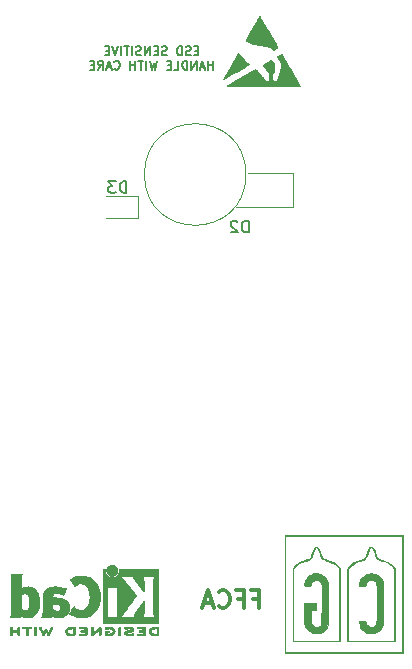
<source format=gbr>
%TF.GenerationSoftware,KiCad,Pcbnew,(6.0.1)*%
%TF.CreationDate,2022-03-26T14:46:19+01:00*%
%TF.ProjectId,fanali_coda_treno,66616e61-6c69-45f6-936f-64615f747265,rev?*%
%TF.SameCoordinates,Original*%
%TF.FileFunction,Legend,Bot*%
%TF.FilePolarity,Positive*%
%FSLAX46Y46*%
G04 Gerber Fmt 4.6, Leading zero omitted, Abs format (unit mm)*
G04 Created by KiCad (PCBNEW (6.0.1)) date 2022-03-26 14:46:19*
%MOMM*%
%LPD*%
G01*
G04 APERTURE LIST*
%ADD10C,0.300000*%
%ADD11C,0.150000*%
%ADD12C,0.010000*%
%ADD13C,0.120000*%
G04 APERTURE END LIST*
D10*
X29821428Y-51892857D02*
X30321428Y-51892857D01*
X30321428Y-52678571D02*
X30321428Y-51178571D01*
X29607142Y-51178571D01*
X28535714Y-51892857D02*
X29035714Y-51892857D01*
X29035714Y-52678571D02*
X29035714Y-51178571D01*
X28321428Y-51178571D01*
X26892857Y-52535714D02*
X26964285Y-52607142D01*
X27178571Y-52678571D01*
X27321428Y-52678571D01*
X27535714Y-52607142D01*
X27678571Y-52464285D01*
X27750000Y-52321428D01*
X27821428Y-52035714D01*
X27821428Y-51821428D01*
X27750000Y-51535714D01*
X27678571Y-51392857D01*
X27535714Y-51250000D01*
X27321428Y-51178571D01*
X27178571Y-51178571D01*
X26964285Y-51250000D01*
X26892857Y-51321428D01*
X26321428Y-52250000D02*
X25607142Y-52250000D01*
X26464285Y-52678571D02*
X25964285Y-51178571D01*
X25464285Y-52678571D01*
D11*
X25158571Y-5492678D02*
X24908571Y-5492678D01*
X24801428Y-5885535D02*
X25158571Y-5885535D01*
X25158571Y-5135535D01*
X24801428Y-5135535D01*
X24515714Y-5849821D02*
X24408571Y-5885535D01*
X24230000Y-5885535D01*
X24158571Y-5849821D01*
X24122857Y-5814107D01*
X24087142Y-5742678D01*
X24087142Y-5671250D01*
X24122857Y-5599821D01*
X24158571Y-5564107D01*
X24230000Y-5528392D01*
X24372857Y-5492678D01*
X24444285Y-5456964D01*
X24480000Y-5421250D01*
X24515714Y-5349821D01*
X24515714Y-5278392D01*
X24480000Y-5206964D01*
X24444285Y-5171250D01*
X24372857Y-5135535D01*
X24194285Y-5135535D01*
X24087142Y-5171250D01*
X23765714Y-5885535D02*
X23765714Y-5135535D01*
X23587142Y-5135535D01*
X23480000Y-5171250D01*
X23408571Y-5242678D01*
X23372857Y-5314107D01*
X23337142Y-5456964D01*
X23337142Y-5564107D01*
X23372857Y-5706964D01*
X23408571Y-5778392D01*
X23480000Y-5849821D01*
X23587142Y-5885535D01*
X23765714Y-5885535D01*
X22480000Y-5849821D02*
X22372857Y-5885535D01*
X22194285Y-5885535D01*
X22122857Y-5849821D01*
X22087142Y-5814107D01*
X22051428Y-5742678D01*
X22051428Y-5671250D01*
X22087142Y-5599821D01*
X22122857Y-5564107D01*
X22194285Y-5528392D01*
X22337142Y-5492678D01*
X22408571Y-5456964D01*
X22444285Y-5421250D01*
X22480000Y-5349821D01*
X22480000Y-5278392D01*
X22444285Y-5206964D01*
X22408571Y-5171250D01*
X22337142Y-5135535D01*
X22158571Y-5135535D01*
X22051428Y-5171250D01*
X21730000Y-5492678D02*
X21480000Y-5492678D01*
X21372857Y-5885535D02*
X21730000Y-5885535D01*
X21730000Y-5135535D01*
X21372857Y-5135535D01*
X21051428Y-5885535D02*
X21051428Y-5135535D01*
X20622857Y-5885535D01*
X20622857Y-5135535D01*
X20301428Y-5849821D02*
X20194285Y-5885535D01*
X20015714Y-5885535D01*
X19944285Y-5849821D01*
X19908571Y-5814107D01*
X19872857Y-5742678D01*
X19872857Y-5671250D01*
X19908571Y-5599821D01*
X19944285Y-5564107D01*
X20015714Y-5528392D01*
X20158571Y-5492678D01*
X20230000Y-5456964D01*
X20265714Y-5421250D01*
X20301428Y-5349821D01*
X20301428Y-5278392D01*
X20265714Y-5206964D01*
X20230000Y-5171250D01*
X20158571Y-5135535D01*
X19980000Y-5135535D01*
X19872857Y-5171250D01*
X19551428Y-5885535D02*
X19551428Y-5135535D01*
X19301428Y-5135535D02*
X18872857Y-5135535D01*
X19087142Y-5885535D02*
X19087142Y-5135535D01*
X18622857Y-5885535D02*
X18622857Y-5135535D01*
X18372857Y-5135535D02*
X18122857Y-5885535D01*
X17872857Y-5135535D01*
X17622857Y-5492678D02*
X17372857Y-5492678D01*
X17265714Y-5885535D02*
X17622857Y-5885535D01*
X17622857Y-5135535D01*
X17265714Y-5135535D01*
X26444285Y-7093035D02*
X26444285Y-6343035D01*
X26444285Y-6700178D02*
X26015714Y-6700178D01*
X26015714Y-7093035D02*
X26015714Y-6343035D01*
X25694285Y-6878750D02*
X25337142Y-6878750D01*
X25765714Y-7093035D02*
X25515714Y-6343035D01*
X25265714Y-7093035D01*
X25015714Y-7093035D02*
X25015714Y-6343035D01*
X24587142Y-7093035D01*
X24587142Y-6343035D01*
X24230000Y-7093035D02*
X24230000Y-6343035D01*
X24051428Y-6343035D01*
X23944285Y-6378750D01*
X23872857Y-6450178D01*
X23837142Y-6521607D01*
X23801428Y-6664464D01*
X23801428Y-6771607D01*
X23837142Y-6914464D01*
X23872857Y-6985892D01*
X23944285Y-7057321D01*
X24051428Y-7093035D01*
X24230000Y-7093035D01*
X23122857Y-7093035D02*
X23480000Y-7093035D01*
X23480000Y-6343035D01*
X22872857Y-6700178D02*
X22622857Y-6700178D01*
X22515714Y-7093035D02*
X22872857Y-7093035D01*
X22872857Y-6343035D01*
X22515714Y-6343035D01*
X21694285Y-6343035D02*
X21515714Y-7093035D01*
X21372857Y-6557321D01*
X21230000Y-7093035D01*
X21051428Y-6343035D01*
X20765714Y-7093035D02*
X20765714Y-6343035D01*
X20515714Y-6343035D02*
X20087142Y-6343035D01*
X20301428Y-7093035D02*
X20301428Y-6343035D01*
X19837142Y-7093035D02*
X19837142Y-6343035D01*
X19837142Y-6700178D02*
X19408571Y-6700178D01*
X19408571Y-7093035D02*
X19408571Y-6343035D01*
X18051428Y-7021607D02*
X18087142Y-7057321D01*
X18194285Y-7093035D01*
X18265714Y-7093035D01*
X18372857Y-7057321D01*
X18444285Y-6985892D01*
X18480000Y-6914464D01*
X18515714Y-6771607D01*
X18515714Y-6664464D01*
X18480000Y-6521607D01*
X18444285Y-6450178D01*
X18372857Y-6378750D01*
X18265714Y-6343035D01*
X18194285Y-6343035D01*
X18087142Y-6378750D01*
X18051428Y-6414464D01*
X17765714Y-6878750D02*
X17408571Y-6878750D01*
X17837142Y-7093035D02*
X17587142Y-6343035D01*
X17337142Y-7093035D01*
X16658571Y-7093035D02*
X16908571Y-6735892D01*
X17087142Y-7093035D02*
X17087142Y-6343035D01*
X16801428Y-6343035D01*
X16730000Y-6378750D01*
X16694285Y-6414464D01*
X16658571Y-6485892D01*
X16658571Y-6593035D01*
X16694285Y-6664464D01*
X16730000Y-6700178D01*
X16801428Y-6735892D01*
X17087142Y-6735892D01*
X16337142Y-6700178D02*
X16087142Y-6700178D01*
X15980000Y-7093035D02*
X16337142Y-7093035D01*
X16337142Y-6343035D01*
X15980000Y-6343035D01*
%TO.C,D3*%
X19076895Y-17547580D02*
X19076895Y-16547580D01*
X18838800Y-16547580D01*
X18695942Y-16595200D01*
X18600704Y-16690438D01*
X18553085Y-16785676D01*
X18505466Y-16976152D01*
X18505466Y-17119009D01*
X18553085Y-17309485D01*
X18600704Y-17404723D01*
X18695942Y-17499961D01*
X18838800Y-17547580D01*
X19076895Y-17547580D01*
X18172133Y-16547580D02*
X17553085Y-16547580D01*
X17886419Y-16928533D01*
X17743561Y-16928533D01*
X17648323Y-16976152D01*
X17600704Y-17023771D01*
X17553085Y-17119009D01*
X17553085Y-17357104D01*
X17600704Y-17452342D01*
X17648323Y-17499961D01*
X17743561Y-17547580D01*
X18029276Y-17547580D01*
X18124514Y-17499961D01*
X18172133Y-17452342D01*
%TO.C,D2*%
X29428095Y-20882380D02*
X29428095Y-19882380D01*
X29190000Y-19882380D01*
X29047142Y-19930000D01*
X28951904Y-20025238D01*
X28904285Y-20120476D01*
X28856666Y-20310952D01*
X28856666Y-20453809D01*
X28904285Y-20644285D01*
X28951904Y-20739523D01*
X29047142Y-20834761D01*
X29190000Y-20882380D01*
X29428095Y-20882380D01*
X28475714Y-19977619D02*
X28428095Y-19930000D01*
X28332857Y-19882380D01*
X28094761Y-19882380D01*
X27999523Y-19930000D01*
X27951904Y-19977619D01*
X27904285Y-20072857D01*
X27904285Y-20168095D01*
X27951904Y-20310952D01*
X28523333Y-20882380D01*
X27904285Y-20882380D01*
D12*
%TO.C,REF\u002A\u002A*%
X30335957Y-2585835D02*
X30312935Y-2623245D01*
X30312935Y-2623245D02*
X30277466Y-2682514D01*
X30277466Y-2682514D02*
X30231004Y-2761118D01*
X30231004Y-2761118D02*
X30175004Y-2856538D01*
X30175004Y-2856538D02*
X30110919Y-2966250D01*
X30110919Y-2966250D02*
X30040204Y-3087734D01*
X30040204Y-3087734D02*
X29964313Y-3218468D01*
X29964313Y-3218468D02*
X29884701Y-3355930D01*
X29884701Y-3355930D02*
X29802822Y-3497598D01*
X29802822Y-3497598D02*
X29720130Y-3640951D01*
X29720130Y-3640951D02*
X29638079Y-3783467D01*
X29638079Y-3783467D02*
X29558124Y-3922624D01*
X29558124Y-3922624D02*
X29481719Y-4055901D01*
X29481719Y-4055901D02*
X29410318Y-4180776D01*
X29410318Y-4180776D02*
X29345376Y-4294727D01*
X29345376Y-4294727D02*
X29288347Y-4395233D01*
X29288347Y-4395233D02*
X29240685Y-4479772D01*
X29240685Y-4479772D02*
X29203845Y-4545822D01*
X29203845Y-4545822D02*
X29179280Y-4590862D01*
X29179280Y-4590862D02*
X29168446Y-4612370D01*
X29168446Y-4612370D02*
X29168049Y-4613714D01*
X29168049Y-4613714D02*
X29181499Y-4631965D01*
X29181499Y-4631965D02*
X29218886Y-4659882D01*
X29218886Y-4659882D02*
X29275765Y-4694725D01*
X29275765Y-4694725D02*
X29347688Y-4733754D01*
X29347688Y-4733754D02*
X29422985Y-4770843D01*
X29422985Y-4770843D02*
X29525440Y-4815817D01*
X29525440Y-4815817D02*
X29633183Y-4856226D01*
X29633183Y-4856226D02*
X29749927Y-4892969D01*
X29749927Y-4892969D02*
X29879382Y-4926942D01*
X29879382Y-4926942D02*
X30025260Y-4959044D01*
X30025260Y-4959044D02*
X30191274Y-4990173D01*
X30191274Y-4990173D02*
X30381134Y-5021227D01*
X30381134Y-5021227D02*
X30577531Y-5050145D01*
X30577531Y-5050145D02*
X30748166Y-5075800D01*
X30748166Y-5075800D02*
X30891455Y-5101198D01*
X30891455Y-5101198D02*
X31010992Y-5127602D01*
X31010992Y-5127602D02*
X31110370Y-5156273D01*
X31110370Y-5156273D02*
X31193182Y-5188473D01*
X31193182Y-5188473D02*
X31263022Y-5225465D01*
X31263022Y-5225465D02*
X31323482Y-5268512D01*
X31323482Y-5268512D02*
X31378155Y-5318875D01*
X31378155Y-5318875D02*
X31395786Y-5337583D01*
X31395786Y-5337583D02*
X31434000Y-5381139D01*
X31434000Y-5381139D02*
X31462268Y-5416682D01*
X31462268Y-5416682D02*
X31475382Y-5437583D01*
X31475382Y-5437583D02*
X31475732Y-5439297D01*
X31475732Y-5439297D02*
X31480320Y-5449806D01*
X31480320Y-5449806D02*
X31496242Y-5449924D01*
X31496242Y-5449924D02*
X31526734Y-5438254D01*
X31526734Y-5438254D02*
X31575032Y-5413396D01*
X31575032Y-5413396D02*
X31644373Y-5373952D01*
X31644373Y-5373952D02*
X31692561Y-5345587D01*
X31692561Y-5345587D02*
X31764417Y-5301247D01*
X31764417Y-5301247D02*
X31820258Y-5263279D01*
X31820258Y-5263279D02*
X31856333Y-5234416D01*
X31856333Y-5234416D02*
X31868887Y-5217388D01*
X31868887Y-5217388D02*
X31868879Y-5217264D01*
X31868879Y-5217264D02*
X31861094Y-5201037D01*
X31861094Y-5201037D02*
X31839108Y-5160400D01*
X31839108Y-5160400D02*
X31804197Y-5097567D01*
X31804197Y-5097567D02*
X31757637Y-5014752D01*
X31757637Y-5014752D02*
X31700705Y-4914172D01*
X31700705Y-4914172D02*
X31634677Y-4798040D01*
X31634677Y-4798040D02*
X31560828Y-4668571D01*
X31560828Y-4668571D02*
X31480436Y-4527980D01*
X31480436Y-4527980D02*
X31394776Y-4378482D01*
X31394776Y-4378482D02*
X31305124Y-4222292D01*
X31305124Y-4222292D02*
X31212757Y-4061624D01*
X31212757Y-4061624D02*
X31118951Y-3898693D01*
X31118951Y-3898693D02*
X31024982Y-3735713D01*
X31024982Y-3735713D02*
X30932126Y-3574900D01*
X30932126Y-3574900D02*
X30841660Y-3418468D01*
X30841660Y-3418468D02*
X30754859Y-3268633D01*
X30754859Y-3268633D02*
X30673000Y-3127608D01*
X30673000Y-3127608D02*
X30597359Y-2997609D01*
X30597359Y-2997609D02*
X30529213Y-2880849D01*
X30529213Y-2880849D02*
X30469837Y-2779545D01*
X30469837Y-2779545D02*
X30420507Y-2695911D01*
X30420507Y-2695911D02*
X30382500Y-2632162D01*
X30382500Y-2632162D02*
X30357093Y-2590511D01*
X30357093Y-2590511D02*
X30345560Y-2573175D01*
X30345560Y-2573175D02*
X30345077Y-2572805D01*
X30345077Y-2572805D02*
X30335957Y-2585835D01*
X30335957Y-2585835D02*
X30335957Y-2585835D01*
G36*
X30345560Y-2573175D02*
G01*
X30357093Y-2590511D01*
X30382500Y-2632162D01*
X30420507Y-2695911D01*
X30469837Y-2779545D01*
X30529213Y-2880849D01*
X30597359Y-2997609D01*
X30673000Y-3127608D01*
X30754859Y-3268633D01*
X30841660Y-3418468D01*
X30932126Y-3574900D01*
X31024982Y-3735713D01*
X31118951Y-3898693D01*
X31212757Y-4061624D01*
X31305124Y-4222292D01*
X31394776Y-4378482D01*
X31480436Y-4527980D01*
X31560828Y-4668571D01*
X31634677Y-4798040D01*
X31700705Y-4914172D01*
X31757637Y-5014752D01*
X31804197Y-5097567D01*
X31839108Y-5160400D01*
X31861094Y-5201037D01*
X31868879Y-5217264D01*
X31868887Y-5217388D01*
X31856333Y-5234416D01*
X31820258Y-5263279D01*
X31764417Y-5301247D01*
X31692561Y-5345587D01*
X31644373Y-5373952D01*
X31575032Y-5413396D01*
X31526734Y-5438254D01*
X31496242Y-5449924D01*
X31480320Y-5449806D01*
X31475732Y-5439297D01*
X31475382Y-5437583D01*
X31462268Y-5416682D01*
X31434000Y-5381139D01*
X31395786Y-5337583D01*
X31378155Y-5318875D01*
X31323482Y-5268512D01*
X31263022Y-5225465D01*
X31193182Y-5188473D01*
X31110370Y-5156273D01*
X31010992Y-5127602D01*
X30891455Y-5101198D01*
X30748166Y-5075800D01*
X30577531Y-5050145D01*
X30381134Y-5021227D01*
X30191274Y-4990173D01*
X30025260Y-4959044D01*
X29879382Y-4926942D01*
X29749927Y-4892969D01*
X29633183Y-4856226D01*
X29525440Y-4815817D01*
X29422985Y-4770843D01*
X29347688Y-4733754D01*
X29275765Y-4694725D01*
X29218886Y-4659882D01*
X29181499Y-4631965D01*
X29168049Y-4613714D01*
X29168446Y-4612370D01*
X29179280Y-4590862D01*
X29203845Y-4545822D01*
X29240685Y-4479772D01*
X29288347Y-4395233D01*
X29345376Y-4294727D01*
X29410318Y-4180776D01*
X29481719Y-4055901D01*
X29558124Y-3922624D01*
X29638079Y-3783467D01*
X29720130Y-3640951D01*
X29802822Y-3497598D01*
X29884701Y-3355930D01*
X29964313Y-3218468D01*
X30040204Y-3087734D01*
X30110919Y-2966250D01*
X30175004Y-2856538D01*
X30231004Y-2761118D01*
X30277466Y-2682514D01*
X30312935Y-2623245D01*
X30335957Y-2585835D01*
X30345077Y-2572805D01*
X30345560Y-2573175D01*
G37*
X30345560Y-2573175D02*
X30357093Y-2590511D01*
X30382500Y-2632162D01*
X30420507Y-2695911D01*
X30469837Y-2779545D01*
X30529213Y-2880849D01*
X30597359Y-2997609D01*
X30673000Y-3127608D01*
X30754859Y-3268633D01*
X30841660Y-3418468D01*
X30932126Y-3574900D01*
X31024982Y-3735713D01*
X31118951Y-3898693D01*
X31212757Y-4061624D01*
X31305124Y-4222292D01*
X31394776Y-4378482D01*
X31480436Y-4527980D01*
X31560828Y-4668571D01*
X31634677Y-4798040D01*
X31700705Y-4914172D01*
X31757637Y-5014752D01*
X31804197Y-5097567D01*
X31839108Y-5160400D01*
X31861094Y-5201037D01*
X31868879Y-5217264D01*
X31868887Y-5217388D01*
X31856333Y-5234416D01*
X31820258Y-5263279D01*
X31764417Y-5301247D01*
X31692561Y-5345587D01*
X31644373Y-5373952D01*
X31575032Y-5413396D01*
X31526734Y-5438254D01*
X31496242Y-5449924D01*
X31480320Y-5449806D01*
X31475732Y-5439297D01*
X31475382Y-5437583D01*
X31462268Y-5416682D01*
X31434000Y-5381139D01*
X31395786Y-5337583D01*
X31378155Y-5318875D01*
X31323482Y-5268512D01*
X31263022Y-5225465D01*
X31193182Y-5188473D01*
X31110370Y-5156273D01*
X31010992Y-5127602D01*
X30891455Y-5101198D01*
X30748166Y-5075800D01*
X30577531Y-5050145D01*
X30381134Y-5021227D01*
X30191274Y-4990173D01*
X30025260Y-4959044D01*
X29879382Y-4926942D01*
X29749927Y-4892969D01*
X29633183Y-4856226D01*
X29525440Y-4815817D01*
X29422985Y-4770843D01*
X29347688Y-4733754D01*
X29275765Y-4694725D01*
X29218886Y-4659882D01*
X29181499Y-4631965D01*
X29168049Y-4613714D01*
X29168446Y-4612370D01*
X29179280Y-4590862D01*
X29203845Y-4545822D01*
X29240685Y-4479772D01*
X29288347Y-4395233D01*
X29345376Y-4294727D01*
X29410318Y-4180776D01*
X29481719Y-4055901D01*
X29558124Y-3922624D01*
X29638079Y-3783467D01*
X29720130Y-3640951D01*
X29802822Y-3497598D01*
X29884701Y-3355930D01*
X29964313Y-3218468D01*
X30040204Y-3087734D01*
X30110919Y-2966250D01*
X30175004Y-2856538D01*
X30231004Y-2761118D01*
X30277466Y-2682514D01*
X30312935Y-2623245D01*
X30335957Y-2585835D01*
X30345077Y-2572805D01*
X30345560Y-2573175D01*
X32177906Y-5791158D02*
X32145381Y-5803736D01*
X32145381Y-5803736D02*
X32095807Y-5828712D01*
X32095807Y-5828712D02*
X32024626Y-5867876D01*
X32024626Y-5867876D02*
X32019084Y-5870988D01*
X32019084Y-5870988D02*
X31953526Y-5908476D01*
X31953526Y-5908476D02*
X31898202Y-5941319D01*
X31898202Y-5941319D02*
X31858545Y-5966205D01*
X31858545Y-5966205D02*
X31839988Y-5979820D01*
X31839988Y-5979820D02*
X31839469Y-5980487D01*
X31839469Y-5980487D02*
X31843952Y-5999390D01*
X31843952Y-5999390D02*
X31864514Y-6041605D01*
X31864514Y-6041605D02*
X31899817Y-6104832D01*
X31899817Y-6104832D02*
X31948520Y-6186772D01*
X31948520Y-6186772D02*
X32009282Y-6285122D01*
X32009282Y-6285122D02*
X32080764Y-6397585D01*
X32080764Y-6397585D02*
X32098555Y-6425165D01*
X32098555Y-6425165D02*
X32144907Y-6501699D01*
X32144907Y-6501699D02*
X32178658Y-6567556D01*
X32178658Y-6567556D02*
X32196847Y-6616782D01*
X32196847Y-6616782D02*
X32198714Y-6626507D01*
X32198714Y-6626507D02*
X32197885Y-6669312D01*
X32197885Y-6669312D02*
X32188606Y-6737209D01*
X32188606Y-6737209D02*
X32172032Y-6825843D01*
X32172032Y-6825843D02*
X32149320Y-6930859D01*
X32149320Y-6930859D02*
X32121627Y-7047902D01*
X32121627Y-7047902D02*
X32090110Y-7172616D01*
X32090110Y-7172616D02*
X32055925Y-7300645D01*
X32055925Y-7300645D02*
X32020229Y-7427634D01*
X32020229Y-7427634D02*
X31984179Y-7549228D01*
X31984179Y-7549228D02*
X31948932Y-7661072D01*
X31948932Y-7661072D02*
X31915644Y-7758810D01*
X31915644Y-7758810D02*
X31885472Y-7838087D01*
X31885472Y-7838087D02*
X31864439Y-7885122D01*
X31864439Y-7885122D02*
X31839663Y-7935225D01*
X31839663Y-7935225D02*
X31816270Y-7983168D01*
X31816270Y-7983168D02*
X31815003Y-7985793D01*
X31815003Y-7985793D02*
X31776301Y-8034220D01*
X31776301Y-8034220D02*
X31719816Y-8066828D01*
X31719816Y-8066828D02*
X31654061Y-8082454D01*
X31654061Y-8082454D02*
X31587549Y-8079937D01*
X31587549Y-8079937D02*
X31528795Y-8058114D01*
X31528795Y-8058114D02*
X31495742Y-8029382D01*
X31495742Y-8029382D02*
X31448141Y-7950583D01*
X31448141Y-7950583D02*
X31413261Y-7852378D01*
X31413261Y-7852378D02*
X31394123Y-7744779D01*
X31394123Y-7744779D02*
X31391412Y-7683780D01*
X31391412Y-7683780D02*
X31402330Y-7569935D01*
X31402330Y-7569935D02*
X31434376Y-7475660D01*
X31434376Y-7475660D02*
X31489274Y-7396379D01*
X31489274Y-7396379D02*
X31506393Y-7378733D01*
X31506393Y-7378733D02*
X31557339Y-7329235D01*
X31557339Y-7329235D02*
X31560837Y-6979362D01*
X31560837Y-6979362D02*
X31564336Y-6629489D01*
X31564336Y-6629489D02*
X31475182Y-6494531D01*
X31475182Y-6494531D02*
X31433346Y-6433445D01*
X31433346Y-6433445D02*
X31393055Y-6378493D01*
X31393055Y-6378493D02*
X31360057Y-6337336D01*
X31360057Y-6337336D02*
X31345874Y-6322192D01*
X31345874Y-6322192D02*
X31305719Y-6284810D01*
X31305719Y-6284810D02*
X31251335Y-6314098D01*
X31251335Y-6314098D02*
X31216961Y-6335084D01*
X31216961Y-6335084D02*
X31198154Y-6351378D01*
X31198154Y-6351378D02*
X31196951Y-6354307D01*
X31196951Y-6354307D02*
X31184097Y-6366728D01*
X31184097Y-6366728D02*
X31162104Y-6375977D01*
X31162104Y-6375977D02*
X31140850Y-6384313D01*
X31140850Y-6384313D02*
X31108306Y-6400149D01*
X31108306Y-6400149D02*
X31061678Y-6425033D01*
X31061678Y-6425033D02*
X30998171Y-6460509D01*
X30998171Y-6460509D02*
X30914992Y-6508123D01*
X30914992Y-6508123D02*
X30809347Y-6569422D01*
X30809347Y-6569422D02*
X30751938Y-6602932D01*
X30751938Y-6602932D02*
X30684406Y-6643071D01*
X30684406Y-6643071D02*
X30640115Y-6671659D01*
X30640115Y-6671659D02*
X30615145Y-6692039D01*
X30615145Y-6692039D02*
X30605577Y-6707553D01*
X30605577Y-6707553D02*
X30607492Y-6721546D01*
X30607492Y-6721546D02*
X30609089Y-6724796D01*
X30609089Y-6724796D02*
X30624624Y-6745266D01*
X30624624Y-6745266D02*
X30657864Y-6783665D01*
X30657864Y-6783665D02*
X30704938Y-6835696D01*
X30704938Y-6835696D02*
X30761972Y-6897066D01*
X30761972Y-6897066D02*
X30811300Y-6949090D01*
X30811300Y-6949090D02*
X30924970Y-7072567D01*
X30924970Y-7072567D02*
X31013895Y-7179591D01*
X31013895Y-7179591D02*
X31078866Y-7271240D01*
X31078866Y-7271240D02*
X31120679Y-7348588D01*
X31120679Y-7348588D02*
X31134783Y-7387866D01*
X31134783Y-7387866D02*
X31140608Y-7422249D01*
X31140608Y-7422249D02*
X31146625Y-7480899D01*
X31146625Y-7480899D02*
X31152304Y-7557117D01*
X31152304Y-7557117D02*
X31157116Y-7644202D01*
X31157116Y-7644202D02*
X31159381Y-7699268D01*
X31159381Y-7699268D02*
X31162541Y-7794464D01*
X31162541Y-7794464D02*
X31163931Y-7864062D01*
X31163931Y-7864062D02*
X31163142Y-7913409D01*
X31163142Y-7913409D02*
X31159765Y-7947854D01*
X31159765Y-7947854D02*
X31153392Y-7972743D01*
X31153392Y-7972743D02*
X31143613Y-7993425D01*
X31143613Y-7993425D02*
X31135933Y-8006053D01*
X31135933Y-8006053D02*
X31091579Y-8054726D01*
X31091579Y-8054726D02*
X31034426Y-8088645D01*
X31034426Y-8088645D02*
X30974292Y-8103438D01*
X30974292Y-8103438D02*
X30929227Y-8098086D01*
X30929227Y-8098086D02*
X30888424Y-8074930D01*
X30888424Y-8074930D02*
X30837276Y-8033462D01*
X30837276Y-8033462D02*
X30782958Y-7980912D01*
X30782958Y-7980912D02*
X30732643Y-7924516D01*
X30732643Y-7924516D02*
X30693506Y-7871505D01*
X30693506Y-7871505D02*
X30679095Y-7845889D01*
X30679095Y-7845889D02*
X30657509Y-7810814D01*
X30657509Y-7810814D02*
X30618247Y-7757389D01*
X30618247Y-7757389D02*
X30564898Y-7689789D01*
X30564898Y-7689789D02*
X30501048Y-7612190D01*
X30501048Y-7612190D02*
X30430285Y-7528768D01*
X30430285Y-7528768D02*
X30356196Y-7443698D01*
X30356196Y-7443698D02*
X30282368Y-7361155D01*
X30282368Y-7361155D02*
X30212389Y-7285316D01*
X30212389Y-7285316D02*
X30149845Y-7220356D01*
X30149845Y-7220356D02*
X30100740Y-7172669D01*
X30100740Y-7172669D02*
X30046221Y-7125032D01*
X30046221Y-7125032D02*
X30000358Y-7089908D01*
X30000358Y-7089908D02*
X29968189Y-7070949D01*
X29968189Y-7070949D02*
X29957511Y-7068864D01*
X29957511Y-7068864D02*
X29941147Y-7077274D01*
X29941147Y-7077274D02*
X29900329Y-7099846D01*
X29900329Y-7099846D02*
X29837414Y-7135224D01*
X29837414Y-7135224D02*
X29754756Y-7182054D01*
X29754756Y-7182054D02*
X29654711Y-7238981D01*
X29654711Y-7238981D02*
X29539634Y-7304649D01*
X29539634Y-7304649D02*
X29411881Y-7377703D01*
X29411881Y-7377703D02*
X29273806Y-7456788D01*
X29273806Y-7456788D02*
X29127766Y-7540548D01*
X29127766Y-7540548D02*
X28976116Y-7627629D01*
X28976116Y-7627629D02*
X28821210Y-7716676D01*
X28821210Y-7716676D02*
X28665405Y-7806332D01*
X28665405Y-7806332D02*
X28511056Y-7895243D01*
X28511056Y-7895243D02*
X28360518Y-7982054D01*
X28360518Y-7982054D02*
X28216146Y-8065409D01*
X28216146Y-8065409D02*
X28080296Y-8143954D01*
X28080296Y-8143954D02*
X27955323Y-8216333D01*
X27955323Y-8216333D02*
X27843583Y-8281190D01*
X27843583Y-8281190D02*
X27747430Y-8337171D01*
X27747430Y-8337171D02*
X27669221Y-8382920D01*
X27669221Y-8382920D02*
X27611311Y-8417083D01*
X27611311Y-8417083D02*
X27576054Y-8438304D01*
X27576054Y-8438304D02*
X27565835Y-8444963D01*
X27565835Y-8444963D02*
X27579598Y-8446280D01*
X27579598Y-8446280D02*
X27622896Y-8447559D01*
X27622896Y-8447559D02*
X27694286Y-8448796D01*
X27694286Y-8448796D02*
X27792327Y-8449983D01*
X27792327Y-8449983D02*
X27915578Y-8451115D01*
X27915578Y-8451115D02*
X28062597Y-8452186D01*
X28062597Y-8452186D02*
X28231943Y-8453189D01*
X28231943Y-8453189D02*
X28422174Y-8454119D01*
X28422174Y-8454119D02*
X28631849Y-8454968D01*
X28631849Y-8454968D02*
X28859527Y-8455732D01*
X28859527Y-8455732D02*
X29103765Y-8456403D01*
X29103765Y-8456403D02*
X29363123Y-8456976D01*
X29363123Y-8456976D02*
X29636159Y-8457444D01*
X29636159Y-8457444D02*
X29921432Y-8457802D01*
X29921432Y-8457802D02*
X30217500Y-8458042D01*
X30217500Y-8458042D02*
X30522921Y-8458159D01*
X30522921Y-8458159D02*
X30651076Y-8458171D01*
X30651076Y-8458171D02*
X33751030Y-8458171D01*
X33751030Y-8458171D02*
X33529947Y-8074847D01*
X33529947Y-8074847D02*
X33483144Y-7993680D01*
X33483144Y-7993680D02*
X33422898Y-7889166D01*
X33422898Y-7889166D02*
X33351222Y-7764801D01*
X33351222Y-7764801D02*
X33270131Y-7624082D01*
X33270131Y-7624082D02*
X33181638Y-7470503D01*
X33181638Y-7470503D02*
X33087760Y-7307562D01*
X33087760Y-7307562D02*
X32990509Y-7138754D01*
X32990509Y-7138754D02*
X32891900Y-6967575D01*
X32891900Y-6967575D02*
X32793947Y-6797521D01*
X32793947Y-6797521D02*
X32769175Y-6754512D01*
X32769175Y-6754512D02*
X32678848Y-6597857D01*
X32678848Y-6597857D02*
X32592711Y-6448803D01*
X32592711Y-6448803D02*
X32512058Y-6309568D01*
X32512058Y-6309568D02*
X32438184Y-6182371D01*
X32438184Y-6182371D02*
X32372383Y-6069432D01*
X32372383Y-6069432D02*
X32315950Y-5972968D01*
X32315950Y-5972968D02*
X32270179Y-5895200D01*
X32270179Y-5895200D02*
X32236365Y-5838346D01*
X32236365Y-5838346D02*
X32215802Y-5804625D01*
X32215802Y-5804625D02*
X32210047Y-5796040D01*
X32210047Y-5796040D02*
X32197942Y-5789189D01*
X32197942Y-5789189D02*
X32177906Y-5791158D01*
X32177906Y-5791158D02*
X32177906Y-5791158D01*
G36*
X32210047Y-5796040D02*
G01*
X32215802Y-5804625D01*
X32236365Y-5838346D01*
X32270179Y-5895200D01*
X32315950Y-5972968D01*
X32372383Y-6069432D01*
X32438184Y-6182371D01*
X32512058Y-6309568D01*
X32592711Y-6448803D01*
X32678848Y-6597857D01*
X32769175Y-6754512D01*
X32793947Y-6797521D01*
X32891900Y-6967575D01*
X32990509Y-7138754D01*
X33087760Y-7307562D01*
X33181638Y-7470503D01*
X33270131Y-7624082D01*
X33351222Y-7764801D01*
X33422898Y-7889166D01*
X33483144Y-7993680D01*
X33529947Y-8074847D01*
X33751030Y-8458171D01*
X30651076Y-8458171D01*
X30522921Y-8458159D01*
X30217500Y-8458042D01*
X29921432Y-8457802D01*
X29636159Y-8457444D01*
X29363123Y-8456976D01*
X29103765Y-8456403D01*
X28859527Y-8455732D01*
X28631849Y-8454968D01*
X28422174Y-8454119D01*
X28231943Y-8453189D01*
X28062597Y-8452186D01*
X27915578Y-8451115D01*
X27792327Y-8449983D01*
X27694286Y-8448796D01*
X27622896Y-8447559D01*
X27579598Y-8446280D01*
X27565835Y-8444963D01*
X27576054Y-8438304D01*
X27611311Y-8417083D01*
X27669221Y-8382920D01*
X27747430Y-8337171D01*
X27843583Y-8281190D01*
X27955323Y-8216333D01*
X28080296Y-8143954D01*
X28216146Y-8065409D01*
X28360518Y-7982054D01*
X28511056Y-7895243D01*
X28665405Y-7806332D01*
X28821210Y-7716676D01*
X28976116Y-7627629D01*
X29127766Y-7540548D01*
X29273806Y-7456788D01*
X29411881Y-7377703D01*
X29539634Y-7304649D01*
X29654711Y-7238981D01*
X29754756Y-7182054D01*
X29837414Y-7135224D01*
X29900329Y-7099846D01*
X29941147Y-7077274D01*
X29957511Y-7068864D01*
X29968189Y-7070949D01*
X30000358Y-7089908D01*
X30046221Y-7125032D01*
X30100740Y-7172669D01*
X30149845Y-7220356D01*
X30212389Y-7285316D01*
X30282368Y-7361155D01*
X30356196Y-7443698D01*
X30430285Y-7528768D01*
X30501048Y-7612190D01*
X30564898Y-7689789D01*
X30618247Y-7757389D01*
X30657509Y-7810814D01*
X30679095Y-7845889D01*
X30693506Y-7871505D01*
X30732643Y-7924516D01*
X30782958Y-7980912D01*
X30837276Y-8033462D01*
X30888424Y-8074930D01*
X30929227Y-8098086D01*
X30974292Y-8103438D01*
X31034426Y-8088645D01*
X31091579Y-8054726D01*
X31135933Y-8006053D01*
X31143613Y-7993425D01*
X31153392Y-7972743D01*
X31159765Y-7947854D01*
X31163142Y-7913409D01*
X31163931Y-7864062D01*
X31162541Y-7794464D01*
X31159381Y-7699268D01*
X31157116Y-7644202D01*
X31152304Y-7557117D01*
X31146625Y-7480899D01*
X31140608Y-7422249D01*
X31134783Y-7387866D01*
X31120679Y-7348588D01*
X31078866Y-7271240D01*
X31013895Y-7179591D01*
X30924970Y-7072567D01*
X30811300Y-6949090D01*
X30761972Y-6897066D01*
X30704938Y-6835696D01*
X30657864Y-6783665D01*
X30624624Y-6745266D01*
X30609089Y-6724796D01*
X30607492Y-6721546D01*
X30605577Y-6707553D01*
X30615145Y-6692039D01*
X30640115Y-6671659D01*
X30684406Y-6643071D01*
X30751938Y-6602932D01*
X30809347Y-6569422D01*
X30914992Y-6508123D01*
X30998171Y-6460509D01*
X31061678Y-6425033D01*
X31108306Y-6400149D01*
X31140850Y-6384313D01*
X31162104Y-6375977D01*
X31184097Y-6366728D01*
X31196951Y-6354307D01*
X31198154Y-6351378D01*
X31216961Y-6335084D01*
X31251335Y-6314098D01*
X31305719Y-6284810D01*
X31345874Y-6322192D01*
X31360057Y-6337336D01*
X31393055Y-6378493D01*
X31433346Y-6433445D01*
X31475182Y-6494531D01*
X31564336Y-6629489D01*
X31560837Y-6979362D01*
X31557339Y-7329235D01*
X31506393Y-7378733D01*
X31489274Y-7396379D01*
X31434376Y-7475660D01*
X31402330Y-7569935D01*
X31391412Y-7683780D01*
X31394123Y-7744779D01*
X31413261Y-7852378D01*
X31448141Y-7950583D01*
X31495742Y-8029382D01*
X31528795Y-8058114D01*
X31587549Y-8079937D01*
X31654061Y-8082454D01*
X31719816Y-8066828D01*
X31776301Y-8034220D01*
X31815003Y-7985793D01*
X31816270Y-7983168D01*
X31839663Y-7935225D01*
X31864439Y-7885122D01*
X31885472Y-7838087D01*
X31915644Y-7758810D01*
X31948932Y-7661072D01*
X31984179Y-7549228D01*
X32020229Y-7427634D01*
X32055925Y-7300645D01*
X32090110Y-7172616D01*
X32121627Y-7047902D01*
X32149320Y-6930859D01*
X32172032Y-6825843D01*
X32188606Y-6737209D01*
X32197885Y-6669312D01*
X32198714Y-6626507D01*
X32196847Y-6616782D01*
X32178658Y-6567556D01*
X32144907Y-6501699D01*
X32098555Y-6425165D01*
X32080764Y-6397585D01*
X32009282Y-6285122D01*
X31948520Y-6186772D01*
X31899817Y-6104832D01*
X31864514Y-6041605D01*
X31843952Y-5999390D01*
X31839469Y-5980487D01*
X31839988Y-5979820D01*
X31858545Y-5966205D01*
X31898202Y-5941319D01*
X31953526Y-5908476D01*
X32019084Y-5870988D01*
X32024626Y-5867876D01*
X32095807Y-5828712D01*
X32145381Y-5803736D01*
X32177906Y-5791158D01*
X32197942Y-5789189D01*
X32210047Y-5796040D01*
G37*
X32210047Y-5796040D02*
X32215802Y-5804625D01*
X32236365Y-5838346D01*
X32270179Y-5895200D01*
X32315950Y-5972968D01*
X32372383Y-6069432D01*
X32438184Y-6182371D01*
X32512058Y-6309568D01*
X32592711Y-6448803D01*
X32678848Y-6597857D01*
X32769175Y-6754512D01*
X32793947Y-6797521D01*
X32891900Y-6967575D01*
X32990509Y-7138754D01*
X33087760Y-7307562D01*
X33181638Y-7470503D01*
X33270131Y-7624082D01*
X33351222Y-7764801D01*
X33422898Y-7889166D01*
X33483144Y-7993680D01*
X33529947Y-8074847D01*
X33751030Y-8458171D01*
X30651076Y-8458171D01*
X30522921Y-8458159D01*
X30217500Y-8458042D01*
X29921432Y-8457802D01*
X29636159Y-8457444D01*
X29363123Y-8456976D01*
X29103765Y-8456403D01*
X28859527Y-8455732D01*
X28631849Y-8454968D01*
X28422174Y-8454119D01*
X28231943Y-8453189D01*
X28062597Y-8452186D01*
X27915578Y-8451115D01*
X27792327Y-8449983D01*
X27694286Y-8448796D01*
X27622896Y-8447559D01*
X27579598Y-8446280D01*
X27565835Y-8444963D01*
X27576054Y-8438304D01*
X27611311Y-8417083D01*
X27669221Y-8382920D01*
X27747430Y-8337171D01*
X27843583Y-8281190D01*
X27955323Y-8216333D01*
X28080296Y-8143954D01*
X28216146Y-8065409D01*
X28360518Y-7982054D01*
X28511056Y-7895243D01*
X28665405Y-7806332D01*
X28821210Y-7716676D01*
X28976116Y-7627629D01*
X29127766Y-7540548D01*
X29273806Y-7456788D01*
X29411881Y-7377703D01*
X29539634Y-7304649D01*
X29654711Y-7238981D01*
X29754756Y-7182054D01*
X29837414Y-7135224D01*
X29900329Y-7099846D01*
X29941147Y-7077274D01*
X29957511Y-7068864D01*
X29968189Y-7070949D01*
X30000358Y-7089908D01*
X30046221Y-7125032D01*
X30100740Y-7172669D01*
X30149845Y-7220356D01*
X30212389Y-7285316D01*
X30282368Y-7361155D01*
X30356196Y-7443698D01*
X30430285Y-7528768D01*
X30501048Y-7612190D01*
X30564898Y-7689789D01*
X30618247Y-7757389D01*
X30657509Y-7810814D01*
X30679095Y-7845889D01*
X30693506Y-7871505D01*
X30732643Y-7924516D01*
X30782958Y-7980912D01*
X30837276Y-8033462D01*
X30888424Y-8074930D01*
X30929227Y-8098086D01*
X30974292Y-8103438D01*
X31034426Y-8088645D01*
X31091579Y-8054726D01*
X31135933Y-8006053D01*
X31143613Y-7993425D01*
X31153392Y-7972743D01*
X31159765Y-7947854D01*
X31163142Y-7913409D01*
X31163931Y-7864062D01*
X31162541Y-7794464D01*
X31159381Y-7699268D01*
X31157116Y-7644202D01*
X31152304Y-7557117D01*
X31146625Y-7480899D01*
X31140608Y-7422249D01*
X31134783Y-7387866D01*
X31120679Y-7348588D01*
X31078866Y-7271240D01*
X31013895Y-7179591D01*
X30924970Y-7072567D01*
X30811300Y-6949090D01*
X30761972Y-6897066D01*
X30704938Y-6835696D01*
X30657864Y-6783665D01*
X30624624Y-6745266D01*
X30609089Y-6724796D01*
X30607492Y-6721546D01*
X30605577Y-6707553D01*
X30615145Y-6692039D01*
X30640115Y-6671659D01*
X30684406Y-6643071D01*
X30751938Y-6602932D01*
X30809347Y-6569422D01*
X30914992Y-6508123D01*
X30998171Y-6460509D01*
X31061678Y-6425033D01*
X31108306Y-6400149D01*
X31140850Y-6384313D01*
X31162104Y-6375977D01*
X31184097Y-6366728D01*
X31196951Y-6354307D01*
X31198154Y-6351378D01*
X31216961Y-6335084D01*
X31251335Y-6314098D01*
X31305719Y-6284810D01*
X31345874Y-6322192D01*
X31360057Y-6337336D01*
X31393055Y-6378493D01*
X31433346Y-6433445D01*
X31475182Y-6494531D01*
X31564336Y-6629489D01*
X31560837Y-6979362D01*
X31557339Y-7329235D01*
X31506393Y-7378733D01*
X31489274Y-7396379D01*
X31434376Y-7475660D01*
X31402330Y-7569935D01*
X31391412Y-7683780D01*
X31394123Y-7744779D01*
X31413261Y-7852378D01*
X31448141Y-7950583D01*
X31495742Y-8029382D01*
X31528795Y-8058114D01*
X31587549Y-8079937D01*
X31654061Y-8082454D01*
X31719816Y-8066828D01*
X31776301Y-8034220D01*
X31815003Y-7985793D01*
X31816270Y-7983168D01*
X31839663Y-7935225D01*
X31864439Y-7885122D01*
X31885472Y-7838087D01*
X31915644Y-7758810D01*
X31948932Y-7661072D01*
X31984179Y-7549228D01*
X32020229Y-7427634D01*
X32055925Y-7300645D01*
X32090110Y-7172616D01*
X32121627Y-7047902D01*
X32149320Y-6930859D01*
X32172032Y-6825843D01*
X32188606Y-6737209D01*
X32197885Y-6669312D01*
X32198714Y-6626507D01*
X32196847Y-6616782D01*
X32178658Y-6567556D01*
X32144907Y-6501699D01*
X32098555Y-6425165D01*
X32080764Y-6397585D01*
X32009282Y-6285122D01*
X31948520Y-6186772D01*
X31899817Y-6104832D01*
X31864514Y-6041605D01*
X31843952Y-5999390D01*
X31839469Y-5980487D01*
X31839988Y-5979820D01*
X31858545Y-5966205D01*
X31898202Y-5941319D01*
X31953526Y-5908476D01*
X32019084Y-5870988D01*
X32024626Y-5867876D01*
X32095807Y-5828712D01*
X32145381Y-5803736D01*
X32177906Y-5791158D01*
X32197942Y-5789189D01*
X32210047Y-5796040D01*
X28512472Y-5734619D02*
X28501092Y-5753693D01*
X28501092Y-5753693D02*
X28475512Y-5797421D01*
X28475512Y-5797421D02*
X28436998Y-5863619D01*
X28436998Y-5863619D02*
X28386814Y-5950102D01*
X28386814Y-5950102D02*
X28326225Y-6054685D01*
X28326225Y-6054685D02*
X28256497Y-6175183D01*
X28256497Y-6175183D02*
X28178893Y-6309412D01*
X28178893Y-6309412D02*
X28094680Y-6455187D01*
X28094680Y-6455187D02*
X28005121Y-6610323D01*
X28005121Y-6610323D02*
X27913002Y-6770000D01*
X27913002Y-6770000D02*
X27818924Y-6933117D01*
X27818924Y-6933117D02*
X27728598Y-7089709D01*
X27728598Y-7089709D02*
X27643335Y-7237506D01*
X27643335Y-7237506D02*
X27564443Y-7374240D01*
X27564443Y-7374240D02*
X27493231Y-7497642D01*
X27493231Y-7497642D02*
X27431009Y-7605444D01*
X27431009Y-7605444D02*
X27379087Y-7695377D01*
X27379087Y-7695377D02*
X27338772Y-7765173D01*
X27338772Y-7765173D02*
X27311376Y-7812564D01*
X27311376Y-7812564D02*
X27298493Y-7834786D01*
X27298493Y-7834786D02*
X27277493Y-7872330D01*
X27277493Y-7872330D02*
X27266075Y-7895831D01*
X27266075Y-7895831D02*
X27265449Y-7899920D01*
X27265449Y-7899920D02*
X27279364Y-7892242D01*
X27279364Y-7892242D02*
X27318059Y-7870203D01*
X27318059Y-7870203D02*
X27379513Y-7834971D01*
X27379513Y-7834971D02*
X27461702Y-7787711D01*
X27461702Y-7787711D02*
X27562604Y-7729589D01*
X27562604Y-7729589D02*
X27680195Y-7661771D01*
X27680195Y-7661771D02*
X27812454Y-7585424D01*
X27812454Y-7585424D02*
X27957358Y-7501714D01*
X27957358Y-7501714D02*
X28112883Y-7411806D01*
X28112883Y-7411806D02*
X28277008Y-7316867D01*
X28277008Y-7316867D02*
X28339451Y-7280732D01*
X28339451Y-7280732D02*
X28506513Y-7184083D01*
X28506513Y-7184083D02*
X28665926Y-7091938D01*
X28665926Y-7091938D02*
X28815645Y-7005475D01*
X28815645Y-7005475D02*
X28953624Y-6925871D01*
X28953624Y-6925871D02*
X29077815Y-6854305D01*
X29077815Y-6854305D02*
X29186173Y-6791955D01*
X29186173Y-6791955D02*
X29276652Y-6739998D01*
X29276652Y-6739998D02*
X29347204Y-6699613D01*
X29347204Y-6699613D02*
X29395785Y-6671978D01*
X29395785Y-6671978D02*
X29420346Y-6658272D01*
X29420346Y-6658272D02*
X29422915Y-6656974D01*
X29422915Y-6656974D02*
X29415431Y-6645220D01*
X29415431Y-6645220D02*
X29389386Y-6613795D01*
X29389386Y-6613795D02*
X29347441Y-6565594D01*
X29347441Y-6565594D02*
X29292254Y-6503510D01*
X29292254Y-6503510D02*
X29226483Y-6430439D01*
X29226483Y-6430439D02*
X29152788Y-6349276D01*
X29152788Y-6349276D02*
X29073827Y-6262916D01*
X29073827Y-6262916D02*
X28992260Y-6174253D01*
X28992260Y-6174253D02*
X28910746Y-6086182D01*
X28910746Y-6086182D02*
X28831943Y-6001599D01*
X28831943Y-6001599D02*
X28758510Y-5923397D01*
X28758510Y-5923397D02*
X28693107Y-5854472D01*
X28693107Y-5854472D02*
X28638392Y-5797719D01*
X28638392Y-5797719D02*
X28597023Y-5756032D01*
X28597023Y-5756032D02*
X28582836Y-5742363D01*
X28582836Y-5742363D02*
X28535820Y-5698201D01*
X28535820Y-5698201D02*
X28512472Y-5734619D01*
X28512472Y-5734619D02*
X28512472Y-5734619D01*
G36*
X28582836Y-5742363D02*
G01*
X28597023Y-5756032D01*
X28638392Y-5797719D01*
X28693107Y-5854472D01*
X28758510Y-5923397D01*
X28831943Y-6001599D01*
X28910746Y-6086182D01*
X28992260Y-6174253D01*
X29073827Y-6262916D01*
X29152788Y-6349276D01*
X29226483Y-6430439D01*
X29292254Y-6503510D01*
X29347441Y-6565594D01*
X29389386Y-6613795D01*
X29415431Y-6645220D01*
X29422915Y-6656974D01*
X29420346Y-6658272D01*
X29395785Y-6671978D01*
X29347204Y-6699613D01*
X29276652Y-6739998D01*
X29186173Y-6791955D01*
X29077815Y-6854305D01*
X28953624Y-6925871D01*
X28815645Y-7005475D01*
X28665926Y-7091938D01*
X28506513Y-7184083D01*
X28339451Y-7280732D01*
X28277008Y-7316867D01*
X28112883Y-7411806D01*
X27957358Y-7501714D01*
X27812454Y-7585424D01*
X27680195Y-7661771D01*
X27562604Y-7729589D01*
X27461702Y-7787711D01*
X27379513Y-7834971D01*
X27318059Y-7870203D01*
X27279364Y-7892242D01*
X27265449Y-7899920D01*
X27266075Y-7895831D01*
X27277493Y-7872330D01*
X27298493Y-7834786D01*
X27311376Y-7812564D01*
X27338772Y-7765173D01*
X27379087Y-7695377D01*
X27431009Y-7605444D01*
X27493231Y-7497642D01*
X27564443Y-7374240D01*
X27643335Y-7237506D01*
X27728598Y-7089709D01*
X27818924Y-6933117D01*
X27913002Y-6770000D01*
X28005121Y-6610323D01*
X28094680Y-6455187D01*
X28178893Y-6309412D01*
X28256497Y-6175183D01*
X28326225Y-6054685D01*
X28386814Y-5950102D01*
X28436998Y-5863619D01*
X28475512Y-5797421D01*
X28501092Y-5753693D01*
X28512472Y-5734619D01*
X28535820Y-5698201D01*
X28582836Y-5742363D01*
G37*
X28582836Y-5742363D02*
X28597023Y-5756032D01*
X28638392Y-5797719D01*
X28693107Y-5854472D01*
X28758510Y-5923397D01*
X28831943Y-6001599D01*
X28910746Y-6086182D01*
X28992260Y-6174253D01*
X29073827Y-6262916D01*
X29152788Y-6349276D01*
X29226483Y-6430439D01*
X29292254Y-6503510D01*
X29347441Y-6565594D01*
X29389386Y-6613795D01*
X29415431Y-6645220D01*
X29422915Y-6656974D01*
X29420346Y-6658272D01*
X29395785Y-6671978D01*
X29347204Y-6699613D01*
X29276652Y-6739998D01*
X29186173Y-6791955D01*
X29077815Y-6854305D01*
X28953624Y-6925871D01*
X28815645Y-7005475D01*
X28665926Y-7091938D01*
X28506513Y-7184083D01*
X28339451Y-7280732D01*
X28277008Y-7316867D01*
X28112883Y-7411806D01*
X27957358Y-7501714D01*
X27812454Y-7585424D01*
X27680195Y-7661771D01*
X27562604Y-7729589D01*
X27461702Y-7787711D01*
X27379513Y-7834971D01*
X27318059Y-7870203D01*
X27279364Y-7892242D01*
X27265449Y-7899920D01*
X27266075Y-7895831D01*
X27277493Y-7872330D01*
X27298493Y-7834786D01*
X27311376Y-7812564D01*
X27338772Y-7765173D01*
X27379087Y-7695377D01*
X27431009Y-7605444D01*
X27493231Y-7497642D01*
X27564443Y-7374240D01*
X27643335Y-7237506D01*
X27728598Y-7089709D01*
X27818924Y-6933117D01*
X27913002Y-6770000D01*
X28005121Y-6610323D01*
X28094680Y-6455187D01*
X28178893Y-6309412D01*
X28256497Y-6175183D01*
X28326225Y-6054685D01*
X28386814Y-5950102D01*
X28436998Y-5863619D01*
X28475512Y-5797421D01*
X28501092Y-5753693D01*
X28512472Y-5734619D01*
X28535820Y-5698201D01*
X28582836Y-5742363D01*
D13*
%TO.C,D3*%
X17338800Y-17785200D02*
X20023800Y-17785200D01*
X20023800Y-17785200D02*
X20023800Y-19705200D01*
X20023800Y-19705200D02*
X17338800Y-19705200D01*
D12*
%TO.C,REF\u002A\u002A*%
X17773043Y-49026571D02*
X17676768Y-49050809D01*
X17676768Y-49050809D02*
X17590184Y-49093641D01*
X17590184Y-49093641D02*
X17515373Y-49153419D01*
X17515373Y-49153419D02*
X17454418Y-49228494D01*
X17454418Y-49228494D02*
X17409399Y-49317220D01*
X17409399Y-49317220D02*
X17383136Y-49413530D01*
X17383136Y-49413530D02*
X17377286Y-49510795D01*
X17377286Y-49510795D02*
X17392140Y-49604654D01*
X17392140Y-49604654D02*
X17425840Y-49692511D01*
X17425840Y-49692511D02*
X17476528Y-49771770D01*
X17476528Y-49771770D02*
X17542345Y-49839836D01*
X17542345Y-49839836D02*
X17621434Y-49894112D01*
X17621434Y-49894112D02*
X17711934Y-49932002D01*
X17711934Y-49932002D02*
X17763200Y-49944426D01*
X17763200Y-49944426D02*
X17807698Y-49951947D01*
X17807698Y-49951947D02*
X17841999Y-49954919D01*
X17841999Y-49954919D02*
X17874960Y-49953094D01*
X17874960Y-49953094D02*
X17915434Y-49946225D01*
X17915434Y-49946225D02*
X17948531Y-49939250D01*
X17948531Y-49939250D02*
X18041947Y-49907741D01*
X18041947Y-49907741D02*
X18125619Y-49856617D01*
X18125619Y-49856617D02*
X18197665Y-49787429D01*
X18197665Y-49787429D02*
X18256200Y-49701728D01*
X18256200Y-49701728D02*
X18270148Y-49674489D01*
X18270148Y-49674489D02*
X18286586Y-49638122D01*
X18286586Y-49638122D02*
X18296894Y-49607582D01*
X18296894Y-49607582D02*
X18302460Y-49575450D01*
X18302460Y-49575450D02*
X18304669Y-49534307D01*
X18304669Y-49534307D02*
X18304948Y-49488222D01*
X18304948Y-49488222D02*
X18300861Y-49403865D01*
X18300861Y-49403865D02*
X18287446Y-49334586D01*
X18287446Y-49334586D02*
X18262256Y-49273961D01*
X18262256Y-49273961D02*
X18222846Y-49215567D01*
X18222846Y-49215567D02*
X18184298Y-49171302D01*
X18184298Y-49171302D02*
X18112406Y-49105484D01*
X18112406Y-49105484D02*
X18037313Y-49060053D01*
X18037313Y-49060053D02*
X17954562Y-49032850D01*
X17954562Y-49032850D02*
X17876928Y-49022576D01*
X17876928Y-49022576D02*
X17773043Y-49026571D01*
X17773043Y-49026571D02*
X17773043Y-49026571D01*
G36*
X17954562Y-49032850D02*
G01*
X18037313Y-49060053D01*
X18112406Y-49105484D01*
X18184298Y-49171302D01*
X18222846Y-49215567D01*
X18262256Y-49273961D01*
X18287446Y-49334586D01*
X18300861Y-49403865D01*
X18304948Y-49488222D01*
X18304669Y-49534307D01*
X18302460Y-49575450D01*
X18296894Y-49607582D01*
X18286586Y-49638122D01*
X18270148Y-49674489D01*
X18256200Y-49701728D01*
X18197665Y-49787429D01*
X18125619Y-49856617D01*
X18041947Y-49907741D01*
X17948531Y-49939250D01*
X17915434Y-49946225D01*
X17874960Y-49953094D01*
X17841999Y-49954919D01*
X17807698Y-49951947D01*
X17763200Y-49944426D01*
X17711934Y-49932002D01*
X17621434Y-49894112D01*
X17542345Y-49839836D01*
X17476528Y-49771770D01*
X17425840Y-49692511D01*
X17392140Y-49604654D01*
X17377286Y-49510795D01*
X17383136Y-49413530D01*
X17409399Y-49317220D01*
X17454418Y-49228494D01*
X17515373Y-49153419D01*
X17590184Y-49093641D01*
X17676768Y-49050809D01*
X17773043Y-49026571D01*
X17876928Y-49022576D01*
X17954562Y-49032850D01*
G37*
X17954562Y-49032850D02*
X18037313Y-49060053D01*
X18112406Y-49105484D01*
X18184298Y-49171302D01*
X18222846Y-49215567D01*
X18262256Y-49273961D01*
X18287446Y-49334586D01*
X18300861Y-49403865D01*
X18304948Y-49488222D01*
X18304669Y-49534307D01*
X18302460Y-49575450D01*
X18296894Y-49607582D01*
X18286586Y-49638122D01*
X18270148Y-49674489D01*
X18256200Y-49701728D01*
X18197665Y-49787429D01*
X18125619Y-49856617D01*
X18041947Y-49907741D01*
X17948531Y-49939250D01*
X17915434Y-49946225D01*
X17874960Y-49953094D01*
X17841999Y-49954919D01*
X17807698Y-49951947D01*
X17763200Y-49944426D01*
X17711934Y-49932002D01*
X17621434Y-49894112D01*
X17542345Y-49839836D01*
X17476528Y-49771770D01*
X17425840Y-49692511D01*
X17392140Y-49604654D01*
X17377286Y-49510795D01*
X17383136Y-49413530D01*
X17409399Y-49317220D01*
X17454418Y-49228494D01*
X17515373Y-49153419D01*
X17590184Y-49093641D01*
X17676768Y-49050809D01*
X17773043Y-49026571D01*
X17876928Y-49022576D01*
X17954562Y-49032850D01*
X12826426Y-50866552D02*
X12674508Y-50886567D01*
X12674508Y-50886567D02*
X12539244Y-50920202D01*
X12539244Y-50920202D02*
X12419761Y-50967725D01*
X12419761Y-50967725D02*
X12315185Y-51029405D01*
X12315185Y-51029405D02*
X12237576Y-51092965D01*
X12237576Y-51092965D02*
X12168735Y-51167099D01*
X12168735Y-51167099D02*
X12114994Y-51246871D01*
X12114994Y-51246871D02*
X12072090Y-51339091D01*
X12072090Y-51339091D02*
X12056616Y-51382161D01*
X12056616Y-51382161D02*
X12043756Y-51421142D01*
X12043756Y-51421142D02*
X12032554Y-51457289D01*
X12032554Y-51457289D02*
X12022880Y-51492434D01*
X12022880Y-51492434D02*
X12014604Y-51528410D01*
X12014604Y-51528410D02*
X12007597Y-51567050D01*
X12007597Y-51567050D02*
X12001728Y-51610185D01*
X12001728Y-51610185D02*
X11996869Y-51659649D01*
X11996869Y-51659649D02*
X11992890Y-51717273D01*
X11992890Y-51717273D02*
X11989660Y-51784891D01*
X11989660Y-51784891D02*
X11987051Y-51864334D01*
X11987051Y-51864334D02*
X11984933Y-51957436D01*
X11984933Y-51957436D02*
X11983176Y-52066027D01*
X11983176Y-52066027D02*
X11981651Y-52191942D01*
X11981651Y-52191942D02*
X11980228Y-52337012D01*
X11980228Y-52337012D02*
X11978975Y-52479778D01*
X11978975Y-52479778D02*
X11977649Y-52635968D01*
X11977649Y-52635968D02*
X11976444Y-52771239D01*
X11976444Y-52771239D02*
X11975234Y-52887246D01*
X11975234Y-52887246D02*
X11973894Y-52985645D01*
X11973894Y-52985645D02*
X11972300Y-53068093D01*
X11972300Y-53068093D02*
X11970325Y-53136246D01*
X11970325Y-53136246D02*
X11967844Y-53191760D01*
X11967844Y-53191760D02*
X11964731Y-53236292D01*
X11964731Y-53236292D02*
X11960862Y-53271498D01*
X11960862Y-53271498D02*
X11956111Y-53299034D01*
X11956111Y-53299034D02*
X11950352Y-53320556D01*
X11950352Y-53320556D02*
X11943461Y-53337722D01*
X11943461Y-53337722D02*
X11935311Y-53352186D01*
X11935311Y-53352186D02*
X11925777Y-53365606D01*
X11925777Y-53365606D02*
X11914734Y-53379638D01*
X11914734Y-53379638D02*
X11910434Y-53385071D01*
X11910434Y-53385071D02*
X11894614Y-53407910D01*
X11894614Y-53407910D02*
X11887578Y-53423463D01*
X11887578Y-53423463D02*
X11887556Y-53423922D01*
X11887556Y-53423922D02*
X11898433Y-53426121D01*
X11898433Y-53426121D02*
X11929418Y-53428147D01*
X11929418Y-53428147D02*
X11978043Y-53429942D01*
X11978043Y-53429942D02*
X12041837Y-53431451D01*
X12041837Y-53431451D02*
X12118331Y-53432616D01*
X12118331Y-53432616D02*
X12205056Y-53433380D01*
X12205056Y-53433380D02*
X12299543Y-53433686D01*
X12299543Y-53433686D02*
X12310450Y-53433689D01*
X12310450Y-53433689D02*
X12733343Y-53433689D01*
X12733343Y-53433689D02*
X12736605Y-53337622D01*
X12736605Y-53337622D02*
X12739867Y-53241556D01*
X12739867Y-53241556D02*
X12801956Y-53292543D01*
X12801956Y-53292543D02*
X12899286Y-53360057D01*
X12899286Y-53360057D02*
X13009187Y-53414749D01*
X13009187Y-53414749D02*
X13095651Y-53444978D01*
X13095651Y-53444978D02*
X13164722Y-53459666D01*
X13164722Y-53459666D02*
X13248075Y-53469659D01*
X13248075Y-53469659D02*
X13337841Y-53474646D01*
X13337841Y-53474646D02*
X13426155Y-53474313D01*
X13426155Y-53474313D02*
X13505149Y-53468351D01*
X13505149Y-53468351D02*
X13541378Y-53462638D01*
X13541378Y-53462638D02*
X13681397Y-53424776D01*
X13681397Y-53424776D02*
X13807822Y-53369932D01*
X13807822Y-53369932D02*
X13919740Y-53298924D01*
X13919740Y-53298924D02*
X14016238Y-53212568D01*
X14016238Y-53212568D02*
X14096400Y-53111679D01*
X14096400Y-53111679D02*
X14159313Y-52997076D01*
X14159313Y-52997076D02*
X14203688Y-52870984D01*
X14203688Y-52870984D02*
X14216022Y-52814401D01*
X14216022Y-52814401D02*
X14223632Y-52752202D01*
X14223632Y-52752202D02*
X14227261Y-52677363D01*
X14227261Y-52677363D02*
X14227755Y-52643467D01*
X14227755Y-52643467D02*
X14227690Y-52640282D01*
X14227690Y-52640282D02*
X13467752Y-52640282D01*
X13467752Y-52640282D02*
X13458459Y-52715333D01*
X13458459Y-52715333D02*
X13430272Y-52779160D01*
X13430272Y-52779160D02*
X13381803Y-52834798D01*
X13381803Y-52834798D02*
X13376746Y-52839211D01*
X13376746Y-52839211D02*
X13328452Y-52874037D01*
X13328452Y-52874037D02*
X13276743Y-52896620D01*
X13276743Y-52896620D02*
X13216011Y-52908540D01*
X13216011Y-52908540D02*
X13140648Y-52911383D01*
X13140648Y-52911383D02*
X13122541Y-52910978D01*
X13122541Y-52910978D02*
X13068722Y-52908325D01*
X13068722Y-52908325D02*
X13028692Y-52902909D01*
X13028692Y-52902909D02*
X12993676Y-52892745D01*
X12993676Y-52892745D02*
X12954897Y-52875850D01*
X12954897Y-52875850D02*
X12944255Y-52870672D01*
X12944255Y-52870672D02*
X12883604Y-52834844D01*
X12883604Y-52834844D02*
X12836785Y-52792212D01*
X12836785Y-52792212D02*
X12824048Y-52776973D01*
X12824048Y-52776973D02*
X12779378Y-52720462D01*
X12779378Y-52720462D02*
X12779378Y-52524586D01*
X12779378Y-52524586D02*
X12779914Y-52445939D01*
X12779914Y-52445939D02*
X12781604Y-52387988D01*
X12781604Y-52387988D02*
X12784572Y-52348875D01*
X12784572Y-52348875D02*
X12788943Y-52326741D01*
X12788943Y-52326741D02*
X12793028Y-52320274D01*
X12793028Y-52320274D02*
X12808953Y-52317111D01*
X12808953Y-52317111D02*
X12842736Y-52314488D01*
X12842736Y-52314488D02*
X12889660Y-52312655D01*
X12889660Y-52312655D02*
X12945007Y-52311857D01*
X12945007Y-52311857D02*
X12953894Y-52311842D01*
X12953894Y-52311842D02*
X13074670Y-52317096D01*
X13074670Y-52317096D02*
X13177340Y-52333263D01*
X13177340Y-52333263D02*
X13263894Y-52360961D01*
X13263894Y-52360961D02*
X13336319Y-52400808D01*
X13336319Y-52400808D02*
X13391249Y-52447758D01*
X13391249Y-52447758D02*
X13435796Y-52505645D01*
X13435796Y-52505645D02*
X13460520Y-52568693D01*
X13460520Y-52568693D02*
X13467752Y-52640282D01*
X13467752Y-52640282D02*
X14227690Y-52640282D01*
X14227690Y-52640282D02*
X14225822Y-52549712D01*
X14225822Y-52549712D02*
X14217478Y-52470812D01*
X14217478Y-52470812D02*
X14201232Y-52399590D01*
X14201232Y-52399590D02*
X14175595Y-52328864D01*
X14175595Y-52328864D02*
X14151599Y-52276493D01*
X14151599Y-52276493D02*
X14092980Y-52181196D01*
X14092980Y-52181196D02*
X14014883Y-52093170D01*
X14014883Y-52093170D02*
X13919685Y-52014017D01*
X13919685Y-52014017D02*
X13809762Y-51945340D01*
X13809762Y-51945340D02*
X13687490Y-51888741D01*
X13687490Y-51888741D02*
X13555245Y-51845821D01*
X13555245Y-51845821D02*
X13490578Y-51830882D01*
X13490578Y-51830882D02*
X13354396Y-51808777D01*
X13354396Y-51808777D02*
X13205951Y-51794194D01*
X13205951Y-51794194D02*
X13054495Y-51787813D01*
X13054495Y-51787813D02*
X12927936Y-51789445D01*
X12927936Y-51789445D02*
X12766050Y-51796224D01*
X12766050Y-51796224D02*
X12773470Y-51737245D01*
X12773470Y-51737245D02*
X12792762Y-51638092D01*
X12792762Y-51638092D02*
X12823896Y-51557372D01*
X12823896Y-51557372D02*
X12867731Y-51494466D01*
X12867731Y-51494466D02*
X12925129Y-51448756D01*
X12925129Y-51448756D02*
X12996952Y-51419622D01*
X12996952Y-51419622D02*
X13084059Y-51406447D01*
X13084059Y-51406447D02*
X13187314Y-51408611D01*
X13187314Y-51408611D02*
X13225289Y-51412612D01*
X13225289Y-51412612D02*
X13366480Y-51437780D01*
X13366480Y-51437780D02*
X13503293Y-51478814D01*
X13503293Y-51478814D02*
X13597822Y-51516815D01*
X13597822Y-51516815D02*
X13642982Y-51536190D01*
X13642982Y-51536190D02*
X13681415Y-51551760D01*
X13681415Y-51551760D02*
X13707766Y-51561405D01*
X13707766Y-51561405D02*
X13715454Y-51563452D01*
X13715454Y-51563452D02*
X13725198Y-51554374D01*
X13725198Y-51554374D02*
X13741917Y-51525405D01*
X13741917Y-51525405D02*
X13765768Y-51476217D01*
X13765768Y-51476217D02*
X13796907Y-51406484D01*
X13796907Y-51406484D02*
X13835493Y-51315879D01*
X13835493Y-51315879D02*
X13842090Y-51300089D01*
X13842090Y-51300089D02*
X13872147Y-51227772D01*
X13872147Y-51227772D02*
X13899126Y-51162425D01*
X13899126Y-51162425D02*
X13921864Y-51106906D01*
X13921864Y-51106906D02*
X13939194Y-51064072D01*
X13939194Y-51064072D02*
X13949952Y-51036781D01*
X13949952Y-51036781D02*
X13953059Y-51027942D01*
X13953059Y-51027942D02*
X13943060Y-51023187D01*
X13943060Y-51023187D02*
X13916783Y-51017910D01*
X13916783Y-51017910D02*
X13888511Y-51014231D01*
X13888511Y-51014231D02*
X13858354Y-51009474D01*
X13858354Y-51009474D02*
X13810567Y-51000028D01*
X13810567Y-51000028D02*
X13749388Y-50986820D01*
X13749388Y-50986820D02*
X13679054Y-50970776D01*
X13679054Y-50970776D02*
X13603806Y-50952820D01*
X13603806Y-50952820D02*
X13575245Y-50945797D01*
X13575245Y-50945797D02*
X13470184Y-50920209D01*
X13470184Y-50920209D02*
X13382520Y-50900147D01*
X13382520Y-50900147D02*
X13307932Y-50884969D01*
X13307932Y-50884969D02*
X13242097Y-50874035D01*
X13242097Y-50874035D02*
X13180693Y-50866704D01*
X13180693Y-50866704D02*
X13119398Y-50862335D01*
X13119398Y-50862335D02*
X13053890Y-50860287D01*
X13053890Y-50860287D02*
X12995872Y-50859889D01*
X12995872Y-50859889D02*
X12826426Y-50866552D01*
X12826426Y-50866552D02*
X12826426Y-50866552D01*
G36*
X14227261Y-52677363D02*
G01*
X14223632Y-52752202D01*
X14216022Y-52814401D01*
X14203688Y-52870984D01*
X14159313Y-52997076D01*
X14096400Y-53111679D01*
X14016238Y-53212568D01*
X13919740Y-53298924D01*
X13807822Y-53369932D01*
X13681397Y-53424776D01*
X13541378Y-53462638D01*
X13505149Y-53468351D01*
X13426155Y-53474313D01*
X13337841Y-53474646D01*
X13248075Y-53469659D01*
X13164722Y-53459666D01*
X13095651Y-53444978D01*
X13009187Y-53414749D01*
X12899286Y-53360057D01*
X12801956Y-53292543D01*
X12739867Y-53241556D01*
X12736605Y-53337622D01*
X12733343Y-53433689D01*
X12310450Y-53433689D01*
X12299543Y-53433686D01*
X12205056Y-53433380D01*
X12118331Y-53432616D01*
X12041837Y-53431451D01*
X11978043Y-53429942D01*
X11929418Y-53428147D01*
X11898433Y-53426121D01*
X11887556Y-53423922D01*
X11887578Y-53423463D01*
X11894614Y-53407910D01*
X11910434Y-53385071D01*
X11914734Y-53379638D01*
X11925777Y-53365606D01*
X11935311Y-53352186D01*
X11943461Y-53337722D01*
X11950352Y-53320556D01*
X11956111Y-53299034D01*
X11960862Y-53271498D01*
X11964731Y-53236292D01*
X11967844Y-53191760D01*
X11970325Y-53136246D01*
X11972300Y-53068093D01*
X11973894Y-52985645D01*
X11975234Y-52887246D01*
X11976444Y-52771239D01*
X11976896Y-52720462D01*
X12779378Y-52720462D01*
X12824048Y-52776973D01*
X12836785Y-52792212D01*
X12883604Y-52834844D01*
X12944255Y-52870672D01*
X12954897Y-52875850D01*
X12993676Y-52892745D01*
X13028692Y-52902909D01*
X13068722Y-52908325D01*
X13122541Y-52910978D01*
X13140648Y-52911383D01*
X13216011Y-52908540D01*
X13276743Y-52896620D01*
X13328452Y-52874037D01*
X13376746Y-52839211D01*
X13381803Y-52834798D01*
X13430272Y-52779160D01*
X13458459Y-52715333D01*
X13467752Y-52640282D01*
X13460520Y-52568693D01*
X13435796Y-52505645D01*
X13391249Y-52447758D01*
X13336319Y-52400808D01*
X13263894Y-52360961D01*
X13177340Y-52333263D01*
X13074670Y-52317096D01*
X12953894Y-52311842D01*
X12945007Y-52311857D01*
X12889660Y-52312655D01*
X12842736Y-52314488D01*
X12808953Y-52317111D01*
X12793028Y-52320274D01*
X12788943Y-52326741D01*
X12784572Y-52348875D01*
X12781604Y-52387988D01*
X12779914Y-52445939D01*
X12779378Y-52524586D01*
X12779378Y-52720462D01*
X11976896Y-52720462D01*
X11977649Y-52635968D01*
X11978975Y-52479778D01*
X11980228Y-52337012D01*
X11981651Y-52191942D01*
X11983176Y-52066027D01*
X11984933Y-51957436D01*
X11987051Y-51864334D01*
X11989660Y-51784891D01*
X11992890Y-51717273D01*
X11996869Y-51659649D01*
X12001728Y-51610185D01*
X12007597Y-51567050D01*
X12014604Y-51528410D01*
X12022880Y-51492434D01*
X12032554Y-51457289D01*
X12043756Y-51421142D01*
X12056616Y-51382161D01*
X12072090Y-51339091D01*
X12114994Y-51246871D01*
X12168735Y-51167099D01*
X12237576Y-51092965D01*
X12315185Y-51029405D01*
X12419761Y-50967725D01*
X12539244Y-50920202D01*
X12674508Y-50886567D01*
X12826426Y-50866552D01*
X12995872Y-50859889D01*
X13053890Y-50860287D01*
X13119398Y-50862335D01*
X13180693Y-50866704D01*
X13242097Y-50874035D01*
X13307932Y-50884969D01*
X13382520Y-50900147D01*
X13470184Y-50920209D01*
X13575245Y-50945797D01*
X13603806Y-50952820D01*
X13679054Y-50970776D01*
X13749388Y-50986820D01*
X13810567Y-51000028D01*
X13858354Y-51009474D01*
X13888511Y-51014231D01*
X13916783Y-51017910D01*
X13943060Y-51023187D01*
X13953059Y-51027942D01*
X13949952Y-51036781D01*
X13939194Y-51064072D01*
X13921864Y-51106906D01*
X13899126Y-51162425D01*
X13872147Y-51227772D01*
X13842090Y-51300089D01*
X13835493Y-51315879D01*
X13796907Y-51406484D01*
X13765768Y-51476217D01*
X13741917Y-51525405D01*
X13725198Y-51554374D01*
X13715454Y-51563452D01*
X13707766Y-51561405D01*
X13681415Y-51551760D01*
X13642982Y-51536190D01*
X13597822Y-51516815D01*
X13503293Y-51478814D01*
X13366480Y-51437780D01*
X13225289Y-51412612D01*
X13187314Y-51408611D01*
X13084059Y-51406447D01*
X12996952Y-51419622D01*
X12925129Y-51448756D01*
X12867731Y-51494466D01*
X12823896Y-51557372D01*
X12792762Y-51638092D01*
X12773470Y-51737245D01*
X12766050Y-51796224D01*
X12927936Y-51789445D01*
X13054495Y-51787813D01*
X13205951Y-51794194D01*
X13354396Y-51808777D01*
X13490578Y-51830882D01*
X13555245Y-51845821D01*
X13687490Y-51888741D01*
X13809762Y-51945340D01*
X13919685Y-52014017D01*
X14014883Y-52093170D01*
X14092980Y-52181196D01*
X14151599Y-52276493D01*
X14175595Y-52328864D01*
X14201232Y-52399590D01*
X14217478Y-52470812D01*
X14225822Y-52549712D01*
X14227690Y-52640282D01*
X14227755Y-52643467D01*
X14227261Y-52677363D01*
G37*
X14227261Y-52677363D02*
X14223632Y-52752202D01*
X14216022Y-52814401D01*
X14203688Y-52870984D01*
X14159313Y-52997076D01*
X14096400Y-53111679D01*
X14016238Y-53212568D01*
X13919740Y-53298924D01*
X13807822Y-53369932D01*
X13681397Y-53424776D01*
X13541378Y-53462638D01*
X13505149Y-53468351D01*
X13426155Y-53474313D01*
X13337841Y-53474646D01*
X13248075Y-53469659D01*
X13164722Y-53459666D01*
X13095651Y-53444978D01*
X13009187Y-53414749D01*
X12899286Y-53360057D01*
X12801956Y-53292543D01*
X12739867Y-53241556D01*
X12736605Y-53337622D01*
X12733343Y-53433689D01*
X12310450Y-53433689D01*
X12299543Y-53433686D01*
X12205056Y-53433380D01*
X12118331Y-53432616D01*
X12041837Y-53431451D01*
X11978043Y-53429942D01*
X11929418Y-53428147D01*
X11898433Y-53426121D01*
X11887556Y-53423922D01*
X11887578Y-53423463D01*
X11894614Y-53407910D01*
X11910434Y-53385071D01*
X11914734Y-53379638D01*
X11925777Y-53365606D01*
X11935311Y-53352186D01*
X11943461Y-53337722D01*
X11950352Y-53320556D01*
X11956111Y-53299034D01*
X11960862Y-53271498D01*
X11964731Y-53236292D01*
X11967844Y-53191760D01*
X11970325Y-53136246D01*
X11972300Y-53068093D01*
X11973894Y-52985645D01*
X11975234Y-52887246D01*
X11976444Y-52771239D01*
X11976896Y-52720462D01*
X12779378Y-52720462D01*
X12824048Y-52776973D01*
X12836785Y-52792212D01*
X12883604Y-52834844D01*
X12944255Y-52870672D01*
X12954897Y-52875850D01*
X12993676Y-52892745D01*
X13028692Y-52902909D01*
X13068722Y-52908325D01*
X13122541Y-52910978D01*
X13140648Y-52911383D01*
X13216011Y-52908540D01*
X13276743Y-52896620D01*
X13328452Y-52874037D01*
X13376746Y-52839211D01*
X13381803Y-52834798D01*
X13430272Y-52779160D01*
X13458459Y-52715333D01*
X13467752Y-52640282D01*
X13460520Y-52568693D01*
X13435796Y-52505645D01*
X13391249Y-52447758D01*
X13336319Y-52400808D01*
X13263894Y-52360961D01*
X13177340Y-52333263D01*
X13074670Y-52317096D01*
X12953894Y-52311842D01*
X12945007Y-52311857D01*
X12889660Y-52312655D01*
X12842736Y-52314488D01*
X12808953Y-52317111D01*
X12793028Y-52320274D01*
X12788943Y-52326741D01*
X12784572Y-52348875D01*
X12781604Y-52387988D01*
X12779914Y-52445939D01*
X12779378Y-52524586D01*
X12779378Y-52720462D01*
X11976896Y-52720462D01*
X11977649Y-52635968D01*
X11978975Y-52479778D01*
X11980228Y-52337012D01*
X11981651Y-52191942D01*
X11983176Y-52066027D01*
X11984933Y-51957436D01*
X11987051Y-51864334D01*
X11989660Y-51784891D01*
X11992890Y-51717273D01*
X11996869Y-51659649D01*
X12001728Y-51610185D01*
X12007597Y-51567050D01*
X12014604Y-51528410D01*
X12022880Y-51492434D01*
X12032554Y-51457289D01*
X12043756Y-51421142D01*
X12056616Y-51382161D01*
X12072090Y-51339091D01*
X12114994Y-51246871D01*
X12168735Y-51167099D01*
X12237576Y-51092965D01*
X12315185Y-51029405D01*
X12419761Y-50967725D01*
X12539244Y-50920202D01*
X12674508Y-50886567D01*
X12826426Y-50866552D01*
X12995872Y-50859889D01*
X13053890Y-50860287D01*
X13119398Y-50862335D01*
X13180693Y-50866704D01*
X13242097Y-50874035D01*
X13307932Y-50884969D01*
X13382520Y-50900147D01*
X13470184Y-50920209D01*
X13575245Y-50945797D01*
X13603806Y-50952820D01*
X13679054Y-50970776D01*
X13749388Y-50986820D01*
X13810567Y-51000028D01*
X13858354Y-51009474D01*
X13888511Y-51014231D01*
X13916783Y-51017910D01*
X13943060Y-51023187D01*
X13953059Y-51027942D01*
X13949952Y-51036781D01*
X13939194Y-51064072D01*
X13921864Y-51106906D01*
X13899126Y-51162425D01*
X13872147Y-51227772D01*
X13842090Y-51300089D01*
X13835493Y-51315879D01*
X13796907Y-51406484D01*
X13765768Y-51476217D01*
X13741917Y-51525405D01*
X13725198Y-51554374D01*
X13715454Y-51563452D01*
X13707766Y-51561405D01*
X13681415Y-51551760D01*
X13642982Y-51536190D01*
X13597822Y-51516815D01*
X13503293Y-51478814D01*
X13366480Y-51437780D01*
X13225289Y-51412612D01*
X13187314Y-51408611D01*
X13084059Y-51406447D01*
X12996952Y-51419622D01*
X12925129Y-51448756D01*
X12867731Y-51494466D01*
X12823896Y-51557372D01*
X12792762Y-51638092D01*
X12773470Y-51737245D01*
X12766050Y-51796224D01*
X12927936Y-51789445D01*
X13054495Y-51787813D01*
X13205951Y-51794194D01*
X13354396Y-51808777D01*
X13490578Y-51830882D01*
X13555245Y-51845821D01*
X13687490Y-51888741D01*
X13809762Y-51945340D01*
X13919685Y-52014017D01*
X14014883Y-52093170D01*
X14092980Y-52181196D01*
X14151599Y-52276493D01*
X14175595Y-52328864D01*
X14201232Y-52399590D01*
X14217478Y-52470812D01*
X14225822Y-52549712D01*
X14227690Y-52640282D01*
X14227755Y-52643467D01*
X14227261Y-52677363D01*
X14481691Y-54269275D02*
X14352712Y-54273636D01*
X14352712Y-54273636D02*
X14243009Y-54286861D01*
X14243009Y-54286861D02*
X14150774Y-54309741D01*
X14150774Y-54309741D02*
X14074198Y-54343070D01*
X14074198Y-54343070D02*
X14011473Y-54387638D01*
X14011473Y-54387638D02*
X13960788Y-54444236D01*
X13960788Y-54444236D02*
X13920337Y-54513658D01*
X13920337Y-54513658D02*
X13919541Y-54515351D01*
X13919541Y-54515351D02*
X13895399Y-54577483D01*
X13895399Y-54577483D02*
X13886797Y-54632509D01*
X13886797Y-54632509D02*
X13893769Y-54687887D01*
X13893769Y-54687887D02*
X13916346Y-54751073D01*
X13916346Y-54751073D02*
X13920628Y-54760689D01*
X13920628Y-54760689D02*
X13949828Y-54816966D01*
X13949828Y-54816966D02*
X13982644Y-54860451D01*
X13982644Y-54860451D02*
X14024998Y-54897417D01*
X14024998Y-54897417D02*
X14082810Y-54934135D01*
X14082810Y-54934135D02*
X14086169Y-54936052D01*
X14086169Y-54936052D02*
X14136496Y-54960227D01*
X14136496Y-54960227D02*
X14193379Y-54978282D01*
X14193379Y-54978282D02*
X14260473Y-54990839D01*
X14260473Y-54990839D02*
X14341435Y-54998522D01*
X14341435Y-54998522D02*
X14439918Y-55001953D01*
X14439918Y-55001953D02*
X14474714Y-55002251D01*
X14474714Y-55002251D02*
X14640406Y-55002845D01*
X14640406Y-55002845D02*
X14663803Y-54973100D01*
X14663803Y-54973100D02*
X14670743Y-54963319D01*
X14670743Y-54963319D02*
X14676158Y-54951897D01*
X14676158Y-54951897D02*
X14680235Y-54936095D01*
X14680235Y-54936095D02*
X14683163Y-54913175D01*
X14683163Y-54913175D02*
X14685133Y-54880396D01*
X14685133Y-54880396D02*
X14685775Y-54856089D01*
X14685775Y-54856089D02*
X14529156Y-54856089D01*
X14529156Y-54856089D02*
X14435274Y-54856089D01*
X14435274Y-54856089D02*
X14380336Y-54854483D01*
X14380336Y-54854483D02*
X14323940Y-54850255D01*
X14323940Y-54850255D02*
X14277655Y-54844292D01*
X14277655Y-54844292D02*
X14274861Y-54843790D01*
X14274861Y-54843790D02*
X14192652Y-54821736D01*
X14192652Y-54821736D02*
X14128886Y-54788600D01*
X14128886Y-54788600D02*
X14081548Y-54742847D01*
X14081548Y-54742847D02*
X14048618Y-54682939D01*
X14048618Y-54682939D02*
X14042892Y-54667061D01*
X14042892Y-54667061D02*
X14037279Y-54642333D01*
X14037279Y-54642333D02*
X14039709Y-54617902D01*
X14039709Y-54617902D02*
X14051533Y-54585400D01*
X14051533Y-54585400D02*
X14058660Y-54569434D01*
X14058660Y-54569434D02*
X14082000Y-54527006D01*
X14082000Y-54527006D02*
X14110120Y-54497240D01*
X14110120Y-54497240D02*
X14141060Y-54476511D01*
X14141060Y-54476511D02*
X14203034Y-54449537D01*
X14203034Y-54449537D02*
X14282349Y-54429998D01*
X14282349Y-54429998D02*
X14374747Y-54418746D01*
X14374747Y-54418746D02*
X14441667Y-54416270D01*
X14441667Y-54416270D02*
X14529156Y-54415822D01*
X14529156Y-54415822D02*
X14529156Y-54856089D01*
X14529156Y-54856089D02*
X14685775Y-54856089D01*
X14685775Y-54856089D02*
X14686332Y-54835021D01*
X14686332Y-54835021D02*
X14686950Y-54774311D01*
X14686950Y-54774311D02*
X14687175Y-54695526D01*
X14687175Y-54695526D02*
X14687200Y-54633920D01*
X14687200Y-54633920D02*
X14687200Y-54324485D01*
X14687200Y-54324485D02*
X14659491Y-54296776D01*
X14659491Y-54296776D02*
X14647194Y-54285544D01*
X14647194Y-54285544D02*
X14633897Y-54277853D01*
X14633897Y-54277853D02*
X14615328Y-54273040D01*
X14615328Y-54273040D02*
X14587214Y-54270446D01*
X14587214Y-54270446D02*
X14545283Y-54269410D01*
X14545283Y-54269410D02*
X14485263Y-54269270D01*
X14485263Y-54269270D02*
X14481691Y-54269275D01*
X14481691Y-54269275D02*
X14481691Y-54269275D01*
G36*
X14683163Y-54913175D02*
G01*
X14680235Y-54936095D01*
X14676158Y-54951897D01*
X14670743Y-54963319D01*
X14663803Y-54973100D01*
X14640406Y-55002845D01*
X14474714Y-55002251D01*
X14439918Y-55001953D01*
X14341435Y-54998522D01*
X14260473Y-54990839D01*
X14193379Y-54978282D01*
X14136496Y-54960227D01*
X14086169Y-54936052D01*
X14082810Y-54934135D01*
X14024998Y-54897417D01*
X13982644Y-54860451D01*
X13949828Y-54816966D01*
X13920628Y-54760689D01*
X13916346Y-54751073D01*
X13893769Y-54687887D01*
X13888034Y-54642333D01*
X14037279Y-54642333D01*
X14042892Y-54667061D01*
X14048618Y-54682939D01*
X14081548Y-54742847D01*
X14128886Y-54788600D01*
X14192652Y-54821736D01*
X14274861Y-54843790D01*
X14277655Y-54844292D01*
X14323940Y-54850255D01*
X14380336Y-54854483D01*
X14435274Y-54856089D01*
X14529156Y-54856089D01*
X14529156Y-54415822D01*
X14441667Y-54416270D01*
X14374747Y-54418746D01*
X14282349Y-54429998D01*
X14203034Y-54449537D01*
X14141060Y-54476511D01*
X14110120Y-54497240D01*
X14082000Y-54527006D01*
X14058660Y-54569434D01*
X14051533Y-54585400D01*
X14039709Y-54617902D01*
X14037279Y-54642333D01*
X13888034Y-54642333D01*
X13886797Y-54632509D01*
X13895399Y-54577483D01*
X13919541Y-54515351D01*
X13920337Y-54513658D01*
X13960788Y-54444236D01*
X14011473Y-54387638D01*
X14074198Y-54343070D01*
X14150774Y-54309741D01*
X14243009Y-54286861D01*
X14352712Y-54273636D01*
X14481691Y-54269275D01*
X14485263Y-54269270D01*
X14545283Y-54269410D01*
X14587214Y-54270446D01*
X14615328Y-54273040D01*
X14633897Y-54277853D01*
X14647194Y-54285544D01*
X14659491Y-54296776D01*
X14687200Y-54324485D01*
X14687200Y-54633920D01*
X14687175Y-54695526D01*
X14686950Y-54774311D01*
X14686332Y-54835021D01*
X14685775Y-54856089D01*
X14685133Y-54880396D01*
X14683163Y-54913175D01*
G37*
X14683163Y-54913175D02*
X14680235Y-54936095D01*
X14676158Y-54951897D01*
X14670743Y-54963319D01*
X14663803Y-54973100D01*
X14640406Y-55002845D01*
X14474714Y-55002251D01*
X14439918Y-55001953D01*
X14341435Y-54998522D01*
X14260473Y-54990839D01*
X14193379Y-54978282D01*
X14136496Y-54960227D01*
X14086169Y-54936052D01*
X14082810Y-54934135D01*
X14024998Y-54897417D01*
X13982644Y-54860451D01*
X13949828Y-54816966D01*
X13920628Y-54760689D01*
X13916346Y-54751073D01*
X13893769Y-54687887D01*
X13888034Y-54642333D01*
X14037279Y-54642333D01*
X14042892Y-54667061D01*
X14048618Y-54682939D01*
X14081548Y-54742847D01*
X14128886Y-54788600D01*
X14192652Y-54821736D01*
X14274861Y-54843790D01*
X14277655Y-54844292D01*
X14323940Y-54850255D01*
X14380336Y-54854483D01*
X14435274Y-54856089D01*
X14529156Y-54856089D01*
X14529156Y-54415822D01*
X14441667Y-54416270D01*
X14374747Y-54418746D01*
X14282349Y-54429998D01*
X14203034Y-54449537D01*
X14141060Y-54476511D01*
X14110120Y-54497240D01*
X14082000Y-54527006D01*
X14058660Y-54569434D01*
X14051533Y-54585400D01*
X14039709Y-54617902D01*
X14037279Y-54642333D01*
X13888034Y-54642333D01*
X13886797Y-54632509D01*
X13895399Y-54577483D01*
X13919541Y-54515351D01*
X13920337Y-54513658D01*
X13960788Y-54444236D01*
X14011473Y-54387638D01*
X14074198Y-54343070D01*
X14150774Y-54309741D01*
X14243009Y-54286861D01*
X14352712Y-54273636D01*
X14481691Y-54269275D01*
X14485263Y-54269270D01*
X14545283Y-54269410D01*
X14587214Y-54270446D01*
X14615328Y-54273040D01*
X14633897Y-54277853D01*
X14647194Y-54285544D01*
X14659491Y-54296776D01*
X14687200Y-54324485D01*
X14687200Y-54633920D01*
X14687175Y-54695526D01*
X14686950Y-54774311D01*
X14686332Y-54835021D01*
X14685775Y-54856089D01*
X14685133Y-54880396D01*
X14683163Y-54913175D01*
X17450081Y-54274599D02*
X17381565Y-54286095D01*
X17381565Y-54286095D02*
X17328943Y-54303967D01*
X17328943Y-54303967D02*
X17294708Y-54327499D01*
X17294708Y-54327499D02*
X17285379Y-54340924D01*
X17285379Y-54340924D02*
X17275893Y-54372148D01*
X17275893Y-54372148D02*
X17282277Y-54400395D01*
X17282277Y-54400395D02*
X17302430Y-54427182D01*
X17302430Y-54427182D02*
X17333745Y-54439713D01*
X17333745Y-54439713D02*
X17379183Y-54438696D01*
X17379183Y-54438696D02*
X17414326Y-54431906D01*
X17414326Y-54431906D02*
X17492419Y-54418971D01*
X17492419Y-54418971D02*
X17572226Y-54417742D01*
X17572226Y-54417742D02*
X17661555Y-54428241D01*
X17661555Y-54428241D02*
X17686229Y-54432690D01*
X17686229Y-54432690D02*
X17769291Y-54456108D01*
X17769291Y-54456108D02*
X17834273Y-54490945D01*
X17834273Y-54490945D02*
X17880461Y-54536604D01*
X17880461Y-54536604D02*
X17907145Y-54592494D01*
X17907145Y-54592494D02*
X17912663Y-54621388D01*
X17912663Y-54621388D02*
X17909051Y-54680012D01*
X17909051Y-54680012D02*
X17885729Y-54731879D01*
X17885729Y-54731879D02*
X17844824Y-54775978D01*
X17844824Y-54775978D02*
X17788459Y-54811299D01*
X17788459Y-54811299D02*
X17718760Y-54836829D01*
X17718760Y-54836829D02*
X17637852Y-54851559D01*
X17637852Y-54851559D02*
X17547860Y-54854478D01*
X17547860Y-54854478D02*
X17450910Y-54844575D01*
X17450910Y-54844575D02*
X17445436Y-54843641D01*
X17445436Y-54843641D02*
X17406875Y-54836459D01*
X17406875Y-54836459D02*
X17385494Y-54829521D01*
X17385494Y-54829521D02*
X17376227Y-54819227D01*
X17376227Y-54819227D02*
X17374006Y-54801976D01*
X17374006Y-54801976D02*
X17373956Y-54792841D01*
X17373956Y-54792841D02*
X17373956Y-54754489D01*
X17373956Y-54754489D02*
X17442431Y-54754489D01*
X17442431Y-54754489D02*
X17502900Y-54750347D01*
X17502900Y-54750347D02*
X17544165Y-54737147D01*
X17544165Y-54737147D02*
X17568175Y-54713730D01*
X17568175Y-54713730D02*
X17576877Y-54678936D01*
X17576877Y-54678936D02*
X17576983Y-54674394D01*
X17576983Y-54674394D02*
X17571892Y-54644654D01*
X17571892Y-54644654D02*
X17554433Y-54623419D01*
X17554433Y-54623419D02*
X17521939Y-54609366D01*
X17521939Y-54609366D02*
X17471743Y-54601173D01*
X17471743Y-54601173D02*
X17423123Y-54598161D01*
X17423123Y-54598161D02*
X17352456Y-54596433D01*
X17352456Y-54596433D02*
X17301198Y-54599070D01*
X17301198Y-54599070D02*
X17266239Y-54608800D01*
X17266239Y-54608800D02*
X17244470Y-54628353D01*
X17244470Y-54628353D02*
X17232780Y-54660456D01*
X17232780Y-54660456D02*
X17228060Y-54707838D01*
X17228060Y-54707838D02*
X17227200Y-54770071D01*
X17227200Y-54770071D02*
X17228609Y-54839535D01*
X17228609Y-54839535D02*
X17232848Y-54886786D01*
X17232848Y-54886786D02*
X17239936Y-54912012D01*
X17239936Y-54912012D02*
X17241311Y-54913988D01*
X17241311Y-54913988D02*
X17280228Y-54945508D01*
X17280228Y-54945508D02*
X17337286Y-54970470D01*
X17337286Y-54970470D02*
X17408869Y-54988340D01*
X17408869Y-54988340D02*
X17491358Y-54998586D01*
X17491358Y-54998586D02*
X17581139Y-55000673D01*
X17581139Y-55000673D02*
X17674592Y-54994068D01*
X17674592Y-54994068D02*
X17729556Y-54985956D01*
X17729556Y-54985956D02*
X17815766Y-54961554D01*
X17815766Y-54961554D02*
X17895892Y-54921662D01*
X17895892Y-54921662D02*
X17962977Y-54869887D01*
X17962977Y-54869887D02*
X17973173Y-54859539D01*
X17973173Y-54859539D02*
X18006302Y-54816035D01*
X18006302Y-54816035D02*
X18036194Y-54762118D01*
X18036194Y-54762118D02*
X18059357Y-54705592D01*
X18059357Y-54705592D02*
X18072298Y-54654259D01*
X18072298Y-54654259D02*
X18073858Y-54634544D01*
X18073858Y-54634544D02*
X18067218Y-54593419D01*
X18067218Y-54593419D02*
X18049568Y-54542252D01*
X18049568Y-54542252D02*
X18024297Y-54488394D01*
X18024297Y-54488394D02*
X17994789Y-54439195D01*
X17994789Y-54439195D02*
X17968719Y-54406334D01*
X17968719Y-54406334D02*
X17907765Y-54357452D01*
X17907765Y-54357452D02*
X17828969Y-54318545D01*
X17828969Y-54318545D02*
X17735157Y-54290494D01*
X17735157Y-54290494D02*
X17629150Y-54274179D01*
X17629150Y-54274179D02*
X17532000Y-54270192D01*
X17532000Y-54270192D02*
X17450081Y-54274599D01*
X17450081Y-54274599D02*
X17450081Y-54274599D01*
G36*
X17629150Y-54274179D02*
G01*
X17735157Y-54290494D01*
X17828969Y-54318545D01*
X17907765Y-54357452D01*
X17968719Y-54406334D01*
X17994789Y-54439195D01*
X18024297Y-54488394D01*
X18049568Y-54542252D01*
X18067218Y-54593419D01*
X18073858Y-54634544D01*
X18072298Y-54654259D01*
X18059357Y-54705592D01*
X18036194Y-54762118D01*
X18006302Y-54816035D01*
X17973173Y-54859539D01*
X17962977Y-54869887D01*
X17895892Y-54921662D01*
X17815766Y-54961554D01*
X17729556Y-54985956D01*
X17674592Y-54994068D01*
X17581139Y-55000673D01*
X17491358Y-54998586D01*
X17408869Y-54988340D01*
X17337286Y-54970470D01*
X17280228Y-54945508D01*
X17241311Y-54913988D01*
X17239936Y-54912012D01*
X17232848Y-54886786D01*
X17228609Y-54839535D01*
X17227200Y-54770071D01*
X17228060Y-54707838D01*
X17232780Y-54660456D01*
X17244470Y-54628353D01*
X17266239Y-54608800D01*
X17301198Y-54599070D01*
X17352456Y-54596433D01*
X17423123Y-54598161D01*
X17471743Y-54601173D01*
X17521939Y-54609366D01*
X17554433Y-54623419D01*
X17571892Y-54644654D01*
X17576983Y-54674394D01*
X17576877Y-54678936D01*
X17568175Y-54713730D01*
X17544165Y-54737147D01*
X17502900Y-54750347D01*
X17442431Y-54754489D01*
X17373956Y-54754489D01*
X17373956Y-54792841D01*
X17374006Y-54801976D01*
X17376227Y-54819227D01*
X17385494Y-54829521D01*
X17406875Y-54836459D01*
X17445436Y-54843641D01*
X17450910Y-54844575D01*
X17547860Y-54854478D01*
X17637852Y-54851559D01*
X17718760Y-54836829D01*
X17788459Y-54811299D01*
X17844824Y-54775978D01*
X17885729Y-54731879D01*
X17909051Y-54680012D01*
X17912663Y-54621388D01*
X17907145Y-54592494D01*
X17880461Y-54536604D01*
X17834273Y-54490945D01*
X17769291Y-54456108D01*
X17686229Y-54432690D01*
X17661555Y-54428241D01*
X17572226Y-54417742D01*
X17492419Y-54418971D01*
X17414326Y-54431906D01*
X17379183Y-54438696D01*
X17333745Y-54439713D01*
X17302430Y-54427182D01*
X17282277Y-54400395D01*
X17275893Y-54372148D01*
X17285379Y-54340924D01*
X17294708Y-54327499D01*
X17328943Y-54303967D01*
X17381565Y-54286095D01*
X17450081Y-54274599D01*
X17532000Y-54270192D01*
X17629150Y-54274179D01*
G37*
X17629150Y-54274179D02*
X17735157Y-54290494D01*
X17828969Y-54318545D01*
X17907765Y-54357452D01*
X17968719Y-54406334D01*
X17994789Y-54439195D01*
X18024297Y-54488394D01*
X18049568Y-54542252D01*
X18067218Y-54593419D01*
X18073858Y-54634544D01*
X18072298Y-54654259D01*
X18059357Y-54705592D01*
X18036194Y-54762118D01*
X18006302Y-54816035D01*
X17973173Y-54859539D01*
X17962977Y-54869887D01*
X17895892Y-54921662D01*
X17815766Y-54961554D01*
X17729556Y-54985956D01*
X17674592Y-54994068D01*
X17581139Y-55000673D01*
X17491358Y-54998586D01*
X17408869Y-54988340D01*
X17337286Y-54970470D01*
X17280228Y-54945508D01*
X17241311Y-54913988D01*
X17239936Y-54912012D01*
X17232848Y-54886786D01*
X17228609Y-54839535D01*
X17227200Y-54770071D01*
X17228060Y-54707838D01*
X17232780Y-54660456D01*
X17244470Y-54628353D01*
X17266239Y-54608800D01*
X17301198Y-54599070D01*
X17352456Y-54596433D01*
X17423123Y-54598161D01*
X17471743Y-54601173D01*
X17521939Y-54609366D01*
X17554433Y-54623419D01*
X17571892Y-54644654D01*
X17576983Y-54674394D01*
X17576877Y-54678936D01*
X17568175Y-54713730D01*
X17544165Y-54737147D01*
X17502900Y-54750347D01*
X17442431Y-54754489D01*
X17373956Y-54754489D01*
X17373956Y-54792841D01*
X17374006Y-54801976D01*
X17376227Y-54819227D01*
X17385494Y-54829521D01*
X17406875Y-54836459D01*
X17445436Y-54843641D01*
X17450910Y-54844575D01*
X17547860Y-54854478D01*
X17637852Y-54851559D01*
X17718760Y-54836829D01*
X17788459Y-54811299D01*
X17844824Y-54775978D01*
X17885729Y-54731879D01*
X17909051Y-54680012D01*
X17912663Y-54621388D01*
X17907145Y-54592494D01*
X17880461Y-54536604D01*
X17834273Y-54490945D01*
X17769291Y-54456108D01*
X17686229Y-54432690D01*
X17661555Y-54428241D01*
X17572226Y-54417742D01*
X17492419Y-54418971D01*
X17414326Y-54431906D01*
X17379183Y-54438696D01*
X17333745Y-54439713D01*
X17302430Y-54427182D01*
X17282277Y-54400395D01*
X17275893Y-54372148D01*
X17285379Y-54340924D01*
X17294708Y-54327499D01*
X17328943Y-54303967D01*
X17381565Y-54286095D01*
X17450081Y-54274599D01*
X17532000Y-54270192D01*
X17629150Y-54274179D01*
X11755335Y-54271034D02*
X11735745Y-54278035D01*
X11735745Y-54278035D02*
X11734990Y-54278377D01*
X11734990Y-54278377D02*
X11708387Y-54298678D01*
X11708387Y-54298678D02*
X11693730Y-54319561D01*
X11693730Y-54319561D02*
X11690862Y-54329352D01*
X11690862Y-54329352D02*
X11691004Y-54342361D01*
X11691004Y-54342361D02*
X11695039Y-54360895D01*
X11695039Y-54360895D02*
X11703854Y-54387257D01*
X11703854Y-54387257D02*
X11718331Y-54423752D01*
X11718331Y-54423752D02*
X11739355Y-54472687D01*
X11739355Y-54472687D02*
X11767812Y-54536365D01*
X11767812Y-54536365D02*
X11804585Y-54617093D01*
X11804585Y-54617093D02*
X11824825Y-54661216D01*
X11824825Y-54661216D02*
X11861375Y-54739985D01*
X11861375Y-54739985D02*
X11895685Y-54812423D01*
X11895685Y-54812423D02*
X11926448Y-54875880D01*
X11926448Y-54875880D02*
X11952352Y-54927708D01*
X11952352Y-54927708D02*
X11972090Y-54965259D01*
X11972090Y-54965259D02*
X11984350Y-54985884D01*
X11984350Y-54985884D02*
X11986776Y-54988733D01*
X11986776Y-54988733D02*
X12017817Y-55001302D01*
X12017817Y-55001302D02*
X12052879Y-54999619D01*
X12052879Y-54999619D02*
X12081000Y-54984332D01*
X12081000Y-54984332D02*
X12082146Y-54983089D01*
X12082146Y-54983089D02*
X12093332Y-54966154D01*
X12093332Y-54966154D02*
X12112096Y-54933170D01*
X12112096Y-54933170D02*
X12136125Y-54888380D01*
X12136125Y-54888380D02*
X12163103Y-54836032D01*
X12163103Y-54836032D02*
X12172799Y-54816742D01*
X12172799Y-54816742D02*
X12245986Y-54670150D01*
X12245986Y-54670150D02*
X12325760Y-54829393D01*
X12325760Y-54829393D02*
X12354233Y-54884415D01*
X12354233Y-54884415D02*
X12380650Y-54932132D01*
X12380650Y-54932132D02*
X12402852Y-54968893D01*
X12402852Y-54968893D02*
X12418681Y-54991044D01*
X12418681Y-54991044D02*
X12424046Y-54995741D01*
X12424046Y-54995741D02*
X12465743Y-55002102D01*
X12465743Y-55002102D02*
X12500151Y-54988733D01*
X12500151Y-54988733D02*
X12510272Y-54974446D01*
X12510272Y-54974446D02*
X12527786Y-54942692D01*
X12527786Y-54942692D02*
X12551265Y-54896597D01*
X12551265Y-54896597D02*
X12579280Y-54839285D01*
X12579280Y-54839285D02*
X12610401Y-54773880D01*
X12610401Y-54773880D02*
X12643201Y-54703507D01*
X12643201Y-54703507D02*
X12676250Y-54631291D01*
X12676250Y-54631291D02*
X12708119Y-54560355D01*
X12708119Y-54560355D02*
X12737381Y-54493825D01*
X12737381Y-54493825D02*
X12762605Y-54434826D01*
X12762605Y-54434826D02*
X12782364Y-54386481D01*
X12782364Y-54386481D02*
X12795228Y-54351915D01*
X12795228Y-54351915D02*
X12799769Y-54334253D01*
X12799769Y-54334253D02*
X12799723Y-54333613D01*
X12799723Y-54333613D02*
X12788674Y-54311388D01*
X12788674Y-54311388D02*
X12766590Y-54288753D01*
X12766590Y-54288753D02*
X12765290Y-54287768D01*
X12765290Y-54287768D02*
X12738147Y-54272425D01*
X12738147Y-54272425D02*
X12713042Y-54272574D01*
X12713042Y-54272574D02*
X12703632Y-54275466D01*
X12703632Y-54275466D02*
X12692166Y-54281718D01*
X12692166Y-54281718D02*
X12679990Y-54294014D01*
X12679990Y-54294014D02*
X12665643Y-54314908D01*
X12665643Y-54314908D02*
X12647664Y-54346949D01*
X12647664Y-54346949D02*
X12624593Y-54392688D01*
X12624593Y-54392688D02*
X12594970Y-54454677D01*
X12594970Y-54454677D02*
X12568255Y-54511898D01*
X12568255Y-54511898D02*
X12537520Y-54578226D01*
X12537520Y-54578226D02*
X12509979Y-54637874D01*
X12509979Y-54637874D02*
X12487062Y-54687725D01*
X12487062Y-54687725D02*
X12470202Y-54724664D01*
X12470202Y-54724664D02*
X12460827Y-54745573D01*
X12460827Y-54745573D02*
X12459460Y-54748845D01*
X12459460Y-54748845D02*
X12453311Y-54743497D01*
X12453311Y-54743497D02*
X12439178Y-54721109D01*
X12439178Y-54721109D02*
X12418943Y-54684946D01*
X12418943Y-54684946D02*
X12394485Y-54638277D01*
X12394485Y-54638277D02*
X12384752Y-54619022D01*
X12384752Y-54619022D02*
X12351783Y-54554004D01*
X12351783Y-54554004D02*
X12326357Y-54506654D01*
X12326357Y-54506654D02*
X12306388Y-54474219D01*
X12306388Y-54474219D02*
X12289790Y-54453946D01*
X12289790Y-54453946D02*
X12274476Y-54443082D01*
X12274476Y-54443082D02*
X12258360Y-54438875D01*
X12258360Y-54438875D02*
X12247857Y-54438400D01*
X12247857Y-54438400D02*
X12229330Y-54440042D01*
X12229330Y-54440042D02*
X12213096Y-54446831D01*
X12213096Y-54446831D02*
X12196965Y-54461566D01*
X12196965Y-54461566D02*
X12178749Y-54487044D01*
X12178749Y-54487044D02*
X12156261Y-54526061D01*
X12156261Y-54526061D02*
X12127311Y-54581414D01*
X12127311Y-54581414D02*
X12111338Y-54612903D01*
X12111338Y-54612903D02*
X12085430Y-54663087D01*
X12085430Y-54663087D02*
X12062833Y-54704704D01*
X12062833Y-54704704D02*
X12045542Y-54734242D01*
X12045542Y-54734242D02*
X12035550Y-54748189D01*
X12035550Y-54748189D02*
X12034191Y-54748770D01*
X12034191Y-54748770D02*
X12027739Y-54737793D01*
X12027739Y-54737793D02*
X12013292Y-54709290D01*
X12013292Y-54709290D02*
X11992297Y-54666244D01*
X11992297Y-54666244D02*
X11966203Y-54611638D01*
X11966203Y-54611638D02*
X11936454Y-54548454D01*
X11936454Y-54548454D02*
X11921820Y-54517071D01*
X11921820Y-54517071D02*
X11883750Y-54436078D01*
X11883750Y-54436078D02*
X11853095Y-54373756D01*
X11853095Y-54373756D02*
X11828263Y-54328071D01*
X11828263Y-54328071D02*
X11807663Y-54296989D01*
X11807663Y-54296989D02*
X11789702Y-54278478D01*
X11789702Y-54278478D02*
X11772790Y-54270504D01*
X11772790Y-54270504D02*
X11755335Y-54271034D01*
X11755335Y-54271034D02*
X11755335Y-54271034D01*
G36*
X11789702Y-54278478D02*
G01*
X11807663Y-54296989D01*
X11828263Y-54328071D01*
X11853095Y-54373756D01*
X11883750Y-54436078D01*
X11921820Y-54517071D01*
X11936454Y-54548454D01*
X11966203Y-54611638D01*
X11992297Y-54666244D01*
X12013292Y-54709290D01*
X12027739Y-54737793D01*
X12034191Y-54748770D01*
X12035550Y-54748189D01*
X12045542Y-54734242D01*
X12062833Y-54704704D01*
X12085430Y-54663087D01*
X12111338Y-54612903D01*
X12127311Y-54581414D01*
X12156261Y-54526061D01*
X12178749Y-54487044D01*
X12196965Y-54461566D01*
X12213096Y-54446831D01*
X12229330Y-54440042D01*
X12247857Y-54438400D01*
X12258360Y-54438875D01*
X12274476Y-54443082D01*
X12289790Y-54453946D01*
X12306388Y-54474219D01*
X12326357Y-54506654D01*
X12351783Y-54554004D01*
X12384752Y-54619022D01*
X12394485Y-54638277D01*
X12418943Y-54684946D01*
X12439178Y-54721109D01*
X12453311Y-54743497D01*
X12459460Y-54748845D01*
X12460827Y-54745573D01*
X12470202Y-54724664D01*
X12487062Y-54687725D01*
X12509979Y-54637874D01*
X12537520Y-54578226D01*
X12568255Y-54511898D01*
X12594970Y-54454677D01*
X12624593Y-54392688D01*
X12647664Y-54346949D01*
X12665643Y-54314908D01*
X12679990Y-54294014D01*
X12692166Y-54281718D01*
X12703632Y-54275466D01*
X12713042Y-54272574D01*
X12738147Y-54272425D01*
X12765290Y-54287768D01*
X12766590Y-54288753D01*
X12788674Y-54311388D01*
X12799723Y-54333613D01*
X12799769Y-54334253D01*
X12795228Y-54351915D01*
X12782364Y-54386481D01*
X12762605Y-54434826D01*
X12737381Y-54493825D01*
X12708119Y-54560355D01*
X12676250Y-54631291D01*
X12643201Y-54703507D01*
X12610401Y-54773880D01*
X12579280Y-54839285D01*
X12551265Y-54896597D01*
X12527786Y-54942692D01*
X12510272Y-54974446D01*
X12500151Y-54988733D01*
X12465743Y-55002102D01*
X12424046Y-54995741D01*
X12418681Y-54991044D01*
X12402852Y-54968893D01*
X12380650Y-54932132D01*
X12354233Y-54884415D01*
X12325760Y-54829393D01*
X12245986Y-54670150D01*
X12172799Y-54816742D01*
X12163103Y-54836032D01*
X12136125Y-54888380D01*
X12112096Y-54933170D01*
X12093332Y-54966154D01*
X12082146Y-54983089D01*
X12081000Y-54984332D01*
X12052879Y-54999619D01*
X12017817Y-55001302D01*
X11986776Y-54988733D01*
X11984350Y-54985884D01*
X11972090Y-54965259D01*
X11952352Y-54927708D01*
X11926448Y-54875880D01*
X11895685Y-54812423D01*
X11861375Y-54739985D01*
X11824825Y-54661216D01*
X11804585Y-54617093D01*
X11767812Y-54536365D01*
X11739355Y-54472687D01*
X11718331Y-54423752D01*
X11703854Y-54387257D01*
X11695039Y-54360895D01*
X11691004Y-54342361D01*
X11690862Y-54329352D01*
X11693730Y-54319561D01*
X11708387Y-54298678D01*
X11734990Y-54278377D01*
X11735745Y-54278035D01*
X11755335Y-54271034D01*
X11772790Y-54270504D01*
X11789702Y-54278478D01*
G37*
X11789702Y-54278478D02*
X11807663Y-54296989D01*
X11828263Y-54328071D01*
X11853095Y-54373756D01*
X11883750Y-54436078D01*
X11921820Y-54517071D01*
X11936454Y-54548454D01*
X11966203Y-54611638D01*
X11992297Y-54666244D01*
X12013292Y-54709290D01*
X12027739Y-54737793D01*
X12034191Y-54748770D01*
X12035550Y-54748189D01*
X12045542Y-54734242D01*
X12062833Y-54704704D01*
X12085430Y-54663087D01*
X12111338Y-54612903D01*
X12127311Y-54581414D01*
X12156261Y-54526061D01*
X12178749Y-54487044D01*
X12196965Y-54461566D01*
X12213096Y-54446831D01*
X12229330Y-54440042D01*
X12247857Y-54438400D01*
X12258360Y-54438875D01*
X12274476Y-54443082D01*
X12289790Y-54453946D01*
X12306388Y-54474219D01*
X12326357Y-54506654D01*
X12351783Y-54554004D01*
X12384752Y-54619022D01*
X12394485Y-54638277D01*
X12418943Y-54684946D01*
X12439178Y-54721109D01*
X12453311Y-54743497D01*
X12459460Y-54748845D01*
X12460827Y-54745573D01*
X12470202Y-54724664D01*
X12487062Y-54687725D01*
X12509979Y-54637874D01*
X12537520Y-54578226D01*
X12568255Y-54511898D01*
X12594970Y-54454677D01*
X12624593Y-54392688D01*
X12647664Y-54346949D01*
X12665643Y-54314908D01*
X12679990Y-54294014D01*
X12692166Y-54281718D01*
X12703632Y-54275466D01*
X12713042Y-54272574D01*
X12738147Y-54272425D01*
X12765290Y-54287768D01*
X12766590Y-54288753D01*
X12788674Y-54311388D01*
X12799723Y-54333613D01*
X12799769Y-54334253D01*
X12795228Y-54351915D01*
X12782364Y-54386481D01*
X12762605Y-54434826D01*
X12737381Y-54493825D01*
X12708119Y-54560355D01*
X12676250Y-54631291D01*
X12643201Y-54703507D01*
X12610401Y-54773880D01*
X12579280Y-54839285D01*
X12551265Y-54896597D01*
X12527786Y-54942692D01*
X12510272Y-54974446D01*
X12500151Y-54988733D01*
X12465743Y-55002102D01*
X12424046Y-54995741D01*
X12418681Y-54991044D01*
X12402852Y-54968893D01*
X12380650Y-54932132D01*
X12354233Y-54884415D01*
X12325760Y-54829393D01*
X12245986Y-54670150D01*
X12172799Y-54816742D01*
X12163103Y-54836032D01*
X12136125Y-54888380D01*
X12112096Y-54933170D01*
X12093332Y-54966154D01*
X12082146Y-54983089D01*
X12081000Y-54984332D01*
X12052879Y-54999619D01*
X12017817Y-55001302D01*
X11986776Y-54988733D01*
X11984350Y-54985884D01*
X11972090Y-54965259D01*
X11952352Y-54927708D01*
X11926448Y-54875880D01*
X11895685Y-54812423D01*
X11861375Y-54739985D01*
X11824825Y-54661216D01*
X11804585Y-54617093D01*
X11767812Y-54536365D01*
X11739355Y-54472687D01*
X11718331Y-54423752D01*
X11703854Y-54387257D01*
X11695039Y-54360895D01*
X11691004Y-54342361D01*
X11690862Y-54329352D01*
X11693730Y-54319561D01*
X11708387Y-54298678D01*
X11734990Y-54278377D01*
X11735745Y-54278035D01*
X11755335Y-54271034D01*
X11772790Y-54270504D01*
X11789702Y-54278478D01*
X20212794Y-54269146D02*
X20143386Y-54269518D01*
X20143386Y-54269518D02*
X20090997Y-54270385D01*
X20090997Y-54270385D02*
X20052847Y-54271946D01*
X20052847Y-54271946D02*
X20026159Y-54274403D01*
X20026159Y-54274403D02*
X20008153Y-54277957D01*
X20008153Y-54277957D02*
X19996049Y-54282810D01*
X19996049Y-54282810D02*
X19987069Y-54289161D01*
X19987069Y-54289161D02*
X19983818Y-54292084D01*
X19983818Y-54292084D02*
X19964043Y-54323142D01*
X19964043Y-54323142D02*
X19960482Y-54358828D01*
X19960482Y-54358828D02*
X19973491Y-54390510D01*
X19973491Y-54390510D02*
X19979506Y-54396913D01*
X19979506Y-54396913D02*
X19989235Y-54403121D01*
X19989235Y-54403121D02*
X20004901Y-54407910D01*
X20004901Y-54407910D02*
X20029408Y-54411514D01*
X20029408Y-54411514D02*
X20065661Y-54414164D01*
X20065661Y-54414164D02*
X20116565Y-54416095D01*
X20116565Y-54416095D02*
X20185026Y-54417539D01*
X20185026Y-54417539D02*
X20247617Y-54418418D01*
X20247617Y-54418418D02*
X20495334Y-54421467D01*
X20495334Y-54421467D02*
X20498719Y-54486378D01*
X20498719Y-54486378D02*
X20502105Y-54551289D01*
X20502105Y-54551289D02*
X20333958Y-54551289D01*
X20333958Y-54551289D02*
X20260959Y-54551919D01*
X20260959Y-54551919D02*
X20207517Y-54554553D01*
X20207517Y-54554553D02*
X20170628Y-54560309D01*
X20170628Y-54560309D02*
X20147288Y-54570304D01*
X20147288Y-54570304D02*
X20134494Y-54585656D01*
X20134494Y-54585656D02*
X20129242Y-54607482D01*
X20129242Y-54607482D02*
X20128445Y-54627738D01*
X20128445Y-54627738D02*
X20130923Y-54652592D01*
X20130923Y-54652592D02*
X20140277Y-54670906D01*
X20140277Y-54670906D02*
X20159383Y-54683637D01*
X20159383Y-54683637D02*
X20191118Y-54691741D01*
X20191118Y-54691741D02*
X20238359Y-54696176D01*
X20238359Y-54696176D02*
X20303983Y-54697899D01*
X20303983Y-54697899D02*
X20339801Y-54698045D01*
X20339801Y-54698045D02*
X20500978Y-54698045D01*
X20500978Y-54698045D02*
X20500978Y-54856089D01*
X20500978Y-54856089D02*
X20252622Y-54856089D01*
X20252622Y-54856089D02*
X20171213Y-54856202D01*
X20171213Y-54856202D02*
X20109342Y-54856712D01*
X20109342Y-54856712D02*
X20063968Y-54857870D01*
X20063968Y-54857870D02*
X20032054Y-54859930D01*
X20032054Y-54859930D02*
X20010559Y-54863146D01*
X20010559Y-54863146D02*
X19996443Y-54867772D01*
X19996443Y-54867772D02*
X19986668Y-54874059D01*
X19986668Y-54874059D02*
X19981689Y-54878667D01*
X19981689Y-54878667D02*
X19964610Y-54905560D01*
X19964610Y-54905560D02*
X19959111Y-54929467D01*
X19959111Y-54929467D02*
X19966963Y-54958667D01*
X19966963Y-54958667D02*
X19981689Y-54980267D01*
X19981689Y-54980267D02*
X19989546Y-54987066D01*
X19989546Y-54987066D02*
X19999688Y-54992346D01*
X19999688Y-54992346D02*
X20014844Y-54996298D01*
X20014844Y-54996298D02*
X20037741Y-54999113D01*
X20037741Y-54999113D02*
X20071109Y-55000982D01*
X20071109Y-55000982D02*
X20117675Y-55002098D01*
X20117675Y-55002098D02*
X20180167Y-55002651D01*
X20180167Y-55002651D02*
X20261314Y-55002833D01*
X20261314Y-55002833D02*
X20303422Y-55002845D01*
X20303422Y-55002845D02*
X20393598Y-55002765D01*
X20393598Y-55002765D02*
X20463924Y-55002398D01*
X20463924Y-55002398D02*
X20517129Y-55001552D01*
X20517129Y-55001552D02*
X20555940Y-55000036D01*
X20555940Y-55000036D02*
X20583087Y-54997659D01*
X20583087Y-54997659D02*
X20601298Y-54994229D01*
X20601298Y-54994229D02*
X20613300Y-54989554D01*
X20613300Y-54989554D02*
X20621822Y-54983444D01*
X20621822Y-54983444D02*
X20625156Y-54980267D01*
X20625156Y-54980267D02*
X20631755Y-54972670D01*
X20631755Y-54972670D02*
X20636927Y-54962870D01*
X20636927Y-54962870D02*
X20640846Y-54948239D01*
X20640846Y-54948239D02*
X20643684Y-54926152D01*
X20643684Y-54926152D02*
X20645615Y-54893982D01*
X20645615Y-54893982D02*
X20646812Y-54849103D01*
X20646812Y-54849103D02*
X20647448Y-54788889D01*
X20647448Y-54788889D02*
X20647697Y-54710713D01*
X20647697Y-54710713D02*
X20647734Y-54637923D01*
X20647734Y-54637923D02*
X20647700Y-54544707D01*
X20647700Y-54544707D02*
X20647465Y-54471431D01*
X20647465Y-54471431D02*
X20646830Y-54415458D01*
X20646830Y-54415458D02*
X20645594Y-54374151D01*
X20645594Y-54374151D02*
X20643556Y-54344872D01*
X20643556Y-54344872D02*
X20640517Y-54324984D01*
X20640517Y-54324984D02*
X20636277Y-54311850D01*
X20636277Y-54311850D02*
X20630635Y-54302832D01*
X20630635Y-54302832D02*
X20623391Y-54295293D01*
X20623391Y-54295293D02*
X20621606Y-54293612D01*
X20621606Y-54293612D02*
X20612945Y-54286172D01*
X20612945Y-54286172D02*
X20602882Y-54280409D01*
X20602882Y-54280409D02*
X20588625Y-54276112D01*
X20588625Y-54276112D02*
X20567383Y-54273064D01*
X20567383Y-54273064D02*
X20536364Y-54271051D01*
X20536364Y-54271051D02*
X20492777Y-54269860D01*
X20492777Y-54269860D02*
X20433831Y-54269275D01*
X20433831Y-54269275D02*
X20356734Y-54269083D01*
X20356734Y-54269083D02*
X20302001Y-54269067D01*
X20302001Y-54269067D02*
X20212794Y-54269146D01*
X20212794Y-54269146D02*
X20212794Y-54269146D01*
G36*
X20356734Y-54269083D02*
G01*
X20433831Y-54269275D01*
X20492777Y-54269860D01*
X20536364Y-54271051D01*
X20567383Y-54273064D01*
X20588625Y-54276112D01*
X20602882Y-54280409D01*
X20612945Y-54286172D01*
X20621606Y-54293612D01*
X20623391Y-54295293D01*
X20630635Y-54302832D01*
X20636277Y-54311850D01*
X20640517Y-54324984D01*
X20643556Y-54344872D01*
X20645594Y-54374151D01*
X20646830Y-54415458D01*
X20647465Y-54471431D01*
X20647700Y-54544707D01*
X20647734Y-54637923D01*
X20647697Y-54710713D01*
X20647448Y-54788889D01*
X20646812Y-54849103D01*
X20645615Y-54893982D01*
X20643684Y-54926152D01*
X20640846Y-54948239D01*
X20636927Y-54962870D01*
X20631755Y-54972670D01*
X20625156Y-54980267D01*
X20621822Y-54983444D01*
X20613300Y-54989554D01*
X20601298Y-54994229D01*
X20583087Y-54997659D01*
X20555940Y-55000036D01*
X20517129Y-55001552D01*
X20463924Y-55002398D01*
X20393598Y-55002765D01*
X20303422Y-55002845D01*
X20261314Y-55002833D01*
X20180167Y-55002651D01*
X20117675Y-55002098D01*
X20071109Y-55000982D01*
X20037741Y-54999113D01*
X20014844Y-54996298D01*
X19999688Y-54992346D01*
X19989546Y-54987066D01*
X19981689Y-54980267D01*
X19966963Y-54958667D01*
X19959111Y-54929467D01*
X19964610Y-54905560D01*
X19981689Y-54878667D01*
X19986668Y-54874059D01*
X19996443Y-54867772D01*
X20010559Y-54863146D01*
X20032054Y-54859930D01*
X20063968Y-54857870D01*
X20109342Y-54856712D01*
X20171213Y-54856202D01*
X20252622Y-54856089D01*
X20500978Y-54856089D01*
X20500978Y-54698045D01*
X20339801Y-54698045D01*
X20303983Y-54697899D01*
X20238359Y-54696176D01*
X20191118Y-54691741D01*
X20159383Y-54683637D01*
X20140277Y-54670906D01*
X20130923Y-54652592D01*
X20128445Y-54627738D01*
X20129242Y-54607482D01*
X20134494Y-54585656D01*
X20147288Y-54570304D01*
X20170628Y-54560309D01*
X20207517Y-54554553D01*
X20260959Y-54551919D01*
X20333958Y-54551289D01*
X20502105Y-54551289D01*
X20498719Y-54486378D01*
X20495334Y-54421467D01*
X20247617Y-54418418D01*
X20185026Y-54417539D01*
X20116565Y-54416095D01*
X20065661Y-54414164D01*
X20029408Y-54411514D01*
X20004901Y-54407910D01*
X19989235Y-54403121D01*
X19979506Y-54396913D01*
X19973491Y-54390510D01*
X19960482Y-54358828D01*
X19964043Y-54323142D01*
X19983818Y-54292084D01*
X19987069Y-54289161D01*
X19996049Y-54282810D01*
X20008153Y-54277957D01*
X20026159Y-54274403D01*
X20052847Y-54271946D01*
X20090997Y-54270385D01*
X20143386Y-54269518D01*
X20212794Y-54269146D01*
X20302001Y-54269067D01*
X20356734Y-54269083D01*
G37*
X20356734Y-54269083D02*
X20433831Y-54269275D01*
X20492777Y-54269860D01*
X20536364Y-54271051D01*
X20567383Y-54273064D01*
X20588625Y-54276112D01*
X20602882Y-54280409D01*
X20612945Y-54286172D01*
X20621606Y-54293612D01*
X20623391Y-54295293D01*
X20630635Y-54302832D01*
X20636277Y-54311850D01*
X20640517Y-54324984D01*
X20643556Y-54344872D01*
X20645594Y-54374151D01*
X20646830Y-54415458D01*
X20647465Y-54471431D01*
X20647700Y-54544707D01*
X20647734Y-54637923D01*
X20647697Y-54710713D01*
X20647448Y-54788889D01*
X20646812Y-54849103D01*
X20645615Y-54893982D01*
X20643684Y-54926152D01*
X20640846Y-54948239D01*
X20636927Y-54962870D01*
X20631755Y-54972670D01*
X20625156Y-54980267D01*
X20621822Y-54983444D01*
X20613300Y-54989554D01*
X20601298Y-54994229D01*
X20583087Y-54997659D01*
X20555940Y-55000036D01*
X20517129Y-55001552D01*
X20463924Y-55002398D01*
X20393598Y-55002765D01*
X20303422Y-55002845D01*
X20261314Y-55002833D01*
X20180167Y-55002651D01*
X20117675Y-55002098D01*
X20071109Y-55000982D01*
X20037741Y-54999113D01*
X20014844Y-54996298D01*
X19999688Y-54992346D01*
X19989546Y-54987066D01*
X19981689Y-54980267D01*
X19966963Y-54958667D01*
X19959111Y-54929467D01*
X19964610Y-54905560D01*
X19981689Y-54878667D01*
X19986668Y-54874059D01*
X19996443Y-54867772D01*
X20010559Y-54863146D01*
X20032054Y-54859930D01*
X20063968Y-54857870D01*
X20109342Y-54856712D01*
X20171213Y-54856202D01*
X20252622Y-54856089D01*
X20500978Y-54856089D01*
X20500978Y-54698045D01*
X20339801Y-54698045D01*
X20303983Y-54697899D01*
X20238359Y-54696176D01*
X20191118Y-54691741D01*
X20159383Y-54683637D01*
X20140277Y-54670906D01*
X20130923Y-54652592D01*
X20128445Y-54627738D01*
X20129242Y-54607482D01*
X20134494Y-54585656D01*
X20147288Y-54570304D01*
X20170628Y-54560309D01*
X20207517Y-54554553D01*
X20260959Y-54551919D01*
X20333958Y-54551289D01*
X20502105Y-54551289D01*
X20498719Y-54486378D01*
X20495334Y-54421467D01*
X20247617Y-54418418D01*
X20185026Y-54417539D01*
X20116565Y-54416095D01*
X20065661Y-54414164D01*
X20029408Y-54411514D01*
X20004901Y-54407910D01*
X19989235Y-54403121D01*
X19979506Y-54396913D01*
X19973491Y-54390510D01*
X19960482Y-54358828D01*
X19964043Y-54323142D01*
X19983818Y-54292084D01*
X19987069Y-54289161D01*
X19996049Y-54282810D01*
X20008153Y-54277957D01*
X20026159Y-54274403D01*
X20052847Y-54271946D01*
X20090997Y-54270385D01*
X20143386Y-54269518D01*
X20212794Y-54269146D01*
X20302001Y-54269067D01*
X20356734Y-54269083D01*
X10536935Y-54269163D02*
X10458228Y-54269542D01*
X10458228Y-54269542D02*
X10397137Y-54270333D01*
X10397137Y-54270333D02*
X10351183Y-54271670D01*
X10351183Y-54271670D02*
X10317886Y-54273683D01*
X10317886Y-54273683D02*
X10294764Y-54276506D01*
X10294764Y-54276506D02*
X10279338Y-54280269D01*
X10279338Y-54280269D02*
X10269129Y-54285105D01*
X10269129Y-54285105D02*
X10264187Y-54288822D01*
X10264187Y-54288822D02*
X10238543Y-54321358D01*
X10238543Y-54321358D02*
X10235441Y-54355138D01*
X10235441Y-54355138D02*
X10251289Y-54385826D01*
X10251289Y-54385826D02*
X10261652Y-54398089D01*
X10261652Y-54398089D02*
X10272804Y-54406450D01*
X10272804Y-54406450D02*
X10288965Y-54411657D01*
X10288965Y-54411657D02*
X10314358Y-54414457D01*
X10314358Y-54414457D02*
X10353202Y-54415596D01*
X10353202Y-54415596D02*
X10409720Y-54415821D01*
X10409720Y-54415821D02*
X10420820Y-54415822D01*
X10420820Y-54415822D02*
X10566756Y-54415822D01*
X10566756Y-54415822D02*
X10566756Y-54686756D01*
X10566756Y-54686756D02*
X10566852Y-54772154D01*
X10566852Y-54772154D02*
X10567289Y-54837864D01*
X10567289Y-54837864D02*
X10568288Y-54886774D01*
X10568288Y-54886774D02*
X10570072Y-54921773D01*
X10570072Y-54921773D02*
X10572863Y-54945749D01*
X10572863Y-54945749D02*
X10576883Y-54961593D01*
X10576883Y-54961593D02*
X10582355Y-54972191D01*
X10582355Y-54972191D02*
X10589334Y-54980267D01*
X10589334Y-54980267D02*
X10622266Y-55000112D01*
X10622266Y-55000112D02*
X10656646Y-54998548D01*
X10656646Y-54998548D02*
X10687824Y-54975906D01*
X10687824Y-54975906D02*
X10690114Y-54973100D01*
X10690114Y-54973100D02*
X10697571Y-54962492D01*
X10697571Y-54962492D02*
X10703253Y-54950081D01*
X10703253Y-54950081D02*
X10707399Y-54932850D01*
X10707399Y-54932850D02*
X10710250Y-54907784D01*
X10710250Y-54907784D02*
X10712046Y-54871867D01*
X10712046Y-54871867D02*
X10713028Y-54822083D01*
X10713028Y-54822083D02*
X10713436Y-54755417D01*
X10713436Y-54755417D02*
X10713511Y-54679589D01*
X10713511Y-54679589D02*
X10713511Y-54415822D01*
X10713511Y-54415822D02*
X10852873Y-54415822D01*
X10852873Y-54415822D02*
X10912678Y-54415418D01*
X10912678Y-54415418D02*
X10954082Y-54413840D01*
X10954082Y-54413840D02*
X10981252Y-54410547D01*
X10981252Y-54410547D02*
X10998354Y-54404992D01*
X10998354Y-54404992D02*
X11009557Y-54396631D01*
X11009557Y-54396631D02*
X11010917Y-54395178D01*
X11010917Y-54395178D02*
X11027275Y-54361939D01*
X11027275Y-54361939D02*
X11025828Y-54324362D01*
X11025828Y-54324362D02*
X11007022Y-54291645D01*
X11007022Y-54291645D02*
X10999750Y-54285298D01*
X10999750Y-54285298D02*
X10990373Y-54280266D01*
X10990373Y-54280266D02*
X10976391Y-54276396D01*
X10976391Y-54276396D02*
X10955304Y-54273537D01*
X10955304Y-54273537D02*
X10924611Y-54271535D01*
X10924611Y-54271535D02*
X10881811Y-54270239D01*
X10881811Y-54270239D02*
X10824405Y-54269498D01*
X10824405Y-54269498D02*
X10749890Y-54269158D01*
X10749890Y-54269158D02*
X10655767Y-54269068D01*
X10655767Y-54269068D02*
X10635740Y-54269067D01*
X10635740Y-54269067D02*
X10536935Y-54269163D01*
X10536935Y-54269163D02*
X10536935Y-54269163D01*
G36*
X10655767Y-54269068D02*
G01*
X10749890Y-54269158D01*
X10824405Y-54269498D01*
X10881811Y-54270239D01*
X10924611Y-54271535D01*
X10955304Y-54273537D01*
X10976391Y-54276396D01*
X10990373Y-54280266D01*
X10999750Y-54285298D01*
X11007022Y-54291645D01*
X11025828Y-54324362D01*
X11027275Y-54361939D01*
X11010917Y-54395178D01*
X11009557Y-54396631D01*
X10998354Y-54404992D01*
X10981252Y-54410547D01*
X10954082Y-54413840D01*
X10912678Y-54415418D01*
X10852873Y-54415822D01*
X10713511Y-54415822D01*
X10713511Y-54679589D01*
X10713436Y-54755417D01*
X10713028Y-54822083D01*
X10712046Y-54871867D01*
X10710250Y-54907784D01*
X10707399Y-54932850D01*
X10703253Y-54950081D01*
X10697571Y-54962492D01*
X10690114Y-54973100D01*
X10687824Y-54975906D01*
X10656646Y-54998548D01*
X10622266Y-55000112D01*
X10589334Y-54980267D01*
X10582355Y-54972191D01*
X10576883Y-54961593D01*
X10572863Y-54945749D01*
X10570072Y-54921773D01*
X10568288Y-54886774D01*
X10567289Y-54837864D01*
X10566852Y-54772154D01*
X10566756Y-54686756D01*
X10566756Y-54415822D01*
X10420820Y-54415822D01*
X10409720Y-54415821D01*
X10353202Y-54415596D01*
X10314358Y-54414457D01*
X10288965Y-54411657D01*
X10272804Y-54406450D01*
X10261652Y-54398089D01*
X10251289Y-54385826D01*
X10235441Y-54355138D01*
X10238543Y-54321358D01*
X10264187Y-54288822D01*
X10269129Y-54285105D01*
X10279338Y-54280269D01*
X10294764Y-54276506D01*
X10317886Y-54273683D01*
X10351183Y-54271670D01*
X10397137Y-54270333D01*
X10458228Y-54269542D01*
X10536935Y-54269163D01*
X10635740Y-54269067D01*
X10655767Y-54269068D01*
G37*
X10655767Y-54269068D02*
X10749890Y-54269158D01*
X10824405Y-54269498D01*
X10881811Y-54270239D01*
X10924611Y-54271535D01*
X10955304Y-54273537D01*
X10976391Y-54276396D01*
X10990373Y-54280266D01*
X10999750Y-54285298D01*
X11007022Y-54291645D01*
X11025828Y-54324362D01*
X11027275Y-54361939D01*
X11010917Y-54395178D01*
X11009557Y-54396631D01*
X10998354Y-54404992D01*
X10981252Y-54410547D01*
X10954082Y-54413840D01*
X10912678Y-54415418D01*
X10852873Y-54415822D01*
X10713511Y-54415822D01*
X10713511Y-54679589D01*
X10713436Y-54755417D01*
X10713028Y-54822083D01*
X10712046Y-54871867D01*
X10710250Y-54907784D01*
X10707399Y-54932850D01*
X10703253Y-54950081D01*
X10697571Y-54962492D01*
X10690114Y-54973100D01*
X10687824Y-54975906D01*
X10656646Y-54998548D01*
X10622266Y-55000112D01*
X10589334Y-54980267D01*
X10582355Y-54972191D01*
X10576883Y-54961593D01*
X10572863Y-54945749D01*
X10570072Y-54921773D01*
X10568288Y-54886774D01*
X10567289Y-54837864D01*
X10566852Y-54772154D01*
X10566756Y-54686756D01*
X10566756Y-54415822D01*
X10420820Y-54415822D01*
X10409720Y-54415821D01*
X10353202Y-54415596D01*
X10314358Y-54414457D01*
X10288965Y-54411657D01*
X10272804Y-54406450D01*
X10261652Y-54398089D01*
X10251289Y-54385826D01*
X10235441Y-54355138D01*
X10238543Y-54321358D01*
X10264187Y-54288822D01*
X10269129Y-54285105D01*
X10279338Y-54280269D01*
X10294764Y-54276506D01*
X10317886Y-54273683D01*
X10351183Y-54271670D01*
X10397137Y-54270333D01*
X10458228Y-54269542D01*
X10536935Y-54269163D01*
X10635740Y-54269067D01*
X10655767Y-54269068D01*
X9271177Y-54274533D02*
X9239798Y-54296776D01*
X9239798Y-54296776D02*
X9212089Y-54324485D01*
X9212089Y-54324485D02*
X9212089Y-54633920D01*
X9212089Y-54633920D02*
X9212162Y-54725799D01*
X9212162Y-54725799D02*
X9212505Y-54797840D01*
X9212505Y-54797840D02*
X9213308Y-54852780D01*
X9213308Y-54852780D02*
X9214759Y-54893360D01*
X9214759Y-54893360D02*
X9217048Y-54922317D01*
X9217048Y-54922317D02*
X9220364Y-54942391D01*
X9220364Y-54942391D02*
X9224895Y-54956321D01*
X9224895Y-54956321D02*
X9230831Y-54966845D01*
X9230831Y-54966845D02*
X9235486Y-54973100D01*
X9235486Y-54973100D02*
X9266217Y-54997673D01*
X9266217Y-54997673D02*
X9301504Y-55000341D01*
X9301504Y-55000341D02*
X9333755Y-54985271D01*
X9333755Y-54985271D02*
X9344412Y-54976374D01*
X9344412Y-54976374D02*
X9351536Y-54964557D01*
X9351536Y-54964557D02*
X9355833Y-54945526D01*
X9355833Y-54945526D02*
X9358009Y-54914992D01*
X9358009Y-54914992D02*
X9358772Y-54868662D01*
X9358772Y-54868662D02*
X9358845Y-54832871D01*
X9358845Y-54832871D02*
X9358845Y-54698045D01*
X9358845Y-54698045D02*
X9855556Y-54698045D01*
X9855556Y-54698045D02*
X9855556Y-54820700D01*
X9855556Y-54820700D02*
X9856069Y-54876787D01*
X9856069Y-54876787D02*
X9858124Y-54915333D01*
X9858124Y-54915333D02*
X9862492Y-54941361D01*
X9862492Y-54941361D02*
X9869944Y-54959897D01*
X9869944Y-54959897D02*
X9878953Y-54973100D01*
X9878953Y-54973100D02*
X9909856Y-54997604D01*
X9909856Y-54997604D02*
X9944804Y-55000506D01*
X9944804Y-55000506D02*
X9978262Y-54983089D01*
X9978262Y-54983089D02*
X9987396Y-54973959D01*
X9987396Y-54973959D02*
X9993848Y-54961855D01*
X9993848Y-54961855D02*
X9998103Y-54943001D01*
X9998103Y-54943001D02*
X10000648Y-54913620D01*
X10000648Y-54913620D02*
X10001971Y-54869937D01*
X10001971Y-54869937D02*
X10002557Y-54808175D01*
X10002557Y-54808175D02*
X10002625Y-54794000D01*
X10002625Y-54794000D02*
X10003109Y-54677631D01*
X10003109Y-54677631D02*
X10003359Y-54581727D01*
X10003359Y-54581727D02*
X10003277Y-54504177D01*
X10003277Y-54504177D02*
X10002769Y-54442869D01*
X10002769Y-54442869D02*
X10001738Y-54395690D01*
X10001738Y-54395690D02*
X10000087Y-54360530D01*
X10000087Y-54360530D02*
X9997721Y-54335276D01*
X9997721Y-54335276D02*
X9994543Y-54317817D01*
X9994543Y-54317817D02*
X9990456Y-54306041D01*
X9990456Y-54306041D02*
X9985366Y-54297835D01*
X9985366Y-54297835D02*
X9979734Y-54291645D01*
X9979734Y-54291645D02*
X9947872Y-54271844D01*
X9947872Y-54271844D02*
X9914643Y-54274533D01*
X9914643Y-54274533D02*
X9883265Y-54296776D01*
X9883265Y-54296776D02*
X9870567Y-54311126D01*
X9870567Y-54311126D02*
X9862474Y-54326978D01*
X9862474Y-54326978D02*
X9857958Y-54349554D01*
X9857958Y-54349554D02*
X9855994Y-54384078D01*
X9855994Y-54384078D02*
X9855556Y-54435776D01*
X9855556Y-54435776D02*
X9855556Y-54551289D01*
X9855556Y-54551289D02*
X9358845Y-54551289D01*
X9358845Y-54551289D02*
X9358845Y-54432756D01*
X9358845Y-54432756D02*
X9358338Y-54378148D01*
X9358338Y-54378148D02*
X9356302Y-54341275D01*
X9356302Y-54341275D02*
X9351965Y-54317307D01*
X9351965Y-54317307D02*
X9344553Y-54301415D01*
X9344553Y-54301415D02*
X9336267Y-54291645D01*
X9336267Y-54291645D02*
X9304406Y-54271844D01*
X9304406Y-54271844D02*
X9271177Y-54274533D01*
X9271177Y-54274533D02*
X9271177Y-54274533D01*
G36*
X9979734Y-54291645D02*
G01*
X9985366Y-54297835D01*
X9990456Y-54306041D01*
X9994543Y-54317817D01*
X9997721Y-54335276D01*
X10000087Y-54360530D01*
X10001738Y-54395690D01*
X10002769Y-54442869D01*
X10003277Y-54504177D01*
X10003359Y-54581727D01*
X10003109Y-54677631D01*
X10002625Y-54794000D01*
X10002557Y-54808175D01*
X10001971Y-54869937D01*
X10000648Y-54913620D01*
X9998103Y-54943001D01*
X9993848Y-54961855D01*
X9987396Y-54973959D01*
X9978262Y-54983089D01*
X9944804Y-55000506D01*
X9909856Y-54997604D01*
X9878953Y-54973100D01*
X9869944Y-54959897D01*
X9862492Y-54941361D01*
X9858124Y-54915333D01*
X9856069Y-54876787D01*
X9855556Y-54820700D01*
X9855556Y-54698045D01*
X9358845Y-54698045D01*
X9358845Y-54832871D01*
X9358772Y-54868662D01*
X9358009Y-54914992D01*
X9355833Y-54945526D01*
X9351536Y-54964557D01*
X9344412Y-54976374D01*
X9333755Y-54985271D01*
X9301504Y-55000341D01*
X9266217Y-54997673D01*
X9235486Y-54973100D01*
X9230831Y-54966845D01*
X9224895Y-54956321D01*
X9220364Y-54942391D01*
X9217048Y-54922317D01*
X9214759Y-54893360D01*
X9213308Y-54852780D01*
X9212505Y-54797840D01*
X9212162Y-54725799D01*
X9212089Y-54633920D01*
X9212089Y-54324485D01*
X9239798Y-54296776D01*
X9271177Y-54274533D01*
X9304406Y-54271844D01*
X9336267Y-54291645D01*
X9344553Y-54301415D01*
X9351965Y-54317307D01*
X9356302Y-54341275D01*
X9358338Y-54378148D01*
X9358845Y-54432756D01*
X9358845Y-54551289D01*
X9855556Y-54551289D01*
X9855556Y-54435776D01*
X9855994Y-54384078D01*
X9857958Y-54349554D01*
X9862474Y-54326978D01*
X9870567Y-54311126D01*
X9883265Y-54296776D01*
X9914643Y-54274533D01*
X9947872Y-54271844D01*
X9979734Y-54291645D01*
G37*
X9979734Y-54291645D02*
X9985366Y-54297835D01*
X9990456Y-54306041D01*
X9994543Y-54317817D01*
X9997721Y-54335276D01*
X10000087Y-54360530D01*
X10001738Y-54395690D01*
X10002769Y-54442869D01*
X10003277Y-54504177D01*
X10003359Y-54581727D01*
X10003109Y-54677631D01*
X10002625Y-54794000D01*
X10002557Y-54808175D01*
X10001971Y-54869937D01*
X10000648Y-54913620D01*
X9998103Y-54943001D01*
X9993848Y-54961855D01*
X9987396Y-54973959D01*
X9978262Y-54983089D01*
X9944804Y-55000506D01*
X9909856Y-54997604D01*
X9878953Y-54973100D01*
X9869944Y-54959897D01*
X9862492Y-54941361D01*
X9858124Y-54915333D01*
X9856069Y-54876787D01*
X9855556Y-54820700D01*
X9855556Y-54698045D01*
X9358845Y-54698045D01*
X9358845Y-54832871D01*
X9358772Y-54868662D01*
X9358009Y-54914992D01*
X9355833Y-54945526D01*
X9351536Y-54964557D01*
X9344412Y-54976374D01*
X9333755Y-54985271D01*
X9301504Y-55000341D01*
X9266217Y-54997673D01*
X9235486Y-54973100D01*
X9230831Y-54966845D01*
X9224895Y-54956321D01*
X9220364Y-54942391D01*
X9217048Y-54922317D01*
X9214759Y-54893360D01*
X9213308Y-54852780D01*
X9212505Y-54797840D01*
X9212162Y-54725799D01*
X9212089Y-54633920D01*
X9212089Y-54324485D01*
X9239798Y-54296776D01*
X9271177Y-54274533D01*
X9304406Y-54271844D01*
X9336267Y-54291645D01*
X9344553Y-54301415D01*
X9351965Y-54317307D01*
X9356302Y-54341275D01*
X9358338Y-54378148D01*
X9358845Y-54432756D01*
X9358845Y-54551289D01*
X9855556Y-54551289D01*
X9855556Y-54435776D01*
X9855994Y-54384078D01*
X9857958Y-54349554D01*
X9862474Y-54326978D01*
X9870567Y-54311126D01*
X9883265Y-54296776D01*
X9914643Y-54274533D01*
X9947872Y-54271844D01*
X9979734Y-54291645D01*
X19191703Y-54270351D02*
X19116888Y-54275581D01*
X19116888Y-54275581D02*
X19047306Y-54283750D01*
X19047306Y-54283750D02*
X18987002Y-54294550D01*
X18987002Y-54294550D02*
X18940020Y-54307673D01*
X18940020Y-54307673D02*
X18910406Y-54322813D01*
X18910406Y-54322813D02*
X18905860Y-54327269D01*
X18905860Y-54327269D02*
X18890054Y-54361850D01*
X18890054Y-54361850D02*
X18894847Y-54397351D01*
X18894847Y-54397351D02*
X18919364Y-54427725D01*
X18919364Y-54427725D02*
X18920534Y-54428596D01*
X18920534Y-54428596D02*
X18934954Y-54437954D01*
X18934954Y-54437954D02*
X18950008Y-54442876D01*
X18950008Y-54442876D02*
X18971005Y-54443473D01*
X18971005Y-54443473D02*
X19003257Y-54439861D01*
X19003257Y-54439861D02*
X19052073Y-54432154D01*
X19052073Y-54432154D02*
X19056000Y-54431505D01*
X19056000Y-54431505D02*
X19128739Y-54422569D01*
X19128739Y-54422569D02*
X19207217Y-54418161D01*
X19207217Y-54418161D02*
X19285927Y-54418119D01*
X19285927Y-54418119D02*
X19359361Y-54422279D01*
X19359361Y-54422279D02*
X19422011Y-54430479D01*
X19422011Y-54430479D02*
X19468370Y-54442557D01*
X19468370Y-54442557D02*
X19471416Y-54443771D01*
X19471416Y-54443771D02*
X19505048Y-54462615D01*
X19505048Y-54462615D02*
X19516864Y-54481685D01*
X19516864Y-54481685D02*
X19507614Y-54500439D01*
X19507614Y-54500439D02*
X19478047Y-54518337D01*
X19478047Y-54518337D02*
X19428911Y-54534837D01*
X19428911Y-54534837D02*
X19360957Y-54549396D01*
X19360957Y-54549396D02*
X19315645Y-54556406D01*
X19315645Y-54556406D02*
X19221456Y-54569889D01*
X19221456Y-54569889D02*
X19146544Y-54582214D01*
X19146544Y-54582214D02*
X19087717Y-54594449D01*
X19087717Y-54594449D02*
X19041785Y-54607661D01*
X19041785Y-54607661D02*
X19005555Y-54622917D01*
X19005555Y-54622917D02*
X18975838Y-54641285D01*
X18975838Y-54641285D02*
X18949442Y-54663831D01*
X18949442Y-54663831D02*
X18928230Y-54685971D01*
X18928230Y-54685971D02*
X18903065Y-54716819D01*
X18903065Y-54716819D02*
X18890681Y-54743345D01*
X18890681Y-54743345D02*
X18886808Y-54776026D01*
X18886808Y-54776026D02*
X18886667Y-54787995D01*
X18886667Y-54787995D02*
X18889576Y-54827712D01*
X18889576Y-54827712D02*
X18901202Y-54857259D01*
X18901202Y-54857259D02*
X18921323Y-54883486D01*
X18921323Y-54883486D02*
X18962216Y-54923576D01*
X18962216Y-54923576D02*
X19007817Y-54954149D01*
X19007817Y-54954149D02*
X19061513Y-54976203D01*
X19061513Y-54976203D02*
X19126692Y-54990735D01*
X19126692Y-54990735D02*
X19206744Y-54998741D01*
X19206744Y-54998741D02*
X19305057Y-55001218D01*
X19305057Y-55001218D02*
X19321289Y-55001177D01*
X19321289Y-55001177D02*
X19386849Y-54999818D01*
X19386849Y-54999818D02*
X19451866Y-54996730D01*
X19451866Y-54996730D02*
X19509252Y-54992356D01*
X19509252Y-54992356D02*
X19551922Y-54987140D01*
X19551922Y-54987140D02*
X19555372Y-54986541D01*
X19555372Y-54986541D02*
X19597796Y-54976491D01*
X19597796Y-54976491D02*
X19633780Y-54963796D01*
X19633780Y-54963796D02*
X19654150Y-54952190D01*
X19654150Y-54952190D02*
X19673107Y-54921572D01*
X19673107Y-54921572D02*
X19674427Y-54885918D01*
X19674427Y-54885918D02*
X19658085Y-54854144D01*
X19658085Y-54854144D02*
X19654429Y-54850551D01*
X19654429Y-54850551D02*
X19639315Y-54839876D01*
X19639315Y-54839876D02*
X19620415Y-54835276D01*
X19620415Y-54835276D02*
X19591162Y-54836059D01*
X19591162Y-54836059D02*
X19555651Y-54840127D01*
X19555651Y-54840127D02*
X19515970Y-54843762D01*
X19515970Y-54843762D02*
X19460345Y-54846828D01*
X19460345Y-54846828D02*
X19395406Y-54849053D01*
X19395406Y-54849053D02*
X19327785Y-54850164D01*
X19327785Y-54850164D02*
X19310000Y-54850237D01*
X19310000Y-54850237D02*
X19242128Y-54849964D01*
X19242128Y-54849964D02*
X19192454Y-54848646D01*
X19192454Y-54848646D02*
X19156610Y-54845827D01*
X19156610Y-54845827D02*
X19130224Y-54841050D01*
X19130224Y-54841050D02*
X19108926Y-54833857D01*
X19108926Y-54833857D02*
X19096126Y-54827867D01*
X19096126Y-54827867D02*
X19068000Y-54811233D01*
X19068000Y-54811233D02*
X19050068Y-54796168D01*
X19050068Y-54796168D02*
X19047447Y-54791897D01*
X19047447Y-54791897D02*
X19052976Y-54774263D01*
X19052976Y-54774263D02*
X19079260Y-54757192D01*
X19079260Y-54757192D02*
X19124478Y-54741458D01*
X19124478Y-54741458D02*
X19186808Y-54727838D01*
X19186808Y-54727838D02*
X19205171Y-54724804D01*
X19205171Y-54724804D02*
X19301090Y-54709738D01*
X19301090Y-54709738D02*
X19377641Y-54697146D01*
X19377641Y-54697146D02*
X19437780Y-54686111D01*
X19437780Y-54686111D02*
X19484460Y-54675720D01*
X19484460Y-54675720D02*
X19520637Y-54665056D01*
X19520637Y-54665056D02*
X19549265Y-54653205D01*
X19549265Y-54653205D02*
X19573298Y-54639251D01*
X19573298Y-54639251D02*
X19595692Y-54622281D01*
X19595692Y-54622281D02*
X19619402Y-54601378D01*
X19619402Y-54601378D02*
X19627380Y-54594049D01*
X19627380Y-54594049D02*
X19655353Y-54566699D01*
X19655353Y-54566699D02*
X19670160Y-54545029D01*
X19670160Y-54545029D02*
X19675952Y-54520232D01*
X19675952Y-54520232D02*
X19676889Y-54488983D01*
X19676889Y-54488983D02*
X19666575Y-54427705D01*
X19666575Y-54427705D02*
X19635752Y-54375640D01*
X19635752Y-54375640D02*
X19584595Y-54332958D01*
X19584595Y-54332958D02*
X19513283Y-54299825D01*
X19513283Y-54299825D02*
X19462400Y-54284964D01*
X19462400Y-54284964D02*
X19407100Y-54275366D01*
X19407100Y-54275366D02*
X19340853Y-54269936D01*
X19340853Y-54269936D02*
X19267706Y-54268367D01*
X19267706Y-54268367D02*
X19191703Y-54270351D01*
X19191703Y-54270351D02*
X19191703Y-54270351D01*
G36*
X19340853Y-54269936D02*
G01*
X19407100Y-54275366D01*
X19462400Y-54284964D01*
X19513283Y-54299825D01*
X19584595Y-54332958D01*
X19635752Y-54375640D01*
X19666575Y-54427705D01*
X19676889Y-54488983D01*
X19675952Y-54520232D01*
X19670160Y-54545029D01*
X19655353Y-54566699D01*
X19627380Y-54594049D01*
X19619402Y-54601378D01*
X19595692Y-54622281D01*
X19573298Y-54639251D01*
X19549265Y-54653205D01*
X19520637Y-54665056D01*
X19484460Y-54675720D01*
X19437780Y-54686111D01*
X19377641Y-54697146D01*
X19301090Y-54709738D01*
X19205171Y-54724804D01*
X19186808Y-54727838D01*
X19124478Y-54741458D01*
X19079260Y-54757192D01*
X19052976Y-54774263D01*
X19047447Y-54791897D01*
X19050068Y-54796168D01*
X19068000Y-54811233D01*
X19096126Y-54827867D01*
X19108926Y-54833857D01*
X19130224Y-54841050D01*
X19156610Y-54845827D01*
X19192454Y-54848646D01*
X19242128Y-54849964D01*
X19310000Y-54850237D01*
X19327785Y-54850164D01*
X19395406Y-54849053D01*
X19460345Y-54846828D01*
X19515970Y-54843762D01*
X19555651Y-54840127D01*
X19591162Y-54836059D01*
X19620415Y-54835276D01*
X19639315Y-54839876D01*
X19654429Y-54850551D01*
X19658085Y-54854144D01*
X19674427Y-54885918D01*
X19673107Y-54921572D01*
X19654150Y-54952190D01*
X19633780Y-54963796D01*
X19597796Y-54976491D01*
X19555372Y-54986541D01*
X19551922Y-54987140D01*
X19509252Y-54992356D01*
X19451866Y-54996730D01*
X19386849Y-54999818D01*
X19321289Y-55001177D01*
X19305057Y-55001218D01*
X19206744Y-54998741D01*
X19126692Y-54990735D01*
X19061513Y-54976203D01*
X19007817Y-54954149D01*
X18962216Y-54923576D01*
X18921323Y-54883486D01*
X18901202Y-54857259D01*
X18889576Y-54827712D01*
X18886667Y-54787995D01*
X18886808Y-54776026D01*
X18890681Y-54743345D01*
X18903065Y-54716819D01*
X18928230Y-54685971D01*
X18949442Y-54663831D01*
X18975838Y-54641285D01*
X19005555Y-54622917D01*
X19041785Y-54607661D01*
X19087717Y-54594449D01*
X19146544Y-54582214D01*
X19221456Y-54569889D01*
X19315645Y-54556406D01*
X19360957Y-54549396D01*
X19428911Y-54534837D01*
X19478047Y-54518337D01*
X19507614Y-54500439D01*
X19516864Y-54481685D01*
X19505048Y-54462615D01*
X19471416Y-54443771D01*
X19468370Y-54442557D01*
X19422011Y-54430479D01*
X19359361Y-54422279D01*
X19285927Y-54418119D01*
X19207217Y-54418161D01*
X19128739Y-54422569D01*
X19056000Y-54431505D01*
X19052073Y-54432154D01*
X19003257Y-54439861D01*
X18971005Y-54443473D01*
X18950008Y-54442876D01*
X18934954Y-54437954D01*
X18920534Y-54428596D01*
X18919364Y-54427725D01*
X18894847Y-54397351D01*
X18890054Y-54361850D01*
X18905860Y-54327269D01*
X18910406Y-54322813D01*
X18940020Y-54307673D01*
X18987002Y-54294550D01*
X19047306Y-54283750D01*
X19116888Y-54275581D01*
X19191703Y-54270351D01*
X19267706Y-54268367D01*
X19340853Y-54269936D01*
G37*
X19340853Y-54269936D02*
X19407100Y-54275366D01*
X19462400Y-54284964D01*
X19513283Y-54299825D01*
X19584595Y-54332958D01*
X19635752Y-54375640D01*
X19666575Y-54427705D01*
X19676889Y-54488983D01*
X19675952Y-54520232D01*
X19670160Y-54545029D01*
X19655353Y-54566699D01*
X19627380Y-54594049D01*
X19619402Y-54601378D01*
X19595692Y-54622281D01*
X19573298Y-54639251D01*
X19549265Y-54653205D01*
X19520637Y-54665056D01*
X19484460Y-54675720D01*
X19437780Y-54686111D01*
X19377641Y-54697146D01*
X19301090Y-54709738D01*
X19205171Y-54724804D01*
X19186808Y-54727838D01*
X19124478Y-54741458D01*
X19079260Y-54757192D01*
X19052976Y-54774263D01*
X19047447Y-54791897D01*
X19050068Y-54796168D01*
X19068000Y-54811233D01*
X19096126Y-54827867D01*
X19108926Y-54833857D01*
X19130224Y-54841050D01*
X19156610Y-54845827D01*
X19192454Y-54848646D01*
X19242128Y-54849964D01*
X19310000Y-54850237D01*
X19327785Y-54850164D01*
X19395406Y-54849053D01*
X19460345Y-54846828D01*
X19515970Y-54843762D01*
X19555651Y-54840127D01*
X19591162Y-54836059D01*
X19620415Y-54835276D01*
X19639315Y-54839876D01*
X19654429Y-54850551D01*
X19658085Y-54854144D01*
X19674427Y-54885918D01*
X19673107Y-54921572D01*
X19654150Y-54952190D01*
X19633780Y-54963796D01*
X19597796Y-54976491D01*
X19555372Y-54986541D01*
X19551922Y-54987140D01*
X19509252Y-54992356D01*
X19451866Y-54996730D01*
X19386849Y-54999818D01*
X19321289Y-55001177D01*
X19305057Y-55001218D01*
X19206744Y-54998741D01*
X19126692Y-54990735D01*
X19061513Y-54976203D01*
X19007817Y-54954149D01*
X18962216Y-54923576D01*
X18921323Y-54883486D01*
X18901202Y-54857259D01*
X18889576Y-54827712D01*
X18886667Y-54787995D01*
X18886808Y-54776026D01*
X18890681Y-54743345D01*
X18903065Y-54716819D01*
X18928230Y-54685971D01*
X18949442Y-54663831D01*
X18975838Y-54641285D01*
X19005555Y-54622917D01*
X19041785Y-54607661D01*
X19087717Y-54594449D01*
X19146544Y-54582214D01*
X19221456Y-54569889D01*
X19315645Y-54556406D01*
X19360957Y-54549396D01*
X19428911Y-54534837D01*
X19478047Y-54518337D01*
X19507614Y-54500439D01*
X19516864Y-54481685D01*
X19505048Y-54462615D01*
X19471416Y-54443771D01*
X19468370Y-54442557D01*
X19422011Y-54430479D01*
X19359361Y-54422279D01*
X19285927Y-54418119D01*
X19207217Y-54418161D01*
X19128739Y-54422569D01*
X19056000Y-54431505D01*
X19052073Y-54432154D01*
X19003257Y-54439861D01*
X18971005Y-54443473D01*
X18950008Y-54442876D01*
X18934954Y-54437954D01*
X18920534Y-54428596D01*
X18919364Y-54427725D01*
X18894847Y-54397351D01*
X18890054Y-54361850D01*
X18905860Y-54327269D01*
X18910406Y-54322813D01*
X18940020Y-54307673D01*
X18987002Y-54294550D01*
X19047306Y-54283750D01*
X19116888Y-54275581D01*
X19191703Y-54270351D01*
X19267706Y-54268367D01*
X19340853Y-54269936D01*
X11311386Y-54275877D02*
X11287673Y-54290647D01*
X11287673Y-54290647D02*
X11261022Y-54312227D01*
X11261022Y-54312227D02*
X11261022Y-54633773D01*
X11261022Y-54633773D02*
X11261107Y-54727830D01*
X11261107Y-54727830D02*
X11261471Y-54801932D01*
X11261471Y-54801932D02*
X11262276Y-54858704D01*
X11262276Y-54858704D02*
X11263687Y-54900768D01*
X11263687Y-54900768D02*
X11265867Y-54930748D01*
X11265867Y-54930748D02*
X11268979Y-54951267D01*
X11268979Y-54951267D02*
X11273186Y-54964949D01*
X11273186Y-54964949D02*
X11278652Y-54974416D01*
X11278652Y-54974416D02*
X11282528Y-54979082D01*
X11282528Y-54979082D02*
X11313966Y-54999575D01*
X11313966Y-54999575D02*
X11349767Y-54998739D01*
X11349767Y-54998739D02*
X11381127Y-54981264D01*
X11381127Y-54981264D02*
X11407778Y-54959684D01*
X11407778Y-54959684D02*
X11407778Y-54312227D01*
X11407778Y-54312227D02*
X11381127Y-54290647D01*
X11381127Y-54290647D02*
X11355406Y-54274949D01*
X11355406Y-54274949D02*
X11334400Y-54269067D01*
X11334400Y-54269067D02*
X11311386Y-54275877D01*
X11311386Y-54275877D02*
X11311386Y-54275877D01*
G36*
X11355406Y-54274949D02*
G01*
X11381127Y-54290647D01*
X11407778Y-54312227D01*
X11407778Y-54959684D01*
X11381127Y-54981264D01*
X11349767Y-54998739D01*
X11313966Y-54999575D01*
X11282528Y-54979082D01*
X11278652Y-54974416D01*
X11273186Y-54964949D01*
X11268979Y-54951267D01*
X11265867Y-54930748D01*
X11263687Y-54900768D01*
X11262276Y-54858704D01*
X11261471Y-54801932D01*
X11261107Y-54727830D01*
X11261022Y-54633773D01*
X11261022Y-54312227D01*
X11287673Y-54290647D01*
X11311386Y-54275877D01*
X11334400Y-54269067D01*
X11355406Y-54274949D01*
G37*
X11355406Y-54274949D02*
X11381127Y-54290647D01*
X11407778Y-54312227D01*
X11407778Y-54959684D01*
X11381127Y-54981264D01*
X11349767Y-54998739D01*
X11313966Y-54999575D01*
X11282528Y-54979082D01*
X11278652Y-54974416D01*
X11273186Y-54964949D01*
X11268979Y-54951267D01*
X11265867Y-54930748D01*
X11263687Y-54900768D01*
X11262276Y-54858704D01*
X11261471Y-54801932D01*
X11261107Y-54727830D01*
X11261022Y-54633773D01*
X11261022Y-54312227D01*
X11287673Y-54290647D01*
X11311386Y-54275877D01*
X11334400Y-54269067D01*
X11355406Y-54274949D01*
X18423822Y-54291645D02*
X18417242Y-54299218D01*
X18417242Y-54299218D02*
X18412079Y-54308987D01*
X18412079Y-54308987D02*
X18408164Y-54323571D01*
X18408164Y-54323571D02*
X18405324Y-54345585D01*
X18405324Y-54345585D02*
X18403387Y-54377648D01*
X18403387Y-54377648D02*
X18402183Y-54422375D01*
X18402183Y-54422375D02*
X18401539Y-54482385D01*
X18401539Y-54482385D02*
X18401284Y-54560294D01*
X18401284Y-54560294D02*
X18401245Y-54635956D01*
X18401245Y-54635956D02*
X18401314Y-54729802D01*
X18401314Y-54729802D02*
X18401638Y-54803689D01*
X18401638Y-54803689D02*
X18402386Y-54860232D01*
X18402386Y-54860232D02*
X18403732Y-54902049D01*
X18403732Y-54902049D02*
X18405846Y-54931757D01*
X18405846Y-54931757D02*
X18408900Y-54951973D01*
X18408900Y-54951973D02*
X18413066Y-54965314D01*
X18413066Y-54965314D02*
X18418516Y-54974398D01*
X18418516Y-54974398D02*
X18423822Y-54980267D01*
X18423822Y-54980267D02*
X18456826Y-54999947D01*
X18456826Y-54999947D02*
X18491991Y-54998181D01*
X18491991Y-54998181D02*
X18523455Y-54976717D01*
X18523455Y-54976717D02*
X18530684Y-54968337D01*
X18530684Y-54968337D02*
X18536334Y-54958614D01*
X18536334Y-54958614D02*
X18540599Y-54944861D01*
X18540599Y-54944861D02*
X18543673Y-54924389D01*
X18543673Y-54924389D02*
X18545752Y-54894512D01*
X18545752Y-54894512D02*
X18547030Y-54852541D01*
X18547030Y-54852541D02*
X18547701Y-54795789D01*
X18547701Y-54795789D02*
X18547959Y-54721567D01*
X18547959Y-54721567D02*
X18548000Y-54637537D01*
X18548000Y-54637537D02*
X18548000Y-54324485D01*
X18548000Y-54324485D02*
X18520291Y-54296776D01*
X18520291Y-54296776D02*
X18486137Y-54273463D01*
X18486137Y-54273463D02*
X18453006Y-54272623D01*
X18453006Y-54272623D02*
X18423822Y-54291645D01*
X18423822Y-54291645D02*
X18423822Y-54291645D01*
G36*
X18486137Y-54273463D02*
G01*
X18520291Y-54296776D01*
X18548000Y-54324485D01*
X18548000Y-54637537D01*
X18547959Y-54721567D01*
X18547701Y-54795789D01*
X18547030Y-54852541D01*
X18545752Y-54894512D01*
X18543673Y-54924389D01*
X18540599Y-54944861D01*
X18536334Y-54958614D01*
X18530684Y-54968337D01*
X18523455Y-54976717D01*
X18491991Y-54998181D01*
X18456826Y-54999947D01*
X18423822Y-54980267D01*
X18418516Y-54974398D01*
X18413066Y-54965314D01*
X18408900Y-54951973D01*
X18405846Y-54931757D01*
X18403732Y-54902049D01*
X18402386Y-54860232D01*
X18401638Y-54803689D01*
X18401314Y-54729802D01*
X18401245Y-54635956D01*
X18401284Y-54560294D01*
X18401539Y-54482385D01*
X18402183Y-54422375D01*
X18403387Y-54377648D01*
X18405324Y-54345585D01*
X18408164Y-54323571D01*
X18412079Y-54308987D01*
X18417242Y-54299218D01*
X18423822Y-54291645D01*
X18453006Y-54272623D01*
X18486137Y-54273463D01*
G37*
X18486137Y-54273463D02*
X18520291Y-54296776D01*
X18548000Y-54324485D01*
X18548000Y-54637537D01*
X18547959Y-54721567D01*
X18547701Y-54795789D01*
X18547030Y-54852541D01*
X18545752Y-54894512D01*
X18543673Y-54924389D01*
X18540599Y-54944861D01*
X18536334Y-54958614D01*
X18530684Y-54968337D01*
X18523455Y-54976717D01*
X18491991Y-54998181D01*
X18456826Y-54999947D01*
X18423822Y-54980267D01*
X18418516Y-54974398D01*
X18413066Y-54965314D01*
X18408900Y-54951973D01*
X18405846Y-54931757D01*
X18403732Y-54902049D01*
X18402386Y-54860232D01*
X18401638Y-54803689D01*
X18401314Y-54729802D01*
X18401245Y-54635956D01*
X18401284Y-54560294D01*
X18401539Y-54482385D01*
X18402183Y-54422375D01*
X18403387Y-54377648D01*
X18405324Y-54345585D01*
X18408164Y-54323571D01*
X18412079Y-54308987D01*
X18417242Y-54299218D01*
X18423822Y-54291645D01*
X18453006Y-54272623D01*
X18486137Y-54273463D01*
X21621371Y-54269066D02*
X21581889Y-54269467D01*
X21581889Y-54269467D02*
X21466200Y-54272259D01*
X21466200Y-54272259D02*
X21369311Y-54280550D01*
X21369311Y-54280550D02*
X21287919Y-54295232D01*
X21287919Y-54295232D02*
X21218723Y-54317193D01*
X21218723Y-54317193D02*
X21158420Y-54347322D01*
X21158420Y-54347322D02*
X21103708Y-54386510D01*
X21103708Y-54386510D02*
X21084167Y-54403532D01*
X21084167Y-54403532D02*
X21051750Y-54443363D01*
X21051750Y-54443363D02*
X21022520Y-54497413D01*
X21022520Y-54497413D02*
X20999991Y-54557323D01*
X20999991Y-54557323D02*
X20987679Y-54614739D01*
X20987679Y-54614739D02*
X20986400Y-54635956D01*
X20986400Y-54635956D02*
X20994417Y-54694769D01*
X20994417Y-54694769D02*
X21015899Y-54759013D01*
X21015899Y-54759013D02*
X21046999Y-54819821D01*
X21046999Y-54819821D02*
X21083866Y-54868330D01*
X21083866Y-54868330D02*
X21089854Y-54874182D01*
X21089854Y-54874182D02*
X21140579Y-54915321D01*
X21140579Y-54915321D02*
X21196125Y-54947435D01*
X21196125Y-54947435D02*
X21259696Y-54971365D01*
X21259696Y-54971365D02*
X21334494Y-54987953D01*
X21334494Y-54987953D02*
X21423722Y-54998041D01*
X21423722Y-54998041D02*
X21530582Y-55002469D01*
X21530582Y-55002469D02*
X21579528Y-55002845D01*
X21579528Y-55002845D02*
X21641762Y-55002545D01*
X21641762Y-55002545D02*
X21685528Y-55001292D01*
X21685528Y-55001292D02*
X21714931Y-54998554D01*
X21714931Y-54998554D02*
X21734079Y-54993801D01*
X21734079Y-54993801D02*
X21747077Y-54986501D01*
X21747077Y-54986501D02*
X21754045Y-54980267D01*
X21754045Y-54980267D02*
X21760626Y-54972694D01*
X21760626Y-54972694D02*
X21765788Y-54962924D01*
X21765788Y-54962924D02*
X21769703Y-54948340D01*
X21769703Y-54948340D02*
X21772543Y-54926326D01*
X21772543Y-54926326D02*
X21774480Y-54894264D01*
X21774480Y-54894264D02*
X21775684Y-54849536D01*
X21775684Y-54849536D02*
X21776328Y-54789526D01*
X21776328Y-54789526D02*
X21776583Y-54711617D01*
X21776583Y-54711617D02*
X21776622Y-54635956D01*
X21776622Y-54635956D02*
X21776870Y-54535041D01*
X21776870Y-54535041D02*
X21776817Y-54454427D01*
X21776817Y-54454427D02*
X21775857Y-54415822D01*
X21775857Y-54415822D02*
X21629867Y-54415822D01*
X21629867Y-54415822D02*
X21629867Y-54856089D01*
X21629867Y-54856089D02*
X21536734Y-54856004D01*
X21536734Y-54856004D02*
X21480693Y-54854396D01*
X21480693Y-54854396D02*
X21421999Y-54850256D01*
X21421999Y-54850256D02*
X21373028Y-54844464D01*
X21373028Y-54844464D02*
X21371538Y-54844226D01*
X21371538Y-54844226D02*
X21292392Y-54825090D01*
X21292392Y-54825090D02*
X21231002Y-54795287D01*
X21231002Y-54795287D02*
X21184305Y-54752878D01*
X21184305Y-54752878D02*
X21154635Y-54706961D01*
X21154635Y-54706961D02*
X21136353Y-54656026D01*
X21136353Y-54656026D02*
X21137771Y-54608200D01*
X21137771Y-54608200D02*
X21158988Y-54556933D01*
X21158988Y-54556933D02*
X21200489Y-54503899D01*
X21200489Y-54503899D02*
X21257998Y-54464600D01*
X21257998Y-54464600D02*
X21332750Y-54438331D01*
X21332750Y-54438331D02*
X21382708Y-54429035D01*
X21382708Y-54429035D02*
X21439416Y-54422507D01*
X21439416Y-54422507D02*
X21499519Y-54417782D01*
X21499519Y-54417782D02*
X21550639Y-54415817D01*
X21550639Y-54415817D02*
X21553667Y-54415808D01*
X21553667Y-54415808D02*
X21629867Y-54415822D01*
X21629867Y-54415822D02*
X21775857Y-54415822D01*
X21775857Y-54415822D02*
X21775260Y-54391851D01*
X21775260Y-54391851D02*
X21770998Y-54345055D01*
X21770998Y-54345055D02*
X21762830Y-54311778D01*
X21762830Y-54311778D02*
X21749556Y-54289759D01*
X21749556Y-54289759D02*
X21729974Y-54276739D01*
X21729974Y-54276739D02*
X21702883Y-54270457D01*
X21702883Y-54270457D02*
X21667082Y-54268653D01*
X21667082Y-54268653D02*
X21621371Y-54269066D01*
X21621371Y-54269066D02*
X21621371Y-54269066D01*
G36*
X21776870Y-54535041D02*
G01*
X21776622Y-54635956D01*
X21776583Y-54711617D01*
X21776328Y-54789526D01*
X21775684Y-54849536D01*
X21774480Y-54894264D01*
X21772543Y-54926326D01*
X21769703Y-54948340D01*
X21765788Y-54962924D01*
X21760626Y-54972694D01*
X21754045Y-54980267D01*
X21747077Y-54986501D01*
X21734079Y-54993801D01*
X21714931Y-54998554D01*
X21685528Y-55001292D01*
X21641762Y-55002545D01*
X21579528Y-55002845D01*
X21530582Y-55002469D01*
X21423722Y-54998041D01*
X21334494Y-54987953D01*
X21259696Y-54971365D01*
X21196125Y-54947435D01*
X21140579Y-54915321D01*
X21089854Y-54874182D01*
X21083866Y-54868330D01*
X21046999Y-54819821D01*
X21015899Y-54759013D01*
X20994417Y-54694769D01*
X20989136Y-54656026D01*
X21136353Y-54656026D01*
X21154635Y-54706961D01*
X21184305Y-54752878D01*
X21231002Y-54795287D01*
X21292392Y-54825090D01*
X21371538Y-54844226D01*
X21373028Y-54844464D01*
X21421999Y-54850256D01*
X21480693Y-54854396D01*
X21536734Y-54856004D01*
X21629867Y-54856089D01*
X21629867Y-54415822D01*
X21553667Y-54415808D01*
X21550639Y-54415817D01*
X21499519Y-54417782D01*
X21439416Y-54422507D01*
X21382708Y-54429035D01*
X21332750Y-54438331D01*
X21257998Y-54464600D01*
X21200489Y-54503899D01*
X21158988Y-54556933D01*
X21137771Y-54608200D01*
X21136353Y-54656026D01*
X20989136Y-54656026D01*
X20986400Y-54635956D01*
X20987679Y-54614739D01*
X20999991Y-54557323D01*
X21022520Y-54497413D01*
X21051750Y-54443363D01*
X21084167Y-54403532D01*
X21103708Y-54386510D01*
X21158420Y-54347322D01*
X21218723Y-54317193D01*
X21287919Y-54295232D01*
X21369311Y-54280550D01*
X21466200Y-54272259D01*
X21581889Y-54269467D01*
X21621371Y-54269066D01*
X21667082Y-54268653D01*
X21702883Y-54270457D01*
X21729974Y-54276739D01*
X21749556Y-54289759D01*
X21762830Y-54311778D01*
X21770998Y-54345055D01*
X21775260Y-54391851D01*
X21775857Y-54415822D01*
X21776817Y-54454427D01*
X21776870Y-54535041D01*
G37*
X21776870Y-54535041D02*
X21776622Y-54635956D01*
X21776583Y-54711617D01*
X21776328Y-54789526D01*
X21775684Y-54849536D01*
X21774480Y-54894264D01*
X21772543Y-54926326D01*
X21769703Y-54948340D01*
X21765788Y-54962924D01*
X21760626Y-54972694D01*
X21754045Y-54980267D01*
X21747077Y-54986501D01*
X21734079Y-54993801D01*
X21714931Y-54998554D01*
X21685528Y-55001292D01*
X21641762Y-55002545D01*
X21579528Y-55002845D01*
X21530582Y-55002469D01*
X21423722Y-54998041D01*
X21334494Y-54987953D01*
X21259696Y-54971365D01*
X21196125Y-54947435D01*
X21140579Y-54915321D01*
X21089854Y-54874182D01*
X21083866Y-54868330D01*
X21046999Y-54819821D01*
X21015899Y-54759013D01*
X20994417Y-54694769D01*
X20989136Y-54656026D01*
X21136353Y-54656026D01*
X21154635Y-54706961D01*
X21184305Y-54752878D01*
X21231002Y-54795287D01*
X21292392Y-54825090D01*
X21371538Y-54844226D01*
X21373028Y-54844464D01*
X21421999Y-54850256D01*
X21480693Y-54854396D01*
X21536734Y-54856004D01*
X21629867Y-54856089D01*
X21629867Y-54415822D01*
X21553667Y-54415808D01*
X21550639Y-54415817D01*
X21499519Y-54417782D01*
X21439416Y-54422507D01*
X21382708Y-54429035D01*
X21332750Y-54438331D01*
X21257998Y-54464600D01*
X21200489Y-54503899D01*
X21158988Y-54556933D01*
X21137771Y-54608200D01*
X21136353Y-54656026D01*
X20989136Y-54656026D01*
X20986400Y-54635956D01*
X20987679Y-54614739D01*
X20999991Y-54557323D01*
X21022520Y-54497413D01*
X21051750Y-54443363D01*
X21084167Y-54403532D01*
X21103708Y-54386510D01*
X21158420Y-54347322D01*
X21218723Y-54317193D01*
X21287919Y-54295232D01*
X21369311Y-54280550D01*
X21466200Y-54272259D01*
X21581889Y-54269467D01*
X21621371Y-54269066D01*
X21667082Y-54268653D01*
X21702883Y-54270457D01*
X21729974Y-54276739D01*
X21749556Y-54289759D01*
X21762830Y-54311778D01*
X21770998Y-54345055D01*
X21775260Y-54391851D01*
X21775857Y-54415822D01*
X21776817Y-54454427D01*
X21776870Y-54535041D01*
X18446400Y-49489054D02*
X18435535Y-49602993D01*
X18435535Y-49602993D02*
X18403918Y-49710616D01*
X18403918Y-49710616D02*
X18353015Y-49809615D01*
X18353015Y-49809615D02*
X18284293Y-49897684D01*
X18284293Y-49897684D02*
X18199219Y-49972516D01*
X18199219Y-49972516D02*
X18102232Y-50030384D01*
X18102232Y-50030384D02*
X17995964Y-50070005D01*
X17995964Y-50070005D02*
X17888950Y-50088573D01*
X17888950Y-50088573D02*
X17783300Y-50087434D01*
X17783300Y-50087434D02*
X17681125Y-50067930D01*
X17681125Y-50067930D02*
X17584534Y-50031406D01*
X17584534Y-50031406D02*
X17495638Y-49979205D01*
X17495638Y-49979205D02*
X17416546Y-49912673D01*
X17416546Y-49912673D02*
X17349369Y-49833152D01*
X17349369Y-49833152D02*
X17296217Y-49741987D01*
X17296217Y-49741987D02*
X17259199Y-49640523D01*
X17259199Y-49640523D02*
X17240427Y-49530102D01*
X17240427Y-49530102D02*
X17238489Y-49480206D01*
X17238489Y-49480206D02*
X17238489Y-49392267D01*
X17238489Y-49392267D02*
X17186560Y-49392267D01*
X17186560Y-49392267D02*
X17150253Y-49395111D01*
X17150253Y-49395111D02*
X17123355Y-49406911D01*
X17123355Y-49406911D02*
X17096249Y-49430649D01*
X17096249Y-49430649D02*
X17057867Y-49469031D01*
X17057867Y-49469031D02*
X17057867Y-51660602D01*
X17057867Y-51660602D02*
X17057876Y-51922739D01*
X17057876Y-51922739D02*
X17057908Y-52163241D01*
X17057908Y-52163241D02*
X17057972Y-52383048D01*
X17057972Y-52383048D02*
X17058076Y-52583101D01*
X17058076Y-52583101D02*
X17058227Y-52764344D01*
X17058227Y-52764344D02*
X17058434Y-52927716D01*
X17058434Y-52927716D02*
X17058706Y-53074160D01*
X17058706Y-53074160D02*
X17059050Y-53204617D01*
X17059050Y-53204617D02*
X17059474Y-53320029D01*
X17059474Y-53320029D02*
X17059987Y-53421338D01*
X17059987Y-53421338D02*
X17060597Y-53509484D01*
X17060597Y-53509484D02*
X17061312Y-53585410D01*
X17061312Y-53585410D02*
X17062140Y-53650057D01*
X17062140Y-53650057D02*
X17063089Y-53704367D01*
X17063089Y-53704367D02*
X17064167Y-53749280D01*
X17064167Y-53749280D02*
X17065383Y-53785740D01*
X17065383Y-53785740D02*
X17066745Y-53814687D01*
X17066745Y-53814687D02*
X17068261Y-53837063D01*
X17068261Y-53837063D02*
X17069938Y-53853809D01*
X17069938Y-53853809D02*
X17071786Y-53865868D01*
X17071786Y-53865868D02*
X17073813Y-53874180D01*
X17073813Y-53874180D02*
X17076025Y-53879687D01*
X17076025Y-53879687D02*
X17077108Y-53881537D01*
X17077108Y-53881537D02*
X17081271Y-53888549D01*
X17081271Y-53888549D02*
X17084805Y-53894996D01*
X17084805Y-53894996D02*
X17088635Y-53900900D01*
X17088635Y-53900900D02*
X17093682Y-53906286D01*
X17093682Y-53906286D02*
X17100871Y-53911178D01*
X17100871Y-53911178D02*
X17111123Y-53915598D01*
X17111123Y-53915598D02*
X17125364Y-53919572D01*
X17125364Y-53919572D02*
X17144514Y-53923121D01*
X17144514Y-53923121D02*
X17169499Y-53926270D01*
X17169499Y-53926270D02*
X17201240Y-53929042D01*
X17201240Y-53929042D02*
X17240662Y-53931461D01*
X17240662Y-53931461D02*
X17288686Y-53933551D01*
X17288686Y-53933551D02*
X17346237Y-53935335D01*
X17346237Y-53935335D02*
X17414237Y-53936837D01*
X17414237Y-53936837D02*
X17493610Y-53938080D01*
X17493610Y-53938080D02*
X17585279Y-53939089D01*
X17585279Y-53939089D02*
X17690166Y-53939885D01*
X17690166Y-53939885D02*
X17809196Y-53940494D01*
X17809196Y-53940494D02*
X17943290Y-53940939D01*
X17943290Y-53940939D02*
X18093373Y-53941243D01*
X18093373Y-53941243D02*
X18260367Y-53941430D01*
X18260367Y-53941430D02*
X18445196Y-53941524D01*
X18445196Y-53941524D02*
X18648783Y-53941548D01*
X18648783Y-53941548D02*
X18872050Y-53941525D01*
X18872050Y-53941525D02*
X19115922Y-53941480D01*
X19115922Y-53941480D02*
X19381321Y-53941437D01*
X19381321Y-53941437D02*
X19419704Y-53941432D01*
X19419704Y-53941432D02*
X19686682Y-53941389D01*
X19686682Y-53941389D02*
X19932002Y-53941318D01*
X19932002Y-53941318D02*
X20156583Y-53941213D01*
X20156583Y-53941213D02*
X20361345Y-53941066D01*
X20361345Y-53941066D02*
X20547206Y-53940869D01*
X20547206Y-53940869D02*
X20715088Y-53940616D01*
X20715088Y-53940616D02*
X20865908Y-53940300D01*
X20865908Y-53940300D02*
X21000587Y-53939913D01*
X21000587Y-53939913D02*
X21120044Y-53939447D01*
X21120044Y-53939447D02*
X21225199Y-53938897D01*
X21225199Y-53938897D02*
X21316971Y-53938253D01*
X21316971Y-53938253D02*
X21396279Y-53937511D01*
X21396279Y-53937511D02*
X21464043Y-53936661D01*
X21464043Y-53936661D02*
X21521182Y-53935697D01*
X21521182Y-53935697D02*
X21568617Y-53934611D01*
X21568617Y-53934611D02*
X21607266Y-53933397D01*
X21607266Y-53933397D02*
X21638049Y-53932047D01*
X21638049Y-53932047D02*
X21661885Y-53930555D01*
X21661885Y-53930555D02*
X21679694Y-53928911D01*
X21679694Y-53928911D02*
X21692395Y-53927111D01*
X21692395Y-53927111D02*
X21700908Y-53925145D01*
X21700908Y-53925145D02*
X21705266Y-53923477D01*
X21705266Y-53923477D02*
X21713728Y-53919906D01*
X21713728Y-53919906D02*
X21721497Y-53917270D01*
X21721497Y-53917270D02*
X21728602Y-53914634D01*
X21728602Y-53914634D02*
X21735073Y-53911062D01*
X21735073Y-53911062D02*
X21740939Y-53905621D01*
X21740939Y-53905621D02*
X21746229Y-53897375D01*
X21746229Y-53897375D02*
X21750974Y-53885390D01*
X21750974Y-53885390D02*
X21755202Y-53868731D01*
X21755202Y-53868731D02*
X21758943Y-53846463D01*
X21758943Y-53846463D02*
X21762227Y-53817652D01*
X21762227Y-53817652D02*
X21765083Y-53781363D01*
X21765083Y-53781363D02*
X21767540Y-53736661D01*
X21767540Y-53736661D02*
X21769629Y-53682611D01*
X21769629Y-53682611D02*
X21771378Y-53618279D01*
X21771378Y-53618279D02*
X21772817Y-53542730D01*
X21772817Y-53542730D02*
X21773976Y-53455030D01*
X21773976Y-53455030D02*
X21774883Y-53354243D01*
X21774883Y-53354243D02*
X21775569Y-53239434D01*
X21775569Y-53239434D02*
X21776063Y-53109670D01*
X21776063Y-53109670D02*
X21776395Y-52964015D01*
X21776395Y-52964015D02*
X21776593Y-52801535D01*
X21776593Y-52801535D02*
X21776687Y-52621295D01*
X21776687Y-52621295D02*
X21776708Y-52422360D01*
X21776708Y-52422360D02*
X21776685Y-52203796D01*
X21776685Y-52203796D02*
X21776646Y-51964668D01*
X21776646Y-51964668D02*
X21776622Y-51704040D01*
X21776622Y-51704040D02*
X21776622Y-51661889D01*
X21776622Y-51661889D02*
X21776636Y-51398992D01*
X21776636Y-51398992D02*
X21776661Y-51157732D01*
X21776661Y-51157732D02*
X21776671Y-50937165D01*
X21776671Y-50937165D02*
X21776642Y-50736352D01*
X21776642Y-50736352D02*
X21776548Y-50554349D01*
X21776548Y-50554349D02*
X21776362Y-50390216D01*
X21776362Y-50390216D02*
X21776059Y-50243011D01*
X21776059Y-50243011D02*
X21775614Y-50111792D01*
X21775614Y-50111792D02*
X21775034Y-50001867D01*
X21775034Y-50001867D02*
X21472197Y-50001867D01*
X21472197Y-50001867D02*
X21432407Y-50059711D01*
X21432407Y-50059711D02*
X21421236Y-50075479D01*
X21421236Y-50075479D02*
X21411166Y-50089441D01*
X21411166Y-50089441D02*
X21402138Y-50102784D01*
X21402138Y-50102784D02*
X21394097Y-50116693D01*
X21394097Y-50116693D02*
X21386986Y-50132356D01*
X21386986Y-50132356D02*
X21380747Y-50150958D01*
X21380747Y-50150958D02*
X21375325Y-50173686D01*
X21375325Y-50173686D02*
X21370662Y-50201727D01*
X21370662Y-50201727D02*
X21366701Y-50236267D01*
X21366701Y-50236267D02*
X21363385Y-50278492D01*
X21363385Y-50278492D02*
X21360659Y-50329589D01*
X21360659Y-50329589D02*
X21358464Y-50390744D01*
X21358464Y-50390744D02*
X21356745Y-50463144D01*
X21356745Y-50463144D02*
X21355444Y-50547975D01*
X21355444Y-50547975D02*
X21354505Y-50646422D01*
X21354505Y-50646422D02*
X21353870Y-50759674D01*
X21353870Y-50759674D02*
X21353484Y-50888916D01*
X21353484Y-50888916D02*
X21353288Y-51035334D01*
X21353288Y-51035334D02*
X21353227Y-51200116D01*
X21353227Y-51200116D02*
X21353243Y-51384447D01*
X21353243Y-51384447D02*
X21353280Y-51589513D01*
X21353280Y-51589513D02*
X21353289Y-51712133D01*
X21353289Y-51712133D02*
X21353265Y-51929082D01*
X21353265Y-51929082D02*
X21353231Y-52124642D01*
X21353231Y-52124642D02*
X21353243Y-52299999D01*
X21353243Y-52299999D02*
X21353358Y-52456341D01*
X21353358Y-52456341D02*
X21353630Y-52594857D01*
X21353630Y-52594857D02*
X21354118Y-52716734D01*
X21354118Y-52716734D02*
X21354876Y-52823160D01*
X21354876Y-52823160D02*
X21355962Y-52915322D01*
X21355962Y-52915322D02*
X21357431Y-52994409D01*
X21357431Y-52994409D02*
X21359340Y-53061608D01*
X21359340Y-53061608D02*
X21361744Y-53118107D01*
X21361744Y-53118107D02*
X21364701Y-53165093D01*
X21364701Y-53165093D02*
X21368266Y-53203755D01*
X21368266Y-53203755D02*
X21372495Y-53235280D01*
X21372495Y-53235280D02*
X21377446Y-53260855D01*
X21377446Y-53260855D02*
X21383173Y-53281670D01*
X21383173Y-53281670D02*
X21389733Y-53298911D01*
X21389733Y-53298911D02*
X21397183Y-53313765D01*
X21397183Y-53313765D02*
X21405579Y-53327422D01*
X21405579Y-53327422D02*
X21414976Y-53341069D01*
X21414976Y-53341069D02*
X21425432Y-53355893D01*
X21425432Y-53355893D02*
X21431523Y-53364783D01*
X21431523Y-53364783D02*
X21470296Y-53422400D01*
X21470296Y-53422400D02*
X20938732Y-53422400D01*
X20938732Y-53422400D02*
X20815483Y-53422365D01*
X20815483Y-53422365D02*
X20712987Y-53422215D01*
X20712987Y-53422215D02*
X20629420Y-53421878D01*
X20629420Y-53421878D02*
X20562956Y-53421286D01*
X20562956Y-53421286D02*
X20511771Y-53420367D01*
X20511771Y-53420367D02*
X20474041Y-53419051D01*
X20474041Y-53419051D02*
X20447940Y-53417269D01*
X20447940Y-53417269D02*
X20431644Y-53414951D01*
X20431644Y-53414951D02*
X20423328Y-53412026D01*
X20423328Y-53412026D02*
X20421168Y-53408424D01*
X20421168Y-53408424D02*
X20423339Y-53404075D01*
X20423339Y-53404075D02*
X20424535Y-53402645D01*
X20424535Y-53402645D02*
X20449685Y-53365573D01*
X20449685Y-53365573D02*
X20475583Y-53312772D01*
X20475583Y-53312772D02*
X20499192Y-53250770D01*
X20499192Y-53250770D02*
X20507461Y-53224357D01*
X20507461Y-53224357D02*
X20512078Y-53206416D01*
X20512078Y-53206416D02*
X20515979Y-53185355D01*
X20515979Y-53185355D02*
X20519248Y-53159089D01*
X20519248Y-53159089D02*
X20521966Y-53125532D01*
X20521966Y-53125532D02*
X20524215Y-53082599D01*
X20524215Y-53082599D02*
X20526077Y-53028204D01*
X20526077Y-53028204D02*
X20527636Y-52960262D01*
X20527636Y-52960262D02*
X20528972Y-52876688D01*
X20528972Y-52876688D02*
X20530169Y-52775395D01*
X20530169Y-52775395D02*
X20531308Y-52654300D01*
X20531308Y-52654300D02*
X20531685Y-52609600D01*
X20531685Y-52609600D02*
X20532702Y-52484449D01*
X20532702Y-52484449D02*
X20533460Y-52380082D01*
X20533460Y-52380082D02*
X20533903Y-52294707D01*
X20533903Y-52294707D02*
X20533970Y-52226533D01*
X20533970Y-52226533D02*
X20533605Y-52173765D01*
X20533605Y-52173765D02*
X20532748Y-52134614D01*
X20532748Y-52134614D02*
X20531341Y-52107285D01*
X20531341Y-52107285D02*
X20529325Y-52089986D01*
X20529325Y-52089986D02*
X20526643Y-52080926D01*
X20526643Y-52080926D02*
X20523236Y-52078312D01*
X20523236Y-52078312D02*
X20519044Y-52080351D01*
X20519044Y-52080351D02*
X20514571Y-52084667D01*
X20514571Y-52084667D02*
X20504216Y-52097602D01*
X20504216Y-52097602D02*
X20482158Y-52126676D01*
X20482158Y-52126676D02*
X20449957Y-52169759D01*
X20449957Y-52169759D02*
X20409174Y-52224718D01*
X20409174Y-52224718D02*
X20361370Y-52289423D01*
X20361370Y-52289423D02*
X20308105Y-52361742D01*
X20308105Y-52361742D02*
X20250940Y-52439544D01*
X20250940Y-52439544D02*
X20191437Y-52520698D01*
X20191437Y-52520698D02*
X20131155Y-52603072D01*
X20131155Y-52603072D02*
X20071655Y-52684536D01*
X20071655Y-52684536D02*
X20014498Y-52762957D01*
X20014498Y-52762957D02*
X19961245Y-52836204D01*
X19961245Y-52836204D02*
X19913457Y-52902147D01*
X19913457Y-52902147D02*
X19872693Y-52958654D01*
X19872693Y-52958654D02*
X19840516Y-53003593D01*
X19840516Y-53003593D02*
X19818485Y-53034834D01*
X19818485Y-53034834D02*
X19813917Y-53041466D01*
X19813917Y-53041466D02*
X19790996Y-53078369D01*
X19790996Y-53078369D02*
X19764188Y-53126359D01*
X19764188Y-53126359D02*
X19738789Y-53175897D01*
X19738789Y-53175897D02*
X19735568Y-53182577D01*
X19735568Y-53182577D02*
X19713890Y-53230772D01*
X19713890Y-53230772D02*
X19701304Y-53268334D01*
X19701304Y-53268334D02*
X19695574Y-53304160D01*
X19695574Y-53304160D02*
X19694456Y-53346200D01*
X19694456Y-53346200D02*
X19695090Y-53422400D01*
X19695090Y-53422400D02*
X18540651Y-53422400D01*
X18540651Y-53422400D02*
X18631815Y-53328669D01*
X18631815Y-53328669D02*
X18678612Y-53278775D01*
X18678612Y-53278775D02*
X18728899Y-53222295D01*
X18728899Y-53222295D02*
X18774944Y-53168026D01*
X18774944Y-53168026D02*
X18795369Y-53142673D01*
X18795369Y-53142673D02*
X18825807Y-53103128D01*
X18825807Y-53103128D02*
X18865862Y-53049916D01*
X18865862Y-53049916D02*
X18914361Y-52984667D01*
X18914361Y-52984667D02*
X18970135Y-52909011D01*
X18970135Y-52909011D02*
X19032011Y-52824577D01*
X19032011Y-52824577D02*
X19098819Y-52732994D01*
X19098819Y-52732994D02*
X19169387Y-52635892D01*
X19169387Y-52635892D02*
X19242545Y-52534901D01*
X19242545Y-52534901D02*
X19317121Y-52431650D01*
X19317121Y-52431650D02*
X19391944Y-52327768D01*
X19391944Y-52327768D02*
X19465843Y-52224885D01*
X19465843Y-52224885D02*
X19537646Y-52124631D01*
X19537646Y-52124631D02*
X19606184Y-52028636D01*
X19606184Y-52028636D02*
X19670284Y-51938527D01*
X19670284Y-51938527D02*
X19728775Y-51855936D01*
X19728775Y-51855936D02*
X19780486Y-51782492D01*
X19780486Y-51782492D02*
X19824247Y-51719824D01*
X19824247Y-51719824D02*
X19858885Y-51669561D01*
X19858885Y-51669561D02*
X19883230Y-51633334D01*
X19883230Y-51633334D02*
X19896111Y-51612771D01*
X19896111Y-51612771D02*
X19897869Y-51608668D01*
X19897869Y-51608668D02*
X19889910Y-51597342D01*
X19889910Y-51597342D02*
X19869115Y-51570162D01*
X19869115Y-51570162D02*
X19836847Y-51528829D01*
X19836847Y-51528829D02*
X19794470Y-51475044D01*
X19794470Y-51475044D02*
X19743347Y-51410506D01*
X19743347Y-51410506D02*
X19684841Y-51336918D01*
X19684841Y-51336918D02*
X19620314Y-51255978D01*
X19620314Y-51255978D02*
X19551131Y-51169388D01*
X19551131Y-51169388D02*
X19478653Y-51078848D01*
X19478653Y-51078848D02*
X19404246Y-50986060D01*
X19404246Y-50986060D02*
X19344517Y-50911702D01*
X19344517Y-50911702D02*
X18333511Y-50911702D01*
X18333511Y-50911702D02*
X18327602Y-50924659D01*
X18327602Y-50924659D02*
X18313272Y-50946908D01*
X18313272Y-50946908D02*
X18312225Y-50948391D01*
X18312225Y-50948391D02*
X18293438Y-50978544D01*
X18293438Y-50978544D02*
X18273791Y-51015375D01*
X18273791Y-51015375D02*
X18269892Y-51023511D01*
X18269892Y-51023511D02*
X18266356Y-51031940D01*
X18266356Y-51031940D02*
X18263230Y-51042059D01*
X18263230Y-51042059D02*
X18260486Y-51055260D01*
X18260486Y-51055260D02*
X18258092Y-51072938D01*
X18258092Y-51072938D02*
X18256019Y-51096484D01*
X18256019Y-51096484D02*
X18254235Y-51127293D01*
X18254235Y-51127293D02*
X18252712Y-51166757D01*
X18252712Y-51166757D02*
X18251419Y-51216269D01*
X18251419Y-51216269D02*
X18250326Y-51277223D01*
X18250326Y-51277223D02*
X18249403Y-51351011D01*
X18249403Y-51351011D02*
X18248619Y-51439028D01*
X18248619Y-51439028D02*
X18247945Y-51542665D01*
X18247945Y-51542665D02*
X18247350Y-51663316D01*
X18247350Y-51663316D02*
X18246805Y-51802374D01*
X18246805Y-51802374D02*
X18246279Y-51961232D01*
X18246279Y-51961232D02*
X18245745Y-52140089D01*
X18245745Y-52140089D02*
X18245206Y-52325207D01*
X18245206Y-52325207D02*
X18244772Y-52489145D01*
X18244772Y-52489145D02*
X18244509Y-52633303D01*
X18244509Y-52633303D02*
X18244484Y-52759079D01*
X18244484Y-52759079D02*
X18244765Y-52867871D01*
X18244765Y-52867871D02*
X18245419Y-52961077D01*
X18245419Y-52961077D02*
X18246514Y-53040097D01*
X18246514Y-53040097D02*
X18248118Y-53106328D01*
X18248118Y-53106328D02*
X18250297Y-53161170D01*
X18250297Y-53161170D02*
X18253119Y-53206021D01*
X18253119Y-53206021D02*
X18256651Y-53242278D01*
X18256651Y-53242278D02*
X18260961Y-53271341D01*
X18260961Y-53271341D02*
X18266117Y-53294609D01*
X18266117Y-53294609D02*
X18272185Y-53313479D01*
X18272185Y-53313479D02*
X18279233Y-53329351D01*
X18279233Y-53329351D02*
X18287329Y-53343622D01*
X18287329Y-53343622D02*
X18296540Y-53357691D01*
X18296540Y-53357691D02*
X18305040Y-53370158D01*
X18305040Y-53370158D02*
X18322176Y-53396452D01*
X18322176Y-53396452D02*
X18332322Y-53414037D01*
X18332322Y-53414037D02*
X18333511Y-53417257D01*
X18333511Y-53417257D02*
X18322604Y-53418334D01*
X18322604Y-53418334D02*
X18291411Y-53419335D01*
X18291411Y-53419335D02*
X18242223Y-53420235D01*
X18242223Y-53420235D02*
X18177333Y-53421010D01*
X18177333Y-53421010D02*
X18099030Y-53421637D01*
X18099030Y-53421637D02*
X18009607Y-53422091D01*
X18009607Y-53422091D02*
X17911356Y-53422349D01*
X17911356Y-53422349D02*
X17842445Y-53422400D01*
X17842445Y-53422400D02*
X17737452Y-53422180D01*
X17737452Y-53422180D02*
X17640610Y-53421548D01*
X17640610Y-53421548D02*
X17554107Y-53420549D01*
X17554107Y-53420549D02*
X17480132Y-53419227D01*
X17480132Y-53419227D02*
X17420874Y-53417626D01*
X17420874Y-53417626D02*
X17378520Y-53415791D01*
X17378520Y-53415791D02*
X17355260Y-53413765D01*
X17355260Y-53413765D02*
X17351378Y-53412493D01*
X17351378Y-53412493D02*
X17359076Y-53397591D01*
X17359076Y-53397591D02*
X17367074Y-53389560D01*
X17367074Y-53389560D02*
X17380246Y-53372434D01*
X17380246Y-53372434D02*
X17397485Y-53342183D01*
X17397485Y-53342183D02*
X17409407Y-53317622D01*
X17409407Y-53317622D02*
X17436045Y-53258711D01*
X17436045Y-53258711D02*
X17439120Y-52081845D01*
X17439120Y-52081845D02*
X17442195Y-50904978D01*
X17442195Y-50904978D02*
X17887853Y-50904978D01*
X17887853Y-50904978D02*
X17985670Y-50905142D01*
X17985670Y-50905142D02*
X18076064Y-50905611D01*
X18076064Y-50905611D02*
X18156630Y-50906347D01*
X18156630Y-50906347D02*
X18224962Y-50907316D01*
X18224962Y-50907316D02*
X18278656Y-50908480D01*
X18278656Y-50908480D02*
X18315305Y-50909803D01*
X18315305Y-50909803D02*
X18332504Y-50911249D01*
X18332504Y-50911249D02*
X18333511Y-50911702D01*
X18333511Y-50911702D02*
X19344517Y-50911702D01*
X19344517Y-50911702D02*
X19329270Y-50892722D01*
X19329270Y-50892722D02*
X19255090Y-50800537D01*
X19255090Y-50800537D02*
X19183069Y-50711204D01*
X19183069Y-50711204D02*
X19114569Y-50626424D01*
X19114569Y-50626424D02*
X19050955Y-50547898D01*
X19050955Y-50547898D02*
X18993588Y-50477326D01*
X18993588Y-50477326D02*
X18943833Y-50416409D01*
X18943833Y-50416409D02*
X18903052Y-50366847D01*
X18903052Y-50366847D02*
X18885888Y-50346178D01*
X18885888Y-50346178D02*
X18799596Y-50245516D01*
X18799596Y-50245516D02*
X18722997Y-50162259D01*
X18722997Y-50162259D02*
X18654183Y-50094438D01*
X18654183Y-50094438D02*
X18591248Y-50040089D01*
X18591248Y-50040089D02*
X18581867Y-50032722D01*
X18581867Y-50032722D02*
X18542356Y-50002117D01*
X18542356Y-50002117D02*
X19674116Y-50001867D01*
X19674116Y-50001867D02*
X19668827Y-50049844D01*
X19668827Y-50049844D02*
X19672130Y-50107188D01*
X19672130Y-50107188D02*
X19693661Y-50175463D01*
X19693661Y-50175463D02*
X19733635Y-50255212D01*
X19733635Y-50255212D02*
X19778943Y-50327495D01*
X19778943Y-50327495D02*
X19795161Y-50350140D01*
X19795161Y-50350140D02*
X19823214Y-50387696D01*
X19823214Y-50387696D02*
X19861430Y-50438021D01*
X19861430Y-50438021D02*
X19908137Y-50498973D01*
X19908137Y-50498973D02*
X19961661Y-50568411D01*
X19961661Y-50568411D02*
X20020331Y-50644194D01*
X20020331Y-50644194D02*
X20082475Y-50724180D01*
X20082475Y-50724180D02*
X20146421Y-50806228D01*
X20146421Y-50806228D02*
X20210495Y-50888196D01*
X20210495Y-50888196D02*
X20273027Y-50967943D01*
X20273027Y-50967943D02*
X20332343Y-51043327D01*
X20332343Y-51043327D02*
X20386771Y-51112207D01*
X20386771Y-51112207D02*
X20434639Y-51172442D01*
X20434639Y-51172442D02*
X20474275Y-51221889D01*
X20474275Y-51221889D02*
X20504006Y-51258408D01*
X20504006Y-51258408D02*
X20522161Y-51279858D01*
X20522161Y-51279858D02*
X20525220Y-51283156D01*
X20525220Y-51283156D02*
X20528079Y-51275149D01*
X20528079Y-51275149D02*
X20530293Y-51244855D01*
X20530293Y-51244855D02*
X20531857Y-51192556D01*
X20531857Y-51192556D02*
X20532767Y-51118531D01*
X20532767Y-51118531D02*
X20533020Y-51023063D01*
X20533020Y-51023063D02*
X20532613Y-50906434D01*
X20532613Y-50906434D02*
X20531704Y-50786445D01*
X20531704Y-50786445D02*
X20530382Y-50654333D01*
X20530382Y-50654333D02*
X20528857Y-50542594D01*
X20528857Y-50542594D02*
X20526881Y-50449025D01*
X20526881Y-50449025D02*
X20524206Y-50371419D01*
X20524206Y-50371419D02*
X20520582Y-50307574D01*
X20520582Y-50307574D02*
X20515761Y-50255283D01*
X20515761Y-50255283D02*
X20509494Y-50212344D01*
X20509494Y-50212344D02*
X20501532Y-50176551D01*
X20501532Y-50176551D02*
X20491627Y-50145700D01*
X20491627Y-50145700D02*
X20479531Y-50117586D01*
X20479531Y-50117586D02*
X20464993Y-50090005D01*
X20464993Y-50090005D02*
X20450311Y-50064966D01*
X20450311Y-50064966D02*
X20412314Y-50001867D01*
X20412314Y-50001867D02*
X21472197Y-50001867D01*
X21472197Y-50001867D02*
X21775034Y-50001867D01*
X21775034Y-50001867D02*
X21775001Y-49995617D01*
X21775001Y-49995617D02*
X21774195Y-49893544D01*
X21774195Y-49893544D02*
X21773170Y-49804633D01*
X21773170Y-49804633D02*
X21771900Y-49727941D01*
X21771900Y-49727941D02*
X21770360Y-49662527D01*
X21770360Y-49662527D02*
X21768524Y-49607449D01*
X21768524Y-49607449D02*
X21766367Y-49561765D01*
X21766367Y-49561765D02*
X21763863Y-49524534D01*
X21763863Y-49524534D02*
X21760987Y-49494813D01*
X21760987Y-49494813D02*
X21757713Y-49471662D01*
X21757713Y-49471662D02*
X21754015Y-49454139D01*
X21754015Y-49454139D02*
X21749869Y-49441301D01*
X21749869Y-49441301D02*
X21745247Y-49432208D01*
X21745247Y-49432208D02*
X21740126Y-49425918D01*
X21740126Y-49425918D02*
X21734478Y-49421488D01*
X21734478Y-49421488D02*
X21728279Y-49417978D01*
X21728279Y-49417978D02*
X21721504Y-49414445D01*
X21721504Y-49414445D02*
X21715508Y-49410876D01*
X21715508Y-49410876D02*
X21710275Y-49408300D01*
X21710275Y-49408300D02*
X21702099Y-49405972D01*
X21702099Y-49405972D02*
X21689886Y-49403878D01*
X21689886Y-49403878D02*
X21672541Y-49402007D01*
X21672541Y-49402007D02*
X21648969Y-49400347D01*
X21648969Y-49400347D02*
X21618077Y-49398884D01*
X21618077Y-49398884D02*
X21578768Y-49397608D01*
X21578768Y-49397608D02*
X21529950Y-49396504D01*
X21529950Y-49396504D02*
X21470527Y-49395561D01*
X21470527Y-49395561D02*
X21399404Y-49394767D01*
X21399404Y-49394767D02*
X21315488Y-49394109D01*
X21315488Y-49394109D02*
X21217683Y-49393575D01*
X21217683Y-49393575D02*
X21104894Y-49393153D01*
X21104894Y-49393153D02*
X20976029Y-49392829D01*
X20976029Y-49392829D02*
X20829991Y-49392592D01*
X20829991Y-49392592D02*
X20665686Y-49392430D01*
X20665686Y-49392430D02*
X20482020Y-49392330D01*
X20482020Y-49392330D02*
X20277897Y-49392280D01*
X20277897Y-49392280D02*
X20066753Y-49392267D01*
X20066753Y-49392267D02*
X18446400Y-49392267D01*
X18446400Y-49392267D02*
X18446400Y-49489054D01*
X18446400Y-49489054D02*
X18446400Y-49489054D01*
G36*
X21776059Y-50243011D02*
G01*
X21776362Y-50390216D01*
X21776548Y-50554349D01*
X21776642Y-50736352D01*
X21776671Y-50937165D01*
X21776661Y-51157732D01*
X21776636Y-51398992D01*
X21776622Y-51661889D01*
X21776622Y-51704040D01*
X21776646Y-51964668D01*
X21776685Y-52203796D01*
X21776708Y-52422360D01*
X21776687Y-52621295D01*
X21776593Y-52801535D01*
X21776395Y-52964015D01*
X21776063Y-53109670D01*
X21775569Y-53239434D01*
X21774883Y-53354243D01*
X21773976Y-53455030D01*
X21772817Y-53542730D01*
X21771378Y-53618279D01*
X21769629Y-53682611D01*
X21767540Y-53736661D01*
X21765083Y-53781363D01*
X21762227Y-53817652D01*
X21758943Y-53846463D01*
X21755202Y-53868731D01*
X21750974Y-53885390D01*
X21746229Y-53897375D01*
X21740939Y-53905621D01*
X21735073Y-53911062D01*
X21728602Y-53914634D01*
X21721497Y-53917270D01*
X21713728Y-53919906D01*
X21705266Y-53923477D01*
X21700908Y-53925145D01*
X21692395Y-53927111D01*
X21679694Y-53928911D01*
X21661885Y-53930555D01*
X21638049Y-53932047D01*
X21607266Y-53933397D01*
X21568617Y-53934611D01*
X21521182Y-53935697D01*
X21464043Y-53936661D01*
X21396279Y-53937511D01*
X21316971Y-53938253D01*
X21225199Y-53938897D01*
X21120044Y-53939447D01*
X21000587Y-53939913D01*
X20865908Y-53940300D01*
X20715088Y-53940616D01*
X20547206Y-53940869D01*
X20361345Y-53941066D01*
X20156583Y-53941213D01*
X19932002Y-53941318D01*
X19686682Y-53941389D01*
X19419704Y-53941432D01*
X19381321Y-53941437D01*
X19115922Y-53941480D01*
X18872050Y-53941525D01*
X18648783Y-53941548D01*
X18445196Y-53941524D01*
X18260367Y-53941430D01*
X18093373Y-53941243D01*
X17943290Y-53940939D01*
X17809196Y-53940494D01*
X17690166Y-53939885D01*
X17585279Y-53939089D01*
X17493610Y-53938080D01*
X17414237Y-53936837D01*
X17346237Y-53935335D01*
X17288686Y-53933551D01*
X17240662Y-53931461D01*
X17201240Y-53929042D01*
X17169499Y-53926270D01*
X17144514Y-53923121D01*
X17125364Y-53919572D01*
X17111123Y-53915598D01*
X17100871Y-53911178D01*
X17093682Y-53906286D01*
X17088635Y-53900900D01*
X17084805Y-53894996D01*
X17081271Y-53888549D01*
X17077108Y-53881537D01*
X17076025Y-53879687D01*
X17073813Y-53874180D01*
X17071786Y-53865868D01*
X17069938Y-53853809D01*
X17068261Y-53837063D01*
X17066745Y-53814687D01*
X17065383Y-53785740D01*
X17064167Y-53749280D01*
X17063089Y-53704367D01*
X17062140Y-53650057D01*
X17061312Y-53585410D01*
X17060597Y-53509484D01*
X17059987Y-53421338D01*
X17059942Y-53412493D01*
X17351378Y-53412493D01*
X17355260Y-53413765D01*
X17378520Y-53415791D01*
X17420874Y-53417626D01*
X17480132Y-53419227D01*
X17554107Y-53420549D01*
X17640610Y-53421548D01*
X17737452Y-53422180D01*
X17842445Y-53422400D01*
X18540651Y-53422400D01*
X19695090Y-53422400D01*
X19694456Y-53346200D01*
X19695574Y-53304160D01*
X19701304Y-53268334D01*
X19713890Y-53230772D01*
X19735568Y-53182577D01*
X19738789Y-53175897D01*
X19764188Y-53126359D01*
X19790996Y-53078369D01*
X19813917Y-53041466D01*
X19818485Y-53034834D01*
X19840516Y-53003593D01*
X19872693Y-52958654D01*
X19913457Y-52902147D01*
X19961245Y-52836204D01*
X20014498Y-52762957D01*
X20071655Y-52684536D01*
X20131155Y-52603072D01*
X20191437Y-52520698D01*
X20250940Y-52439544D01*
X20308105Y-52361742D01*
X20361370Y-52289423D01*
X20409174Y-52224718D01*
X20449957Y-52169759D01*
X20482158Y-52126676D01*
X20504216Y-52097602D01*
X20514571Y-52084667D01*
X20519044Y-52080351D01*
X20523236Y-52078312D01*
X20526643Y-52080926D01*
X20529325Y-52089986D01*
X20531341Y-52107285D01*
X20532748Y-52134614D01*
X20533605Y-52173765D01*
X20533970Y-52226533D01*
X20533903Y-52294707D01*
X20533460Y-52380082D01*
X20532702Y-52484449D01*
X20531685Y-52609600D01*
X20531308Y-52654300D01*
X20530169Y-52775395D01*
X20528972Y-52876688D01*
X20527636Y-52960262D01*
X20526077Y-53028204D01*
X20524215Y-53082599D01*
X20521966Y-53125532D01*
X20519248Y-53159089D01*
X20515979Y-53185355D01*
X20512078Y-53206416D01*
X20507461Y-53224357D01*
X20499192Y-53250770D01*
X20475583Y-53312772D01*
X20449685Y-53365573D01*
X20424535Y-53402645D01*
X20423339Y-53404075D01*
X20421168Y-53408424D01*
X20423328Y-53412026D01*
X20431644Y-53414951D01*
X20447940Y-53417269D01*
X20474041Y-53419051D01*
X20511771Y-53420367D01*
X20562956Y-53421286D01*
X20629420Y-53421878D01*
X20712987Y-53422215D01*
X20815483Y-53422365D01*
X20938732Y-53422400D01*
X21470296Y-53422400D01*
X21431523Y-53364783D01*
X21425432Y-53355893D01*
X21414976Y-53341069D01*
X21405579Y-53327422D01*
X21397183Y-53313765D01*
X21389733Y-53298911D01*
X21383173Y-53281670D01*
X21377446Y-53260855D01*
X21372495Y-53235280D01*
X21368266Y-53203755D01*
X21364701Y-53165093D01*
X21361744Y-53118107D01*
X21359340Y-53061608D01*
X21357431Y-52994409D01*
X21355962Y-52915322D01*
X21354876Y-52823160D01*
X21354118Y-52716734D01*
X21353630Y-52594857D01*
X21353358Y-52456341D01*
X21353243Y-52299999D01*
X21353231Y-52124642D01*
X21353265Y-51929082D01*
X21353289Y-51712133D01*
X21353280Y-51589513D01*
X21353243Y-51384447D01*
X21353227Y-51200116D01*
X21353288Y-51035334D01*
X21353484Y-50888916D01*
X21353870Y-50759674D01*
X21354505Y-50646422D01*
X21355444Y-50547975D01*
X21356745Y-50463144D01*
X21358464Y-50390744D01*
X21360659Y-50329589D01*
X21363385Y-50278492D01*
X21366701Y-50236267D01*
X21370662Y-50201727D01*
X21375325Y-50173686D01*
X21380747Y-50150958D01*
X21386986Y-50132356D01*
X21394097Y-50116693D01*
X21402138Y-50102784D01*
X21411166Y-50089441D01*
X21421236Y-50075479D01*
X21432407Y-50059711D01*
X21472197Y-50001867D01*
X20412314Y-50001867D01*
X20450311Y-50064966D01*
X20464993Y-50090005D01*
X20479531Y-50117586D01*
X20491627Y-50145700D01*
X20501532Y-50176551D01*
X20509494Y-50212344D01*
X20515761Y-50255283D01*
X20520582Y-50307574D01*
X20524206Y-50371419D01*
X20526881Y-50449025D01*
X20528857Y-50542594D01*
X20530382Y-50654333D01*
X20531704Y-50786445D01*
X20532613Y-50906434D01*
X20533020Y-51023063D01*
X20532767Y-51118531D01*
X20531857Y-51192556D01*
X20530293Y-51244855D01*
X20528079Y-51275149D01*
X20525220Y-51283156D01*
X20522161Y-51279858D01*
X20504006Y-51258408D01*
X20474275Y-51221889D01*
X20434639Y-51172442D01*
X20386771Y-51112207D01*
X20332343Y-51043327D01*
X20273027Y-50967943D01*
X20210495Y-50888196D01*
X20146421Y-50806228D01*
X20082475Y-50724180D01*
X20020331Y-50644194D01*
X19961661Y-50568411D01*
X19908137Y-50498973D01*
X19861430Y-50438021D01*
X19823214Y-50387696D01*
X19795161Y-50350140D01*
X19778943Y-50327495D01*
X19733635Y-50255212D01*
X19693661Y-50175463D01*
X19672130Y-50107188D01*
X19668827Y-50049844D01*
X19674116Y-50001867D01*
X18542356Y-50002117D01*
X18581867Y-50032722D01*
X18591248Y-50040089D01*
X18654183Y-50094438D01*
X18722997Y-50162259D01*
X18799596Y-50245516D01*
X18885888Y-50346178D01*
X18903052Y-50366847D01*
X18943833Y-50416409D01*
X18993588Y-50477326D01*
X19050955Y-50547898D01*
X19114569Y-50626424D01*
X19183069Y-50711204D01*
X19255090Y-50800537D01*
X19329270Y-50892722D01*
X19344517Y-50911702D01*
X19404246Y-50986060D01*
X19478653Y-51078848D01*
X19551131Y-51169388D01*
X19620314Y-51255978D01*
X19684841Y-51336918D01*
X19743347Y-51410506D01*
X19794470Y-51475044D01*
X19836847Y-51528829D01*
X19869115Y-51570162D01*
X19889910Y-51597342D01*
X19897869Y-51608668D01*
X19896111Y-51612771D01*
X19883230Y-51633334D01*
X19858885Y-51669561D01*
X19824247Y-51719824D01*
X19780486Y-51782492D01*
X19728775Y-51855936D01*
X19670284Y-51938527D01*
X19606184Y-52028636D01*
X19537646Y-52124631D01*
X19465843Y-52224885D01*
X19391944Y-52327768D01*
X19317121Y-52431650D01*
X19242545Y-52534901D01*
X19169387Y-52635892D01*
X19098819Y-52732994D01*
X19032011Y-52824577D01*
X18970135Y-52909011D01*
X18914361Y-52984667D01*
X18865862Y-53049916D01*
X18825807Y-53103128D01*
X18795369Y-53142673D01*
X18774944Y-53168026D01*
X18728899Y-53222295D01*
X18678612Y-53278775D01*
X18631815Y-53328669D01*
X18540651Y-53422400D01*
X17842445Y-53422400D01*
X17911356Y-53422349D01*
X18009607Y-53422091D01*
X18099030Y-53421637D01*
X18177333Y-53421010D01*
X18242223Y-53420235D01*
X18291411Y-53419335D01*
X18322604Y-53418334D01*
X18333511Y-53417257D01*
X18332322Y-53414037D01*
X18322176Y-53396452D01*
X18305040Y-53370158D01*
X18296540Y-53357691D01*
X18287329Y-53343622D01*
X18279233Y-53329351D01*
X18272185Y-53313479D01*
X18266117Y-53294609D01*
X18260961Y-53271341D01*
X18256651Y-53242278D01*
X18253119Y-53206021D01*
X18250297Y-53161170D01*
X18248118Y-53106328D01*
X18246514Y-53040097D01*
X18245419Y-52961077D01*
X18244765Y-52867871D01*
X18244484Y-52759079D01*
X18244509Y-52633303D01*
X18244772Y-52489145D01*
X18245206Y-52325207D01*
X18245745Y-52140089D01*
X18246279Y-51961232D01*
X18246805Y-51802374D01*
X18247350Y-51663316D01*
X18247945Y-51542665D01*
X18248619Y-51439028D01*
X18249403Y-51351011D01*
X18250326Y-51277223D01*
X18251419Y-51216269D01*
X18252712Y-51166757D01*
X18254235Y-51127293D01*
X18256019Y-51096484D01*
X18258092Y-51072938D01*
X18260486Y-51055260D01*
X18263230Y-51042059D01*
X18266356Y-51031940D01*
X18269892Y-51023511D01*
X18273791Y-51015375D01*
X18293438Y-50978544D01*
X18312225Y-50948391D01*
X18313272Y-50946908D01*
X18327602Y-50924659D01*
X18333511Y-50911702D01*
X18332504Y-50911249D01*
X18315305Y-50909803D01*
X18278656Y-50908480D01*
X18224962Y-50907316D01*
X18156630Y-50906347D01*
X18076064Y-50905611D01*
X17985670Y-50905142D01*
X17887853Y-50904978D01*
X17442195Y-50904978D01*
X17439120Y-52081845D01*
X17436045Y-53258711D01*
X17409407Y-53317622D01*
X17397485Y-53342183D01*
X17380246Y-53372434D01*
X17367074Y-53389560D01*
X17359076Y-53397591D01*
X17351378Y-53412493D01*
X17059942Y-53412493D01*
X17059474Y-53320029D01*
X17059050Y-53204617D01*
X17058706Y-53074160D01*
X17058434Y-52927716D01*
X17058227Y-52764344D01*
X17058076Y-52583101D01*
X17057972Y-52383048D01*
X17057908Y-52163241D01*
X17057876Y-51922739D01*
X17057867Y-51660602D01*
X17057867Y-49469031D01*
X17096249Y-49430649D01*
X17123355Y-49406911D01*
X17150253Y-49395111D01*
X17186560Y-49392267D01*
X17238489Y-49392267D01*
X17238489Y-49480206D01*
X17240427Y-49530102D01*
X17259199Y-49640523D01*
X17296217Y-49741987D01*
X17349369Y-49833152D01*
X17416546Y-49912673D01*
X17495638Y-49979205D01*
X17584534Y-50031406D01*
X17681125Y-50067930D01*
X17783300Y-50087434D01*
X17888950Y-50088573D01*
X17995964Y-50070005D01*
X18102232Y-50030384D01*
X18199219Y-49972516D01*
X18284293Y-49897684D01*
X18353015Y-49809615D01*
X18403918Y-49710616D01*
X18435535Y-49602993D01*
X18446400Y-49489054D01*
X18446400Y-49392267D01*
X20066753Y-49392267D01*
X20277897Y-49392280D01*
X20482020Y-49392330D01*
X20665686Y-49392430D01*
X20829991Y-49392592D01*
X20976029Y-49392829D01*
X21104894Y-49393153D01*
X21217683Y-49393575D01*
X21315488Y-49394109D01*
X21399404Y-49394767D01*
X21470527Y-49395561D01*
X21529950Y-49396504D01*
X21578768Y-49397608D01*
X21618077Y-49398884D01*
X21648969Y-49400347D01*
X21672541Y-49402007D01*
X21689886Y-49403878D01*
X21702099Y-49405972D01*
X21710275Y-49408300D01*
X21715508Y-49410876D01*
X21721504Y-49414445D01*
X21728279Y-49417978D01*
X21734478Y-49421488D01*
X21740126Y-49425918D01*
X21745247Y-49432208D01*
X21749869Y-49441301D01*
X21754015Y-49454139D01*
X21757713Y-49471662D01*
X21760987Y-49494813D01*
X21763863Y-49524534D01*
X21766367Y-49561765D01*
X21768524Y-49607449D01*
X21770360Y-49662527D01*
X21771900Y-49727941D01*
X21773170Y-49804633D01*
X21774195Y-49893544D01*
X21775001Y-49995617D01*
X21775034Y-50001867D01*
X21775614Y-50111792D01*
X21776059Y-50243011D01*
G37*
X21776059Y-50243011D02*
X21776362Y-50390216D01*
X21776548Y-50554349D01*
X21776642Y-50736352D01*
X21776671Y-50937165D01*
X21776661Y-51157732D01*
X21776636Y-51398992D01*
X21776622Y-51661889D01*
X21776622Y-51704040D01*
X21776646Y-51964668D01*
X21776685Y-52203796D01*
X21776708Y-52422360D01*
X21776687Y-52621295D01*
X21776593Y-52801535D01*
X21776395Y-52964015D01*
X21776063Y-53109670D01*
X21775569Y-53239434D01*
X21774883Y-53354243D01*
X21773976Y-53455030D01*
X21772817Y-53542730D01*
X21771378Y-53618279D01*
X21769629Y-53682611D01*
X21767540Y-53736661D01*
X21765083Y-53781363D01*
X21762227Y-53817652D01*
X21758943Y-53846463D01*
X21755202Y-53868731D01*
X21750974Y-53885390D01*
X21746229Y-53897375D01*
X21740939Y-53905621D01*
X21735073Y-53911062D01*
X21728602Y-53914634D01*
X21721497Y-53917270D01*
X21713728Y-53919906D01*
X21705266Y-53923477D01*
X21700908Y-53925145D01*
X21692395Y-53927111D01*
X21679694Y-53928911D01*
X21661885Y-53930555D01*
X21638049Y-53932047D01*
X21607266Y-53933397D01*
X21568617Y-53934611D01*
X21521182Y-53935697D01*
X21464043Y-53936661D01*
X21396279Y-53937511D01*
X21316971Y-53938253D01*
X21225199Y-53938897D01*
X21120044Y-53939447D01*
X21000587Y-53939913D01*
X20865908Y-53940300D01*
X20715088Y-53940616D01*
X20547206Y-53940869D01*
X20361345Y-53941066D01*
X20156583Y-53941213D01*
X19932002Y-53941318D01*
X19686682Y-53941389D01*
X19419704Y-53941432D01*
X19381321Y-53941437D01*
X19115922Y-53941480D01*
X18872050Y-53941525D01*
X18648783Y-53941548D01*
X18445196Y-53941524D01*
X18260367Y-53941430D01*
X18093373Y-53941243D01*
X17943290Y-53940939D01*
X17809196Y-53940494D01*
X17690166Y-53939885D01*
X17585279Y-53939089D01*
X17493610Y-53938080D01*
X17414237Y-53936837D01*
X17346237Y-53935335D01*
X17288686Y-53933551D01*
X17240662Y-53931461D01*
X17201240Y-53929042D01*
X17169499Y-53926270D01*
X17144514Y-53923121D01*
X17125364Y-53919572D01*
X17111123Y-53915598D01*
X17100871Y-53911178D01*
X17093682Y-53906286D01*
X17088635Y-53900900D01*
X17084805Y-53894996D01*
X17081271Y-53888549D01*
X17077108Y-53881537D01*
X17076025Y-53879687D01*
X17073813Y-53874180D01*
X17071786Y-53865868D01*
X17069938Y-53853809D01*
X17068261Y-53837063D01*
X17066745Y-53814687D01*
X17065383Y-53785740D01*
X17064167Y-53749280D01*
X17063089Y-53704367D01*
X17062140Y-53650057D01*
X17061312Y-53585410D01*
X17060597Y-53509484D01*
X17059987Y-53421338D01*
X17059942Y-53412493D01*
X17351378Y-53412493D01*
X17355260Y-53413765D01*
X17378520Y-53415791D01*
X17420874Y-53417626D01*
X17480132Y-53419227D01*
X17554107Y-53420549D01*
X17640610Y-53421548D01*
X17737452Y-53422180D01*
X17842445Y-53422400D01*
X18540651Y-53422400D01*
X19695090Y-53422400D01*
X19694456Y-53346200D01*
X19695574Y-53304160D01*
X19701304Y-53268334D01*
X19713890Y-53230772D01*
X19735568Y-53182577D01*
X19738789Y-53175897D01*
X19764188Y-53126359D01*
X19790996Y-53078369D01*
X19813917Y-53041466D01*
X19818485Y-53034834D01*
X19840516Y-53003593D01*
X19872693Y-52958654D01*
X19913457Y-52902147D01*
X19961245Y-52836204D01*
X20014498Y-52762957D01*
X20071655Y-52684536D01*
X20131155Y-52603072D01*
X20191437Y-52520698D01*
X20250940Y-52439544D01*
X20308105Y-52361742D01*
X20361370Y-52289423D01*
X20409174Y-52224718D01*
X20449957Y-52169759D01*
X20482158Y-52126676D01*
X20504216Y-52097602D01*
X20514571Y-52084667D01*
X20519044Y-52080351D01*
X20523236Y-52078312D01*
X20526643Y-52080926D01*
X20529325Y-52089986D01*
X20531341Y-52107285D01*
X20532748Y-52134614D01*
X20533605Y-52173765D01*
X20533970Y-52226533D01*
X20533903Y-52294707D01*
X20533460Y-52380082D01*
X20532702Y-52484449D01*
X20531685Y-52609600D01*
X20531308Y-52654300D01*
X20530169Y-52775395D01*
X20528972Y-52876688D01*
X20527636Y-52960262D01*
X20526077Y-53028204D01*
X20524215Y-53082599D01*
X20521966Y-53125532D01*
X20519248Y-53159089D01*
X20515979Y-53185355D01*
X20512078Y-53206416D01*
X20507461Y-53224357D01*
X20499192Y-53250770D01*
X20475583Y-53312772D01*
X20449685Y-53365573D01*
X20424535Y-53402645D01*
X20423339Y-53404075D01*
X20421168Y-53408424D01*
X20423328Y-53412026D01*
X20431644Y-53414951D01*
X20447940Y-53417269D01*
X20474041Y-53419051D01*
X20511771Y-53420367D01*
X20562956Y-53421286D01*
X20629420Y-53421878D01*
X20712987Y-53422215D01*
X20815483Y-53422365D01*
X20938732Y-53422400D01*
X21470296Y-53422400D01*
X21431523Y-53364783D01*
X21425432Y-53355893D01*
X21414976Y-53341069D01*
X21405579Y-53327422D01*
X21397183Y-53313765D01*
X21389733Y-53298911D01*
X21383173Y-53281670D01*
X21377446Y-53260855D01*
X21372495Y-53235280D01*
X21368266Y-53203755D01*
X21364701Y-53165093D01*
X21361744Y-53118107D01*
X21359340Y-53061608D01*
X21357431Y-52994409D01*
X21355962Y-52915322D01*
X21354876Y-52823160D01*
X21354118Y-52716734D01*
X21353630Y-52594857D01*
X21353358Y-52456341D01*
X21353243Y-52299999D01*
X21353231Y-52124642D01*
X21353265Y-51929082D01*
X21353289Y-51712133D01*
X21353280Y-51589513D01*
X21353243Y-51384447D01*
X21353227Y-51200116D01*
X21353288Y-51035334D01*
X21353484Y-50888916D01*
X21353870Y-50759674D01*
X21354505Y-50646422D01*
X21355444Y-50547975D01*
X21356745Y-50463144D01*
X21358464Y-50390744D01*
X21360659Y-50329589D01*
X21363385Y-50278492D01*
X21366701Y-50236267D01*
X21370662Y-50201727D01*
X21375325Y-50173686D01*
X21380747Y-50150958D01*
X21386986Y-50132356D01*
X21394097Y-50116693D01*
X21402138Y-50102784D01*
X21411166Y-50089441D01*
X21421236Y-50075479D01*
X21432407Y-50059711D01*
X21472197Y-50001867D01*
X20412314Y-50001867D01*
X20450311Y-50064966D01*
X20464993Y-50090005D01*
X20479531Y-50117586D01*
X20491627Y-50145700D01*
X20501532Y-50176551D01*
X20509494Y-50212344D01*
X20515761Y-50255283D01*
X20520582Y-50307574D01*
X20524206Y-50371419D01*
X20526881Y-50449025D01*
X20528857Y-50542594D01*
X20530382Y-50654333D01*
X20531704Y-50786445D01*
X20532613Y-50906434D01*
X20533020Y-51023063D01*
X20532767Y-51118531D01*
X20531857Y-51192556D01*
X20530293Y-51244855D01*
X20528079Y-51275149D01*
X20525220Y-51283156D01*
X20522161Y-51279858D01*
X20504006Y-51258408D01*
X20474275Y-51221889D01*
X20434639Y-51172442D01*
X20386771Y-51112207D01*
X20332343Y-51043327D01*
X20273027Y-50967943D01*
X20210495Y-50888196D01*
X20146421Y-50806228D01*
X20082475Y-50724180D01*
X20020331Y-50644194D01*
X19961661Y-50568411D01*
X19908137Y-50498973D01*
X19861430Y-50438021D01*
X19823214Y-50387696D01*
X19795161Y-50350140D01*
X19778943Y-50327495D01*
X19733635Y-50255212D01*
X19693661Y-50175463D01*
X19672130Y-50107188D01*
X19668827Y-50049844D01*
X19674116Y-50001867D01*
X18542356Y-50002117D01*
X18581867Y-50032722D01*
X18591248Y-50040089D01*
X18654183Y-50094438D01*
X18722997Y-50162259D01*
X18799596Y-50245516D01*
X18885888Y-50346178D01*
X18903052Y-50366847D01*
X18943833Y-50416409D01*
X18993588Y-50477326D01*
X19050955Y-50547898D01*
X19114569Y-50626424D01*
X19183069Y-50711204D01*
X19255090Y-50800537D01*
X19329270Y-50892722D01*
X19344517Y-50911702D01*
X19404246Y-50986060D01*
X19478653Y-51078848D01*
X19551131Y-51169388D01*
X19620314Y-51255978D01*
X19684841Y-51336918D01*
X19743347Y-51410506D01*
X19794470Y-51475044D01*
X19836847Y-51528829D01*
X19869115Y-51570162D01*
X19889910Y-51597342D01*
X19897869Y-51608668D01*
X19896111Y-51612771D01*
X19883230Y-51633334D01*
X19858885Y-51669561D01*
X19824247Y-51719824D01*
X19780486Y-51782492D01*
X19728775Y-51855936D01*
X19670284Y-51938527D01*
X19606184Y-52028636D01*
X19537646Y-52124631D01*
X19465843Y-52224885D01*
X19391944Y-52327768D01*
X19317121Y-52431650D01*
X19242545Y-52534901D01*
X19169387Y-52635892D01*
X19098819Y-52732994D01*
X19032011Y-52824577D01*
X18970135Y-52909011D01*
X18914361Y-52984667D01*
X18865862Y-53049916D01*
X18825807Y-53103128D01*
X18795369Y-53142673D01*
X18774944Y-53168026D01*
X18728899Y-53222295D01*
X18678612Y-53278775D01*
X18631815Y-53328669D01*
X18540651Y-53422400D01*
X17842445Y-53422400D01*
X17911356Y-53422349D01*
X18009607Y-53422091D01*
X18099030Y-53421637D01*
X18177333Y-53421010D01*
X18242223Y-53420235D01*
X18291411Y-53419335D01*
X18322604Y-53418334D01*
X18333511Y-53417257D01*
X18332322Y-53414037D01*
X18322176Y-53396452D01*
X18305040Y-53370158D01*
X18296540Y-53357691D01*
X18287329Y-53343622D01*
X18279233Y-53329351D01*
X18272185Y-53313479D01*
X18266117Y-53294609D01*
X18260961Y-53271341D01*
X18256651Y-53242278D01*
X18253119Y-53206021D01*
X18250297Y-53161170D01*
X18248118Y-53106328D01*
X18246514Y-53040097D01*
X18245419Y-52961077D01*
X18244765Y-52867871D01*
X18244484Y-52759079D01*
X18244509Y-52633303D01*
X18244772Y-52489145D01*
X18245206Y-52325207D01*
X18245745Y-52140089D01*
X18246279Y-51961232D01*
X18246805Y-51802374D01*
X18247350Y-51663316D01*
X18247945Y-51542665D01*
X18248619Y-51439028D01*
X18249403Y-51351011D01*
X18250326Y-51277223D01*
X18251419Y-51216269D01*
X18252712Y-51166757D01*
X18254235Y-51127293D01*
X18256019Y-51096484D01*
X18258092Y-51072938D01*
X18260486Y-51055260D01*
X18263230Y-51042059D01*
X18266356Y-51031940D01*
X18269892Y-51023511D01*
X18273791Y-51015375D01*
X18293438Y-50978544D01*
X18312225Y-50948391D01*
X18313272Y-50946908D01*
X18327602Y-50924659D01*
X18333511Y-50911702D01*
X18332504Y-50911249D01*
X18315305Y-50909803D01*
X18278656Y-50908480D01*
X18224962Y-50907316D01*
X18156630Y-50906347D01*
X18076064Y-50905611D01*
X17985670Y-50905142D01*
X17887853Y-50904978D01*
X17442195Y-50904978D01*
X17439120Y-52081845D01*
X17436045Y-53258711D01*
X17409407Y-53317622D01*
X17397485Y-53342183D01*
X17380246Y-53372434D01*
X17367074Y-53389560D01*
X17359076Y-53397591D01*
X17351378Y-53412493D01*
X17059942Y-53412493D01*
X17059474Y-53320029D01*
X17059050Y-53204617D01*
X17058706Y-53074160D01*
X17058434Y-52927716D01*
X17058227Y-52764344D01*
X17058076Y-52583101D01*
X17057972Y-52383048D01*
X17057908Y-52163241D01*
X17057876Y-51922739D01*
X17057867Y-51660602D01*
X17057867Y-49469031D01*
X17096249Y-49430649D01*
X17123355Y-49406911D01*
X17150253Y-49395111D01*
X17186560Y-49392267D01*
X17238489Y-49392267D01*
X17238489Y-49480206D01*
X17240427Y-49530102D01*
X17259199Y-49640523D01*
X17296217Y-49741987D01*
X17349369Y-49833152D01*
X17416546Y-49912673D01*
X17495638Y-49979205D01*
X17584534Y-50031406D01*
X17681125Y-50067930D01*
X17783300Y-50087434D01*
X17888950Y-50088573D01*
X17995964Y-50070005D01*
X18102232Y-50030384D01*
X18199219Y-49972516D01*
X18284293Y-49897684D01*
X18353015Y-49809615D01*
X18403918Y-49710616D01*
X18435535Y-49602993D01*
X18446400Y-49489054D01*
X18446400Y-49392267D01*
X20066753Y-49392267D01*
X20277897Y-49392280D01*
X20482020Y-49392330D01*
X20665686Y-49392430D01*
X20829991Y-49392592D01*
X20976029Y-49392829D01*
X21104894Y-49393153D01*
X21217683Y-49393575D01*
X21315488Y-49394109D01*
X21399404Y-49394767D01*
X21470527Y-49395561D01*
X21529950Y-49396504D01*
X21578768Y-49397608D01*
X21618077Y-49398884D01*
X21648969Y-49400347D01*
X21672541Y-49402007D01*
X21689886Y-49403878D01*
X21702099Y-49405972D01*
X21710275Y-49408300D01*
X21715508Y-49410876D01*
X21721504Y-49414445D01*
X21728279Y-49417978D01*
X21734478Y-49421488D01*
X21740126Y-49425918D01*
X21745247Y-49432208D01*
X21749869Y-49441301D01*
X21754015Y-49454139D01*
X21757713Y-49471662D01*
X21760987Y-49494813D01*
X21763863Y-49524534D01*
X21766367Y-49561765D01*
X21768524Y-49607449D01*
X21770360Y-49662527D01*
X21771900Y-49727941D01*
X21773170Y-49804633D01*
X21774195Y-49893544D01*
X21775001Y-49995617D01*
X21775034Y-50001867D01*
X21775614Y-50111792D01*
X21776059Y-50243011D01*
X15171571Y-49949071D02*
X15011430Y-49970245D01*
X15011430Y-49970245D02*
X14847490Y-50010385D01*
X14847490Y-50010385D02*
X14677687Y-50069889D01*
X14677687Y-50069889D02*
X14499957Y-50149154D01*
X14499957Y-50149154D02*
X14488690Y-50154699D01*
X14488690Y-50154699D02*
X14430995Y-50182725D01*
X14430995Y-50182725D02*
X14379448Y-50206802D01*
X14379448Y-50206802D02*
X14337809Y-50225249D01*
X14337809Y-50225249D02*
X14309838Y-50236386D01*
X14309838Y-50236386D02*
X14300267Y-50238933D01*
X14300267Y-50238933D02*
X14281050Y-50243941D01*
X14281050Y-50243941D02*
X14276439Y-50248147D01*
X14276439Y-50248147D02*
X14281542Y-50258580D01*
X14281542Y-50258580D02*
X14297582Y-50284868D01*
X14297582Y-50284868D02*
X14322712Y-50324257D01*
X14322712Y-50324257D02*
X14355086Y-50373991D01*
X14355086Y-50373991D02*
X14392857Y-50431315D01*
X14392857Y-50431315D02*
X14434178Y-50493476D01*
X14434178Y-50493476D02*
X14477202Y-50557718D01*
X14477202Y-50557718D02*
X14520083Y-50621285D01*
X14520083Y-50621285D02*
X14560974Y-50681425D01*
X14560974Y-50681425D02*
X14598029Y-50735380D01*
X14598029Y-50735380D02*
X14629400Y-50780397D01*
X14629400Y-50780397D02*
X14653241Y-50813721D01*
X14653241Y-50813721D02*
X14667706Y-50832597D01*
X14667706Y-50832597D02*
X14669691Y-50834787D01*
X14669691Y-50834787D02*
X14679809Y-50830138D01*
X14679809Y-50830138D02*
X14702150Y-50812962D01*
X14702150Y-50812962D02*
X14732720Y-50786440D01*
X14732720Y-50786440D02*
X14748464Y-50771964D01*
X14748464Y-50771964D02*
X14844953Y-50696682D01*
X14844953Y-50696682D02*
X14951664Y-50641241D01*
X14951664Y-50641241D02*
X15067168Y-50606141D01*
X15067168Y-50606141D02*
X15190038Y-50591880D01*
X15190038Y-50591880D02*
X15259439Y-50593051D01*
X15259439Y-50593051D02*
X15380577Y-50610212D01*
X15380577Y-50610212D02*
X15489795Y-50646094D01*
X15489795Y-50646094D02*
X15587418Y-50700959D01*
X15587418Y-50700959D02*
X15673772Y-50775070D01*
X15673772Y-50775070D02*
X15749185Y-50868688D01*
X15749185Y-50868688D02*
X15813982Y-50982076D01*
X15813982Y-50982076D02*
X15851399Y-51068667D01*
X15851399Y-51068667D02*
X15895252Y-51204366D01*
X15895252Y-51204366D02*
X15927572Y-51351850D01*
X15927572Y-51351850D02*
X15948443Y-51507314D01*
X15948443Y-51507314D02*
X15957949Y-51666956D01*
X15957949Y-51666956D02*
X15956173Y-51826973D01*
X15956173Y-51826973D02*
X15943197Y-51983561D01*
X15943197Y-51983561D02*
X15919106Y-52132918D01*
X15919106Y-52132918D02*
X15883982Y-52271240D01*
X15883982Y-52271240D02*
X15837908Y-52394724D01*
X15837908Y-52394724D02*
X15821627Y-52428978D01*
X15821627Y-52428978D02*
X15753380Y-52543064D01*
X15753380Y-52543064D02*
X15672921Y-52639557D01*
X15672921Y-52639557D02*
X15581430Y-52717670D01*
X15581430Y-52717670D02*
X15480089Y-52776617D01*
X15480089Y-52776617D02*
X15370080Y-52815612D01*
X15370080Y-52815612D02*
X15252585Y-52833868D01*
X15252585Y-52833868D02*
X15211117Y-52835211D01*
X15211117Y-52835211D02*
X15089559Y-52824290D01*
X15089559Y-52824290D02*
X14969122Y-52791474D01*
X14969122Y-52791474D02*
X14851334Y-52737439D01*
X14851334Y-52737439D02*
X14737723Y-52662865D01*
X14737723Y-52662865D02*
X14646315Y-52584539D01*
X14646315Y-52584539D02*
X14599785Y-52540008D01*
X14599785Y-52540008D02*
X14418517Y-52837271D01*
X14418517Y-52837271D02*
X14373420Y-52911433D01*
X14373420Y-52911433D02*
X14332181Y-52979646D01*
X14332181Y-52979646D02*
X14296265Y-53039459D01*
X14296265Y-53039459D02*
X14267134Y-53088420D01*
X14267134Y-53088420D02*
X14246250Y-53124079D01*
X14246250Y-53124079D02*
X14235076Y-53143984D01*
X14235076Y-53143984D02*
X14233625Y-53147079D01*
X14233625Y-53147079D02*
X14241854Y-53156718D01*
X14241854Y-53156718D02*
X14267433Y-53173999D01*
X14267433Y-53173999D02*
X14307127Y-53197283D01*
X14307127Y-53197283D02*
X14357703Y-53224934D01*
X14357703Y-53224934D02*
X14415926Y-53255315D01*
X14415926Y-53255315D02*
X14478563Y-53286790D01*
X14478563Y-53286790D02*
X14542379Y-53317722D01*
X14542379Y-53317722D02*
X14604140Y-53346473D01*
X14604140Y-53346473D02*
X14660612Y-53371408D01*
X14660612Y-53371408D02*
X14708562Y-53390889D01*
X14708562Y-53390889D02*
X14732014Y-53399318D01*
X14732014Y-53399318D02*
X14865779Y-53437133D01*
X14865779Y-53437133D02*
X15003673Y-53462136D01*
X15003673Y-53462136D02*
X15151378Y-53475140D01*
X15151378Y-53475140D02*
X15278167Y-53477468D01*
X15278167Y-53477468D02*
X15346122Y-53476373D01*
X15346122Y-53476373D02*
X15411723Y-53474275D01*
X15411723Y-53474275D02*
X15469153Y-53471434D01*
X15469153Y-53471434D02*
X15512597Y-53468106D01*
X15512597Y-53468106D02*
X15526702Y-53466422D01*
X15526702Y-53466422D02*
X15665716Y-53437587D01*
X15665716Y-53437587D02*
X15807243Y-53392468D01*
X15807243Y-53392468D02*
X15944725Y-53333750D01*
X15944725Y-53333750D02*
X16071606Y-53264120D01*
X16071606Y-53264120D02*
X16149111Y-53211441D01*
X16149111Y-53211441D02*
X16276519Y-53103239D01*
X16276519Y-53103239D02*
X16394822Y-52976671D01*
X16394822Y-52976671D02*
X16501828Y-52834866D01*
X16501828Y-52834866D02*
X16595348Y-52680951D01*
X16595348Y-52680951D02*
X16673190Y-52518053D01*
X16673190Y-52518053D02*
X16717044Y-52400756D01*
X16717044Y-52400756D02*
X16767292Y-52217128D01*
X16767292Y-52217128D02*
X16800791Y-52022581D01*
X16800791Y-52022581D02*
X16817551Y-51821325D01*
X16817551Y-51821325D02*
X16817584Y-51617568D01*
X16817584Y-51617568D02*
X16800899Y-51415521D01*
X16800899Y-51415521D02*
X16767507Y-51219392D01*
X16767507Y-51219392D02*
X16717420Y-51033391D01*
X16717420Y-51033391D02*
X16713603Y-51021803D01*
X16713603Y-51021803D02*
X16650719Y-50859750D01*
X16650719Y-50859750D02*
X16573972Y-50711832D01*
X16573972Y-50711832D02*
X16480758Y-50573865D01*
X16480758Y-50573865D02*
X16368473Y-50441661D01*
X16368473Y-50441661D02*
X16324608Y-50396399D01*
X16324608Y-50396399D02*
X16188466Y-50272457D01*
X16188466Y-50272457D02*
X16048509Y-50169915D01*
X16048509Y-50169915D02*
X15902589Y-50087656D01*
X15902589Y-50087656D02*
X15748558Y-50024564D01*
X15748558Y-50024564D02*
X15584268Y-49979523D01*
X15584268Y-49979523D02*
X15488711Y-49962033D01*
X15488711Y-49962033D02*
X15329977Y-49946466D01*
X15329977Y-49946466D02*
X15171571Y-49949071D01*
X15171571Y-49949071D02*
X15171571Y-49949071D01*
G36*
X15488711Y-49962033D02*
G01*
X15584268Y-49979523D01*
X15748558Y-50024564D01*
X15902589Y-50087656D01*
X16048509Y-50169915D01*
X16188466Y-50272457D01*
X16324608Y-50396399D01*
X16368473Y-50441661D01*
X16480758Y-50573865D01*
X16573972Y-50711832D01*
X16650719Y-50859750D01*
X16713603Y-51021803D01*
X16717420Y-51033391D01*
X16767507Y-51219392D01*
X16800899Y-51415521D01*
X16817584Y-51617568D01*
X16817551Y-51821325D01*
X16800791Y-52022581D01*
X16767292Y-52217128D01*
X16717044Y-52400756D01*
X16673190Y-52518053D01*
X16595348Y-52680951D01*
X16501828Y-52834866D01*
X16394822Y-52976671D01*
X16276519Y-53103239D01*
X16149111Y-53211441D01*
X16071606Y-53264120D01*
X15944725Y-53333750D01*
X15807243Y-53392468D01*
X15665716Y-53437587D01*
X15526702Y-53466422D01*
X15512597Y-53468106D01*
X15469153Y-53471434D01*
X15411723Y-53474275D01*
X15346122Y-53476373D01*
X15278167Y-53477468D01*
X15151378Y-53475140D01*
X15003673Y-53462136D01*
X14865779Y-53437133D01*
X14732014Y-53399318D01*
X14708562Y-53390889D01*
X14660612Y-53371408D01*
X14604140Y-53346473D01*
X14542379Y-53317722D01*
X14478563Y-53286790D01*
X14415926Y-53255315D01*
X14357703Y-53224934D01*
X14307127Y-53197283D01*
X14267433Y-53173999D01*
X14241854Y-53156718D01*
X14233625Y-53147079D01*
X14235076Y-53143984D01*
X14246250Y-53124079D01*
X14267134Y-53088420D01*
X14296265Y-53039459D01*
X14332181Y-52979646D01*
X14373420Y-52911433D01*
X14418517Y-52837271D01*
X14599785Y-52540008D01*
X14646315Y-52584539D01*
X14737723Y-52662865D01*
X14851334Y-52737439D01*
X14969122Y-52791474D01*
X15089559Y-52824290D01*
X15211117Y-52835211D01*
X15252585Y-52833868D01*
X15370080Y-52815612D01*
X15480089Y-52776617D01*
X15581430Y-52717670D01*
X15672921Y-52639557D01*
X15753380Y-52543064D01*
X15821627Y-52428978D01*
X15837908Y-52394724D01*
X15883982Y-52271240D01*
X15919106Y-52132918D01*
X15943197Y-51983561D01*
X15956173Y-51826973D01*
X15957949Y-51666956D01*
X15948443Y-51507314D01*
X15927572Y-51351850D01*
X15895252Y-51204366D01*
X15851399Y-51068667D01*
X15813982Y-50982076D01*
X15749185Y-50868688D01*
X15673772Y-50775070D01*
X15587418Y-50700959D01*
X15489795Y-50646094D01*
X15380577Y-50610212D01*
X15259439Y-50593051D01*
X15190038Y-50591880D01*
X15067168Y-50606141D01*
X14951664Y-50641241D01*
X14844953Y-50696682D01*
X14748464Y-50771964D01*
X14732720Y-50786440D01*
X14702150Y-50812962D01*
X14679809Y-50830138D01*
X14669691Y-50834787D01*
X14667706Y-50832597D01*
X14653241Y-50813721D01*
X14629400Y-50780397D01*
X14598029Y-50735380D01*
X14560974Y-50681425D01*
X14520083Y-50621285D01*
X14477202Y-50557718D01*
X14434178Y-50493476D01*
X14392857Y-50431315D01*
X14355086Y-50373991D01*
X14322712Y-50324257D01*
X14297582Y-50284868D01*
X14281542Y-50258580D01*
X14276439Y-50248147D01*
X14281050Y-50243941D01*
X14300267Y-50238933D01*
X14309838Y-50236386D01*
X14337809Y-50225249D01*
X14379448Y-50206802D01*
X14430995Y-50182725D01*
X14488690Y-50154699D01*
X14499957Y-50149154D01*
X14677687Y-50069889D01*
X14847490Y-50010385D01*
X15011430Y-49970245D01*
X15171571Y-49949071D01*
X15329977Y-49946466D01*
X15488711Y-49962033D01*
G37*
X15488711Y-49962033D02*
X15584268Y-49979523D01*
X15748558Y-50024564D01*
X15902589Y-50087656D01*
X16048509Y-50169915D01*
X16188466Y-50272457D01*
X16324608Y-50396399D01*
X16368473Y-50441661D01*
X16480758Y-50573865D01*
X16573972Y-50711832D01*
X16650719Y-50859750D01*
X16713603Y-51021803D01*
X16717420Y-51033391D01*
X16767507Y-51219392D01*
X16800899Y-51415521D01*
X16817584Y-51617568D01*
X16817551Y-51821325D01*
X16800791Y-52022581D01*
X16767292Y-52217128D01*
X16717044Y-52400756D01*
X16673190Y-52518053D01*
X16595348Y-52680951D01*
X16501828Y-52834866D01*
X16394822Y-52976671D01*
X16276519Y-53103239D01*
X16149111Y-53211441D01*
X16071606Y-53264120D01*
X15944725Y-53333750D01*
X15807243Y-53392468D01*
X15665716Y-53437587D01*
X15526702Y-53466422D01*
X15512597Y-53468106D01*
X15469153Y-53471434D01*
X15411723Y-53474275D01*
X15346122Y-53476373D01*
X15278167Y-53477468D01*
X15151378Y-53475140D01*
X15003673Y-53462136D01*
X14865779Y-53437133D01*
X14732014Y-53399318D01*
X14708562Y-53390889D01*
X14660612Y-53371408D01*
X14604140Y-53346473D01*
X14542379Y-53317722D01*
X14478563Y-53286790D01*
X14415926Y-53255315D01*
X14357703Y-53224934D01*
X14307127Y-53197283D01*
X14267433Y-53173999D01*
X14241854Y-53156718D01*
X14233625Y-53147079D01*
X14235076Y-53143984D01*
X14246250Y-53124079D01*
X14267134Y-53088420D01*
X14296265Y-53039459D01*
X14332181Y-52979646D01*
X14373420Y-52911433D01*
X14418517Y-52837271D01*
X14599785Y-52540008D01*
X14646315Y-52584539D01*
X14737723Y-52662865D01*
X14851334Y-52737439D01*
X14969122Y-52791474D01*
X15089559Y-52824290D01*
X15211117Y-52835211D01*
X15252585Y-52833868D01*
X15370080Y-52815612D01*
X15480089Y-52776617D01*
X15581430Y-52717670D01*
X15672921Y-52639557D01*
X15753380Y-52543064D01*
X15821627Y-52428978D01*
X15837908Y-52394724D01*
X15883982Y-52271240D01*
X15919106Y-52132918D01*
X15943197Y-51983561D01*
X15956173Y-51826973D01*
X15957949Y-51666956D01*
X15948443Y-51507314D01*
X15927572Y-51351850D01*
X15895252Y-51204366D01*
X15851399Y-51068667D01*
X15813982Y-50982076D01*
X15749185Y-50868688D01*
X15673772Y-50775070D01*
X15587418Y-50700959D01*
X15489795Y-50646094D01*
X15380577Y-50610212D01*
X15259439Y-50593051D01*
X15190038Y-50591880D01*
X15067168Y-50606141D01*
X14951664Y-50641241D01*
X14844953Y-50696682D01*
X14748464Y-50771964D01*
X14732720Y-50786440D01*
X14702150Y-50812962D01*
X14679809Y-50830138D01*
X14669691Y-50834787D01*
X14667706Y-50832597D01*
X14653241Y-50813721D01*
X14629400Y-50780397D01*
X14598029Y-50735380D01*
X14560974Y-50681425D01*
X14520083Y-50621285D01*
X14477202Y-50557718D01*
X14434178Y-50493476D01*
X14392857Y-50431315D01*
X14355086Y-50373991D01*
X14322712Y-50324257D01*
X14297582Y-50284868D01*
X14281542Y-50258580D01*
X14276439Y-50248147D01*
X14281050Y-50243941D01*
X14300267Y-50238933D01*
X14309838Y-50236386D01*
X14337809Y-50225249D01*
X14379448Y-50206802D01*
X14430995Y-50182725D01*
X14488690Y-50154699D01*
X14499957Y-50149154D01*
X14677687Y-50069889D01*
X14847490Y-50010385D01*
X15011430Y-49970245D01*
X15171571Y-49949071D01*
X15329977Y-49946466D01*
X15488711Y-49962033D01*
X15269657Y-54269260D02*
X15193299Y-54270174D01*
X15193299Y-54270174D02*
X15134783Y-54272311D01*
X15134783Y-54272311D02*
X15091745Y-54276175D01*
X15091745Y-54276175D02*
X15061817Y-54282267D01*
X15061817Y-54282267D02*
X15042632Y-54291090D01*
X15042632Y-54291090D02*
X15031824Y-54303146D01*
X15031824Y-54303146D02*
X15027027Y-54318939D01*
X15027027Y-54318939D02*
X15025873Y-54338970D01*
X15025873Y-54338970D02*
X15025867Y-54341335D01*
X15025867Y-54341335D02*
X15026869Y-54363992D01*
X15026869Y-54363992D02*
X15031604Y-54381503D01*
X15031604Y-54381503D02*
X15042667Y-54394574D01*
X15042667Y-54394574D02*
X15062652Y-54403913D01*
X15062652Y-54403913D02*
X15094154Y-54410227D01*
X15094154Y-54410227D02*
X15139768Y-54414222D01*
X15139768Y-54414222D02*
X15202087Y-54416606D01*
X15202087Y-54416606D02*
X15283707Y-54418086D01*
X15283707Y-54418086D02*
X15308723Y-54418414D01*
X15308723Y-54418414D02*
X15550800Y-54421467D01*
X15550800Y-54421467D02*
X15554186Y-54486378D01*
X15554186Y-54486378D02*
X15557571Y-54551289D01*
X15557571Y-54551289D02*
X15389424Y-54551289D01*
X15389424Y-54551289D02*
X15323734Y-54551531D01*
X15323734Y-54551531D02*
X15276828Y-54552556D01*
X15276828Y-54552556D02*
X15244917Y-54554811D01*
X15244917Y-54554811D02*
X15224209Y-54558742D01*
X15224209Y-54558742D02*
X15210916Y-54564798D01*
X15210916Y-54564798D02*
X15201245Y-54573424D01*
X15201245Y-54573424D02*
X15201183Y-54573493D01*
X15201183Y-54573493D02*
X15183644Y-54607112D01*
X15183644Y-54607112D02*
X15184278Y-54643448D01*
X15184278Y-54643448D02*
X15202686Y-54674423D01*
X15202686Y-54674423D02*
X15206329Y-54677607D01*
X15206329Y-54677607D02*
X15219259Y-54685812D01*
X15219259Y-54685812D02*
X15236976Y-54691521D01*
X15236976Y-54691521D02*
X15263430Y-54695162D01*
X15263430Y-54695162D02*
X15302568Y-54697167D01*
X15302568Y-54697167D02*
X15358338Y-54697964D01*
X15358338Y-54697964D02*
X15394006Y-54698045D01*
X15394006Y-54698045D02*
X15556445Y-54698045D01*
X15556445Y-54698045D02*
X15556445Y-54856089D01*
X15556445Y-54856089D02*
X15309839Y-54856089D01*
X15309839Y-54856089D02*
X15228420Y-54856231D01*
X15228420Y-54856231D02*
X15166590Y-54856814D01*
X15166590Y-54856814D02*
X15121363Y-54858068D01*
X15121363Y-54858068D02*
X15089752Y-54860227D01*
X15089752Y-54860227D02*
X15068769Y-54863523D01*
X15068769Y-54863523D02*
X15055427Y-54868189D01*
X15055427Y-54868189D02*
X15046739Y-54874457D01*
X15046739Y-54874457D02*
X15044550Y-54876733D01*
X15044550Y-54876733D02*
X15028386Y-54908280D01*
X15028386Y-54908280D02*
X15027203Y-54944168D01*
X15027203Y-54944168D02*
X15040464Y-54975285D01*
X15040464Y-54975285D02*
X15050957Y-54985271D01*
X15050957Y-54985271D02*
X15061871Y-54990769D01*
X15061871Y-54990769D02*
X15078783Y-54995022D01*
X15078783Y-54995022D02*
X15104367Y-54998180D01*
X15104367Y-54998180D02*
X15141299Y-55000392D01*
X15141299Y-55000392D02*
X15192254Y-55001806D01*
X15192254Y-55001806D02*
X15259906Y-55002572D01*
X15259906Y-55002572D02*
X15346931Y-55002838D01*
X15346931Y-55002838D02*
X15366606Y-55002845D01*
X15366606Y-55002845D02*
X15455089Y-55002787D01*
X15455089Y-55002787D02*
X15523773Y-55002467D01*
X15523773Y-55002467D02*
X15575436Y-55001667D01*
X15575436Y-55001667D02*
X15612855Y-55000167D01*
X15612855Y-55000167D02*
X15638810Y-54997749D01*
X15638810Y-54997749D02*
X15656078Y-54994194D01*
X15656078Y-54994194D02*
X15667438Y-54989282D01*
X15667438Y-54989282D02*
X15675668Y-54982795D01*
X15675668Y-54982795D02*
X15680183Y-54978138D01*
X15680183Y-54978138D02*
X15686979Y-54969889D01*
X15686979Y-54969889D02*
X15692288Y-54959669D01*
X15692288Y-54959669D02*
X15696294Y-54944800D01*
X15696294Y-54944800D02*
X15699179Y-54922602D01*
X15699179Y-54922602D02*
X15701126Y-54890393D01*
X15701126Y-54890393D02*
X15702319Y-54845496D01*
X15702319Y-54845496D02*
X15702939Y-54785228D01*
X15702939Y-54785228D02*
X15703171Y-54706911D01*
X15703171Y-54706911D02*
X15703200Y-54640994D01*
X15703200Y-54640994D02*
X15703129Y-54548628D01*
X15703129Y-54548628D02*
X15702792Y-54476117D01*
X15702792Y-54476117D02*
X15702002Y-54420737D01*
X15702002Y-54420737D02*
X15700574Y-54379765D01*
X15700574Y-54379765D02*
X15698321Y-54350478D01*
X15698321Y-54350478D02*
X15695057Y-54330153D01*
X15695057Y-54330153D02*
X15690596Y-54316066D01*
X15690596Y-54316066D02*
X15684752Y-54305495D01*
X15684752Y-54305495D02*
X15679803Y-54298811D01*
X15679803Y-54298811D02*
X15656406Y-54269067D01*
X15656406Y-54269067D02*
X15366226Y-54269067D01*
X15366226Y-54269067D02*
X15269657Y-54269260D01*
X15269657Y-54269260D02*
X15269657Y-54269260D01*
G36*
X15679803Y-54298811D02*
G01*
X15684752Y-54305495D01*
X15690596Y-54316066D01*
X15695057Y-54330153D01*
X15698321Y-54350478D01*
X15700574Y-54379765D01*
X15702002Y-54420737D01*
X15702792Y-54476117D01*
X15703129Y-54548628D01*
X15703200Y-54640994D01*
X15703171Y-54706911D01*
X15702939Y-54785228D01*
X15702319Y-54845496D01*
X15701126Y-54890393D01*
X15699179Y-54922602D01*
X15696294Y-54944800D01*
X15692288Y-54959669D01*
X15686979Y-54969889D01*
X15680183Y-54978138D01*
X15675668Y-54982795D01*
X15667438Y-54989282D01*
X15656078Y-54994194D01*
X15638810Y-54997749D01*
X15612855Y-55000167D01*
X15575436Y-55001667D01*
X15523773Y-55002467D01*
X15455089Y-55002787D01*
X15366606Y-55002845D01*
X15346931Y-55002838D01*
X15259906Y-55002572D01*
X15192254Y-55001806D01*
X15141299Y-55000392D01*
X15104367Y-54998180D01*
X15078783Y-54995022D01*
X15061871Y-54990769D01*
X15050957Y-54985271D01*
X15040464Y-54975285D01*
X15027203Y-54944168D01*
X15028386Y-54908280D01*
X15044550Y-54876733D01*
X15046739Y-54874457D01*
X15055427Y-54868189D01*
X15068769Y-54863523D01*
X15089752Y-54860227D01*
X15121363Y-54858068D01*
X15166590Y-54856814D01*
X15228420Y-54856231D01*
X15309839Y-54856089D01*
X15556445Y-54856089D01*
X15556445Y-54698045D01*
X15394006Y-54698045D01*
X15358338Y-54697964D01*
X15302568Y-54697167D01*
X15263430Y-54695162D01*
X15236976Y-54691521D01*
X15219259Y-54685812D01*
X15206329Y-54677607D01*
X15202686Y-54674423D01*
X15184278Y-54643448D01*
X15183644Y-54607112D01*
X15201183Y-54573493D01*
X15201245Y-54573424D01*
X15210916Y-54564798D01*
X15224209Y-54558742D01*
X15244917Y-54554811D01*
X15276828Y-54552556D01*
X15323734Y-54551531D01*
X15389424Y-54551289D01*
X15557571Y-54551289D01*
X15554186Y-54486378D01*
X15550800Y-54421467D01*
X15308723Y-54418414D01*
X15283707Y-54418086D01*
X15202087Y-54416606D01*
X15139768Y-54414222D01*
X15094154Y-54410227D01*
X15062652Y-54403913D01*
X15042667Y-54394574D01*
X15031604Y-54381503D01*
X15026869Y-54363992D01*
X15025867Y-54341335D01*
X15025873Y-54338970D01*
X15027027Y-54318939D01*
X15031824Y-54303146D01*
X15042632Y-54291090D01*
X15061817Y-54282267D01*
X15091745Y-54276175D01*
X15134783Y-54272311D01*
X15193299Y-54270174D01*
X15269657Y-54269260D01*
X15366226Y-54269067D01*
X15656406Y-54269067D01*
X15679803Y-54298811D01*
G37*
X15679803Y-54298811D02*
X15684752Y-54305495D01*
X15690596Y-54316066D01*
X15695057Y-54330153D01*
X15698321Y-54350478D01*
X15700574Y-54379765D01*
X15702002Y-54420737D01*
X15702792Y-54476117D01*
X15703129Y-54548628D01*
X15703200Y-54640994D01*
X15703171Y-54706911D01*
X15702939Y-54785228D01*
X15702319Y-54845496D01*
X15701126Y-54890393D01*
X15699179Y-54922602D01*
X15696294Y-54944800D01*
X15692288Y-54959669D01*
X15686979Y-54969889D01*
X15680183Y-54978138D01*
X15675668Y-54982795D01*
X15667438Y-54989282D01*
X15656078Y-54994194D01*
X15638810Y-54997749D01*
X15612855Y-55000167D01*
X15575436Y-55001667D01*
X15523773Y-55002467D01*
X15455089Y-55002787D01*
X15366606Y-55002845D01*
X15346931Y-55002838D01*
X15259906Y-55002572D01*
X15192254Y-55001806D01*
X15141299Y-55000392D01*
X15104367Y-54998180D01*
X15078783Y-54995022D01*
X15061871Y-54990769D01*
X15050957Y-54985271D01*
X15040464Y-54975285D01*
X15027203Y-54944168D01*
X15028386Y-54908280D01*
X15044550Y-54876733D01*
X15046739Y-54874457D01*
X15055427Y-54868189D01*
X15068769Y-54863523D01*
X15089752Y-54860227D01*
X15121363Y-54858068D01*
X15166590Y-54856814D01*
X15228420Y-54856231D01*
X15309839Y-54856089D01*
X15556445Y-54856089D01*
X15556445Y-54698045D01*
X15394006Y-54698045D01*
X15358338Y-54697964D01*
X15302568Y-54697167D01*
X15263430Y-54695162D01*
X15236976Y-54691521D01*
X15219259Y-54685812D01*
X15206329Y-54677607D01*
X15202686Y-54674423D01*
X15184278Y-54643448D01*
X15183644Y-54607112D01*
X15201183Y-54573493D01*
X15201245Y-54573424D01*
X15210916Y-54564798D01*
X15224209Y-54558742D01*
X15244917Y-54554811D01*
X15276828Y-54552556D01*
X15323734Y-54551531D01*
X15389424Y-54551289D01*
X15557571Y-54551289D01*
X15554186Y-54486378D01*
X15550800Y-54421467D01*
X15308723Y-54418414D01*
X15283707Y-54418086D01*
X15202087Y-54416606D01*
X15139768Y-54414222D01*
X15094154Y-54410227D01*
X15062652Y-54403913D01*
X15042667Y-54394574D01*
X15031604Y-54381503D01*
X15026869Y-54363992D01*
X15025867Y-54341335D01*
X15025873Y-54338970D01*
X15027027Y-54318939D01*
X15031824Y-54303146D01*
X15042632Y-54291090D01*
X15061817Y-54282267D01*
X15091745Y-54276175D01*
X15134783Y-54272311D01*
X15193299Y-54270174D01*
X15269657Y-54269260D01*
X15366226Y-54269067D01*
X15656406Y-54269067D01*
X15679803Y-54298811D01*
X16800114Y-54273448D02*
X16776548Y-54287273D01*
X16776548Y-54287273D02*
X16745735Y-54309881D01*
X16745735Y-54309881D02*
X16706078Y-54342338D01*
X16706078Y-54342338D02*
X16655980Y-54385708D01*
X16655980Y-54385708D02*
X16593843Y-54441058D01*
X16593843Y-54441058D02*
X16518072Y-54509451D01*
X16518072Y-54509451D02*
X16431334Y-54588084D01*
X16431334Y-54588084D02*
X16250711Y-54751878D01*
X16250711Y-54751878D02*
X16245067Y-54532029D01*
X16245067Y-54532029D02*
X16243029Y-54456351D01*
X16243029Y-54456351D02*
X16241063Y-54399994D01*
X16241063Y-54399994D02*
X16238734Y-54359706D01*
X16238734Y-54359706D02*
X16235606Y-54332235D01*
X16235606Y-54332235D02*
X16231245Y-54314329D01*
X16231245Y-54314329D02*
X16225216Y-54302737D01*
X16225216Y-54302737D02*
X16217084Y-54294208D01*
X16217084Y-54294208D02*
X16212772Y-54290623D01*
X16212772Y-54290623D02*
X16178241Y-54271670D01*
X16178241Y-54271670D02*
X16145383Y-54274441D01*
X16145383Y-54274441D02*
X16119318Y-54290633D01*
X16119318Y-54290633D02*
X16092667Y-54312199D01*
X16092667Y-54312199D02*
X16089352Y-54627151D01*
X16089352Y-54627151D02*
X16088435Y-54719779D01*
X16088435Y-54719779D02*
X16087968Y-54792544D01*
X16087968Y-54792544D02*
X16088113Y-54848161D01*
X16088113Y-54848161D02*
X16089032Y-54889342D01*
X16089032Y-54889342D02*
X16090887Y-54918803D01*
X16090887Y-54918803D02*
X16093839Y-54939255D01*
X16093839Y-54939255D02*
X16098050Y-54953413D01*
X16098050Y-54953413D02*
X16103682Y-54963991D01*
X16103682Y-54963991D02*
X16109927Y-54972474D01*
X16109927Y-54972474D02*
X16123439Y-54988207D01*
X16123439Y-54988207D02*
X16136883Y-54998636D01*
X16136883Y-54998636D02*
X16152124Y-55002639D01*
X16152124Y-55002639D02*
X16171026Y-54999094D01*
X16171026Y-54999094D02*
X16195455Y-54986879D01*
X16195455Y-54986879D02*
X16227273Y-54964871D01*
X16227273Y-54964871D02*
X16268348Y-54931949D01*
X16268348Y-54931949D02*
X16320542Y-54886991D01*
X16320542Y-54886991D02*
X16385722Y-54828875D01*
X16385722Y-54828875D02*
X16459556Y-54762099D01*
X16459556Y-54762099D02*
X16724845Y-54521458D01*
X16724845Y-54521458D02*
X16730489Y-54740589D01*
X16730489Y-54740589D02*
X16732531Y-54816128D01*
X16732531Y-54816128D02*
X16734502Y-54872354D01*
X16734502Y-54872354D02*
X16736839Y-54912524D01*
X16736839Y-54912524D02*
X16739981Y-54939896D01*
X16739981Y-54939896D02*
X16744364Y-54957728D01*
X16744364Y-54957728D02*
X16750424Y-54969279D01*
X16750424Y-54969279D02*
X16758600Y-54977807D01*
X16758600Y-54977807D02*
X16762784Y-54981282D01*
X16762784Y-54981282D02*
X16799765Y-55000372D01*
X16799765Y-55000372D02*
X16834708Y-54997493D01*
X16834708Y-54997493D02*
X16865136Y-54973100D01*
X16865136Y-54973100D02*
X16872097Y-54963286D01*
X16872097Y-54963286D02*
X16877523Y-54951826D01*
X16877523Y-54951826D02*
X16881603Y-54935968D01*
X16881603Y-54935968D02*
X16884529Y-54912963D01*
X16884529Y-54912963D02*
X16886492Y-54880062D01*
X16886492Y-54880062D02*
X16887683Y-54834516D01*
X16887683Y-54834516D02*
X16888292Y-54773573D01*
X16888292Y-54773573D02*
X16888511Y-54694486D01*
X16888511Y-54694486D02*
X16888534Y-54635956D01*
X16888534Y-54635956D02*
X16888460Y-54544407D01*
X16888460Y-54544407D02*
X16888113Y-54472687D01*
X16888113Y-54472687D02*
X16887301Y-54418045D01*
X16887301Y-54418045D02*
X16885833Y-54377732D01*
X16885833Y-54377732D02*
X16883519Y-54348998D01*
X16883519Y-54348998D02*
X16880167Y-54329093D01*
X16880167Y-54329093D02*
X16875588Y-54315268D01*
X16875588Y-54315268D02*
X16869589Y-54304772D01*
X16869589Y-54304772D02*
X16865136Y-54298811D01*
X16865136Y-54298811D02*
X16853850Y-54284691D01*
X16853850Y-54284691D02*
X16843301Y-54274029D01*
X16843301Y-54274029D02*
X16831893Y-54267892D01*
X16831893Y-54267892D02*
X16818030Y-54267343D01*
X16818030Y-54267343D02*
X16800114Y-54273448D01*
X16800114Y-54273448D02*
X16800114Y-54273448D01*
G36*
X16831893Y-54267892D02*
G01*
X16843301Y-54274029D01*
X16853850Y-54284691D01*
X16865136Y-54298811D01*
X16869589Y-54304772D01*
X16875
... [68964 chars truncated]
</source>
